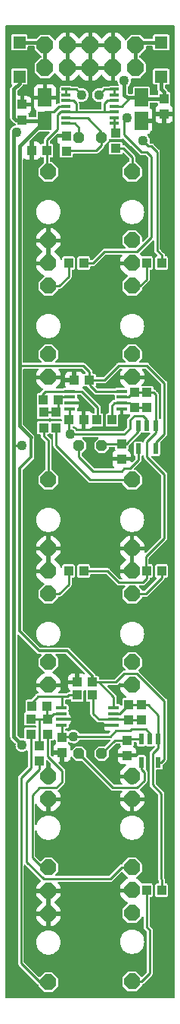
<source format=gbr>
%TF.GenerationSoftware,KiCad,Pcbnew,(6.0.11-0)*%
%TF.CreationDate,2023-05-02T23:36:09+02:00*%
%TF.ProjectId,links,6c696e6b-732e-46b6-9963-61645f706362,rev?*%
%TF.SameCoordinates,Original*%
%TF.FileFunction,Copper,L1,Top*%
%TF.FilePolarity,Positive*%
%FSLAX46Y46*%
G04 Gerber Fmt 4.6, Leading zero omitted, Abs format (unit mm)*
G04 Created by KiCad (PCBNEW (6.0.11-0)) date 2023-05-02 23:36:09*
%MOMM*%
%LPD*%
G01*
G04 APERTURE LIST*
G04 Aperture macros list*
%AMOutline5P*
0 Free polygon, 5 corners , with rotation*
0 The origin of the aperture is its center*
0 number of corners: always 5*
0 $1 to $10 corner X, Y*
0 $11 Rotation angle, in degrees counterclockwise*
0 create outline with 5 corners*
4,1,5,$1,$2,$3,$4,$5,$6,$7,$8,$9,$10,$1,$2,$11*%
%AMOutline6P*
0 Free polygon, 6 corners , with rotation*
0 The origin of the aperture is its center*
0 number of corners: always 6*
0 $1 to $12 corner X, Y*
0 $13 Rotation angle, in degrees counterclockwise*
0 create outline with 6 corners*
4,1,6,$1,$2,$3,$4,$5,$6,$7,$8,$9,$10,$11,$12,$1,$2,$13*%
%AMOutline7P*
0 Free polygon, 7 corners , with rotation*
0 The origin of the aperture is its center*
0 number of corners: always 7*
0 $1 to $14 corner X, Y*
0 $15 Rotation angle, in degrees counterclockwise*
0 create outline with 7 corners*
4,1,7,$1,$2,$3,$4,$5,$6,$7,$8,$9,$10,$11,$12,$13,$14,$1,$2,$15*%
%AMOutline8P*
0 Free polygon, 8 corners , with rotation*
0 The origin of the aperture is its center*
0 number of corners: always 8*
0 $1 to $16 corner X, Y*
0 $17 Rotation angle, in degrees counterclockwise*
0 create outline with 8 corners*
4,1,8,$1,$2,$3,$4,$5,$6,$7,$8,$9,$10,$11,$12,$13,$14,$15,$16,$1,$2,$17*%
G04 Aperture macros list end*
%TA.AperFunction,ComponentPad*%
%ADD10Outline8P,-0.939800X0.389278X-0.389278X0.939800X0.389278X0.939800X0.939800X0.389278X0.939800X-0.389278X0.389278X-0.939800X-0.389278X-0.939800X-0.939800X-0.389278X-0.000000*%
%TD*%
%TA.AperFunction,SMDPad,CuDef*%
%ADD11R,1.000000X1.100000*%
%TD*%
%TA.AperFunction,SMDPad,CuDef*%
%ADD12R,1.500000X2.000000*%
%TD*%
%TA.AperFunction,SMDPad,CuDef*%
%ADD13R,1.400000X1.400000*%
%TD*%
%TA.AperFunction,ComponentPad*%
%ADD14Outline8P,-0.609600X0.252505X-0.252505X0.609600X0.252505X0.609600X0.609600X0.252505X0.609600X-0.252505X0.252505X-0.609600X-0.252505X-0.609600X-0.609600X-0.252505X180.000000*%
%TD*%
%TA.AperFunction,SMDPad,CuDef*%
%ADD15R,0.990600X0.304800*%
%TD*%
%TA.AperFunction,SMDPad,CuDef*%
%ADD16R,1.100000X1.000000*%
%TD*%
%TA.AperFunction,SMDPad,CuDef*%
%ADD17R,1.200000X0.350000*%
%TD*%
%TA.AperFunction,SMDPad,CuDef*%
%ADD18R,0.600000X1.200000*%
%TD*%
%TA.AperFunction,ComponentPad*%
%ADD19Outline8P,-0.889000X0.368236X-0.368236X0.889000X0.368236X0.889000X0.889000X0.368236X0.889000X-0.368236X0.368236X-0.889000X-0.368236X-0.889000X-0.889000X-0.368236X0.000000*%
%TD*%
%TA.AperFunction,ComponentPad*%
%ADD20Outline8P,-0.889000X0.368236X-0.368236X0.889000X0.368236X0.889000X0.889000X0.368236X0.889000X-0.368236X0.368236X-0.889000X-0.368236X-0.889000X-0.889000X-0.368236X180.000000*%
%TD*%
%TA.AperFunction,ViaPad*%
%ADD21C,1.108000*%
%TD*%
%TA.AperFunction,Conductor*%
%ADD22C,0.254000*%
%TD*%
%TA.AperFunction,Conductor*%
%ADD23C,0.406400*%
%TD*%
%TA.AperFunction,Conductor*%
%ADD24C,0.304800*%
%TD*%
%TA.AperFunction,Conductor*%
%ADD25C,0.381000*%
%TD*%
%TA.AperFunction,Conductor*%
%ADD26C,0.355600*%
%TD*%
%TA.AperFunction,Conductor*%
%ADD27C,0.330200*%
%TD*%
G04 APERTURE END LIST*
D10*
%TO.P,JP1,10*%
%TO.N,N$20*%
X153591100Y-55552950D03*
%TO.P,JP1,9*%
X153591100Y-53012950D03*
%TO.P,JP1,8*%
%TO.N,GND*%
X151051100Y-55552950D03*
%TO.P,JP1,7*%
X151051100Y-53012950D03*
%TO.P,JP1,6*%
X148511100Y-55552950D03*
%TO.P,JP1,5*%
X148511100Y-53012950D03*
%TO.P,JP1,4*%
X145971100Y-55552950D03*
%TO.P,JP1,3*%
X145971100Y-53012950D03*
%TO.P,JP1,2*%
%TO.N,N$6*%
X143431100Y-55552950D03*
%TO.P,JP1,1*%
X143431100Y-53012950D03*
%TD*%
D11*
%TO.P,R5,2*%
%TO.N,N$11*%
X154804900Y-77301750D03*
%TO.P,R5,1*%
%TO.N,N$3*%
X156504900Y-77301750D03*
%TD*%
D12*
%TO.P,C1,+*%
%TO.N,VCC*%
X143431100Y-61456750D03*
%TO.P,C1,-*%
%TO.N,GND*%
X143431100Y-58856750D03*
%TD*%
%TO.P,C2,+*%
%TO.N,GND*%
X154226100Y-61456750D03*
%TO.P,C2,-*%
%TO.N,VEE*%
X154226100Y-58856750D03*
%TD*%
D11*
%TO.P,C4,2*%
%TO.N,VEE*%
X156766100Y-58989250D03*
%TO.P,C4,1*%
%TO.N,GND*%
X156766100Y-60689250D03*
%TD*%
%TO.P,C3,2*%
%TO.N,GND*%
X140891100Y-59624250D03*
%TO.P,C3,1*%
%TO.N,VCC*%
X140891100Y-61324250D03*
%TD*%
D13*
%TO.P,D2,A*%
%TO.N,VEE*%
X156448600Y-56500450D03*
%TO.P,D2,C*%
%TO.N,N$20*%
X156448600Y-52700450D03*
%TD*%
%TO.P,D1,A*%
%TO.N,N$6*%
X140573600Y-52700450D03*
%TO.P,D1,C*%
%TO.N,VCC*%
X140573600Y-56500450D03*
%TD*%
D14*
%TO.P,LED1,K*%
%TO.N,N$8*%
X147241100Y-63331750D03*
%TO.P,LED1,A*%
%TO.N,N$21*%
X149781100Y-63331750D03*
%TD*%
%TO.P,LED2,K*%
%TO.N,N$14*%
X147241100Y-97621750D03*
%TO.P,LED2,A*%
%TO.N,N$29*%
X149781100Y-97621750D03*
%TD*%
D15*
%TO.P,IC1,8*%
%TO.N,N$4*%
X151228900Y-61744250D03*
%TO.P,IC1,9*%
X151228900Y-61109250D03*
%TO.P,IC1,10*%
%TO.N,N$7*%
X151228900Y-60474250D03*
%TO.P,IC1,11*%
%TO.N,VEE*%
X151228900Y-59839250D03*
%TO.P,IC1,12*%
%TO.N,N$7*%
X151228900Y-59204250D03*
%TO.P,IC1,13*%
%TO.N,N$5*%
X151228900Y-58569250D03*
%TO.P,IC1,14*%
X151228900Y-57934250D03*
%TO.P,IC1,7*%
%TO.N,N$8*%
X145793300Y-61744250D03*
%TO.P,IC1,6*%
%TO.N,N$21*%
X145793300Y-61109250D03*
%TO.P,IC1,5*%
%TO.N,N$7*%
X145793300Y-60474250D03*
%TO.P,IC1,4*%
%TO.N,VCC*%
X145793300Y-59839250D03*
%TO.P,IC1,3*%
%TO.N,N$7*%
X145793300Y-59204250D03*
%TO.P,IC1,2*%
%TO.N,N$3*%
X145793300Y-58569250D03*
%TO.P,IC1,1*%
X145793300Y-57934250D03*
%TD*%
D16*
%TO.P,R2,2*%
%TO.N,N$12*%
X151368600Y-64499250D03*
%TO.P,R2,1*%
%TO.N,N$4*%
X151368600Y-62799250D03*
%TD*%
D11*
%TO.P,R4,2*%
%TO.N,N$13*%
X146073600Y-77301750D03*
%TO.P,R4,1*%
%TO.N,N$5*%
X147773600Y-77301750D03*
%TD*%
D16*
%TO.P,R3,2*%
%TO.N,GND*%
X145812400Y-63116750D03*
%TO.P,R3,1*%
%TO.N,N$21*%
X145812400Y-64816750D03*
%TD*%
D11*
%TO.P,R1,2*%
%TO.N,N$7*%
X143646100Y-64760550D03*
%TO.P,R1,1*%
%TO.N,GND*%
X141946100Y-64760550D03*
%TD*%
D17*
%TO.P,IC2,8*%
%TO.N,VCC*%
X152071100Y-91566750D03*
%TO.P,IC2,7*%
%TO.N,N$26*%
X152071100Y-92216750D03*
%TO.P,IC2,6*%
%TO.N,N$32*%
X152071100Y-92866750D03*
%TO.P,IC2,5*%
%TO.N,GND*%
X152071100Y-93516750D03*
%TO.P,IC2,4*%
%TO.N,VEE*%
X146221100Y-93516750D03*
%TO.P,IC2,3*%
%TO.N,GND*%
X146221100Y-92866750D03*
%TO.P,IC2,2*%
%TO.N,N$31*%
X146221100Y-92216750D03*
%TO.P,IC2,1*%
%TO.N,N$1*%
X146221100Y-91566750D03*
%TD*%
D16*
%TO.P,R9,2*%
%TO.N,N$31*%
X144701100Y-93914250D03*
%TO.P,R9,1*%
%TO.N,N$10*%
X144701100Y-95614250D03*
%TD*%
%TO.P,R8,2*%
%TO.N,N$31*%
X143272400Y-93914250D03*
%TO.P,R8,1*%
%TO.N,N$15*%
X143272400Y-95614250D03*
%TD*%
%TO.P,R7,2*%
%TO.N,N$26*%
X154861100Y-91691750D03*
%TO.P,R7,1*%
%TO.N,N$32*%
X154861100Y-93391750D03*
%TD*%
D11*
%TO.P,R12,2*%
%TO.N,N$16*%
X146073600Y-111591750D03*
%TO.P,R12,1*%
%TO.N,N$26*%
X147773600Y-111591750D03*
%TD*%
D16*
%TO.P,R11,2*%
%TO.N,GND*%
X152003600Y-99106650D03*
%TO.P,R11,1*%
%TO.N,N$29*%
X152003600Y-97406650D03*
%TD*%
D11*
%TO.P,R13,2*%
%TO.N,N$17*%
X156504800Y-111591750D03*
%TO.P,R13,1*%
%TO.N,N$26*%
X154804800Y-111591750D03*
%TD*%
D17*
%TO.P,IC4,8*%
%TO.N,VCC*%
X151118600Y-126809250D03*
%TO.P,IC4,7*%
%TO.N,N$18*%
X151118600Y-127459250D03*
%TO.P,IC4,6*%
%TO.N,N$27*%
X151118600Y-128109250D03*
%TO.P,IC4,5*%
%TO.N,GND*%
X151118600Y-128759250D03*
%TO.P,IC4,4*%
%TO.N,VEE*%
X145268600Y-128759250D03*
%TO.P,IC4,3*%
%TO.N,GND*%
X145268600Y-128109250D03*
%TO.P,IC4,2*%
%TO.N,N$24*%
X145268600Y-127459250D03*
%TO.P,IC4,1*%
%TO.N,N$25*%
X145268600Y-126809250D03*
%TD*%
D16*
%TO.P,C5,2*%
%TO.N,GND*%
X146708600Y-90319250D03*
%TO.P,C5,1*%
%TO.N,VCC*%
X148408600Y-90319250D03*
%TD*%
%TO.P,C7,2*%
%TO.N,VEE*%
X146073600Y-94764250D03*
%TO.P,C7,1*%
%TO.N,GND*%
X147773600Y-94764250D03*
%TD*%
D11*
%TO.P,C6,2*%
%TO.N,N$26*%
X153432400Y-91691750D03*
%TO.P,C6,1*%
%TO.N,N$32*%
X153432400Y-93391750D03*
%TD*%
%TO.P,R6,2*%
%TO.N,N$1*%
X143216100Y-92541750D03*
%TO.P,R6,1*%
%TO.N,N$31*%
X144916100Y-92541750D03*
%TD*%
%TO.P,R10,2*%
%TO.N,N$32*%
X150948600Y-94764250D03*
%TO.P,R10,1*%
%TO.N,N$1*%
X149248600Y-94764250D03*
%TD*%
D14*
%TO.P,LED3,K*%
%TO.N,N$30*%
X147241100Y-131911750D03*
%TO.P,LED3,A*%
%TO.N,N$19*%
X149781100Y-131911750D03*
%TD*%
D16*
%TO.P,R17,2*%
%TO.N,N$24*%
X141843600Y-128045450D03*
%TO.P,R17,1*%
%TO.N,N$2*%
X141843600Y-129745450D03*
%TD*%
%TO.P,R20,2*%
%TO.N,N$24*%
X142796100Y-131061750D03*
%TO.P,R20,1*%
%TO.N,N$9*%
X142796100Y-132761750D03*
%TD*%
%TO.P,R16,2*%
%TO.N,N$18*%
X154226100Y-126457950D03*
%TO.P,R16,1*%
%TO.N,N$27*%
X154226100Y-128157950D03*
%TD*%
%TO.P,R18,2*%
%TO.N,N$24*%
X143748500Y-128045450D03*
%TO.P,R18,1*%
%TO.N,N$22*%
X143748500Y-129745450D03*
%TD*%
%TO.P,R19,2*%
%TO.N,GND*%
X152638600Y-132126750D03*
%TO.P,R19,1*%
%TO.N,N$19*%
X152638600Y-130426750D03*
%TD*%
D11*
%TO.P,R21,2*%
%TO.N,N$23*%
X154804900Y-147151750D03*
%TO.P,R21,1*%
%TO.N,N$18*%
X156504900Y-147151750D03*
%TD*%
%TO.P,C9,2*%
%TO.N,N$18*%
X152797400Y-126457950D03*
%TO.P,C9,1*%
%TO.N,N$27*%
X152797400Y-128157950D03*
%TD*%
%TO.P,R15,2*%
%TO.N,N$25*%
X141946100Y-126673050D03*
%TO.P,R15,1*%
%TO.N,N$24*%
X143646100Y-126673050D03*
%TD*%
%TO.P,R14,2*%
%TO.N,N$27*%
X148726100Y-125402950D03*
%TO.P,R14,1*%
%TO.N,N$25*%
X147026100Y-125402950D03*
%TD*%
D18*
%TO.P,IC3,3*%
%TO.N,N$29*%
X153911100Y-95363150D03*
%TO.P,IC3,2*%
%TO.N,VEE*%
X154861100Y-95363150D03*
%TO.P,IC3,1*%
%TO.N,N$26*%
X155811100Y-95363150D03*
%TO.P,IC3,4*%
%TO.N,N$14*%
X153911100Y-97975150D03*
%TO.P,IC3,5*%
%TO.N,VCC*%
X155811100Y-97975150D03*
%TD*%
%TO.P,IC5,3*%
%TO.N,N$19*%
X154228600Y-130288250D03*
%TO.P,IC5,2*%
%TO.N,VEE*%
X155178600Y-130288250D03*
%TO.P,IC5,1*%
%TO.N,N$18*%
X156128600Y-130288250D03*
%TO.P,IC5,4*%
%TO.N,N$30*%
X154228600Y-132900250D03*
%TO.P,IC5,5*%
%TO.N,VCC*%
X156128600Y-132900250D03*
%TD*%
D16*
%TO.P,C8,2*%
%TO.N,GND*%
X147026100Y-123974250D03*
%TO.P,C8,1*%
%TO.N,VCC*%
X148726100Y-123974250D03*
%TD*%
D11*
%TO.P,C10,2*%
%TO.N,VEE*%
X145336100Y-130109250D03*
%TO.P,C10,1*%
%TO.N,GND*%
X145336100Y-131809250D03*
%TD*%
D19*
%TO.P,J1,P1*%
%TO.N,GND*%
X143828000Y-77301750D03*
%TO.P,J1,P3*%
%TO.N,N$7*%
X143828000Y-67141750D03*
%TO.P,J1,P2*%
%TO.N,GND*%
X143828000Y-74761750D03*
%TD*%
%TO.P,J4,P1*%
%TO.N,GND*%
X153194300Y-90001750D03*
%TO.P,J4,P3*%
%TO.N,N$11*%
X153194300Y-79841750D03*
%TO.P,J4,P2*%
%TO.N,N/C*%
X153194300Y-87461750D03*
%TD*%
%TO.P,J2,P1*%
%TO.N,GND*%
X153194300Y-77301750D03*
%TO.P,J2,P3*%
%TO.N,N$12*%
X153194300Y-67141750D03*
%TO.P,J2,P2*%
%TO.N,N/C*%
X153194300Y-74761750D03*
%TD*%
%TO.P,J3,P1*%
%TO.N,GND*%
X143828000Y-90001750D03*
%TO.P,J3,P3*%
%TO.N,N$13*%
X143828000Y-79841750D03*
%TO.P,J3,P2*%
%TO.N,N/C*%
X143828000Y-87461750D03*
%TD*%
%TO.P,J8,P1*%
%TO.N,GND*%
X153194200Y-124291750D03*
%TO.P,J8,P3*%
%TO.N,N$17*%
X153194200Y-114131750D03*
%TO.P,J8,P2*%
%TO.N,N/C*%
X153194200Y-121751750D03*
%TD*%
%TO.P,J7,P1*%
%TO.N,GND*%
X143828000Y-124291750D03*
%TO.P,J7,P3*%
%TO.N,N$16*%
X143828000Y-114131750D03*
%TO.P,J7,P2*%
%TO.N,N/C*%
X143828000Y-121751750D03*
%TD*%
%TO.P,J5,P1*%
%TO.N,GND*%
X143827900Y-111591750D03*
%TO.P,J5,P3*%
%TO.N,N$15*%
X143827900Y-101431750D03*
%TO.P,J5,P2*%
%TO.N,GND*%
X143827900Y-109051750D03*
%TD*%
%TO.P,J6,P1*%
%TO.N,GND*%
X153194100Y-111591750D03*
%TO.P,J6,P3*%
%TO.N,N$10*%
X153194100Y-101431750D03*
%TO.P,J6,P2*%
%TO.N,GND*%
X153194100Y-109051750D03*
%TD*%
D20*
%TO.P,J12,P1*%
%TO.N,GND*%
X153194300Y-147151750D03*
%TO.P,J12,P3*%
%TO.N,N$23*%
X153194300Y-157311750D03*
%TO.P,J12,P2*%
%TO.N,N/C*%
X153194300Y-149691750D03*
%TD*%
%TO.P,J9,P1*%
%TO.N,GND*%
X143827900Y-134451750D03*
%TO.P,J9,P3*%
%TO.N,N$22*%
X143827900Y-144611750D03*
%TO.P,J9,P2*%
%TO.N,GND*%
X143827900Y-136991750D03*
%TD*%
%TO.P,J10,P1*%
%TO.N,GND*%
X153194300Y-134451750D03*
%TO.P,J10,P3*%
%TO.N,N$9*%
X153194300Y-144611750D03*
%TO.P,J10,P2*%
%TO.N,GND*%
X153194300Y-136991750D03*
%TD*%
%TO.P,J11,P1*%
%TO.N,GND*%
X143828000Y-147231150D03*
%TO.P,J11,P3*%
%TO.N,N$2*%
X143828000Y-157391150D03*
%TO.P,J11,P2*%
%TO.N,GND*%
X143828000Y-149771150D03*
%TD*%
D21*
%TO.N,N$5*%
X149463600Y-58569250D03*
X152638600Y-61109250D03*
%TO.N,N$3*%
X147558600Y-58569250D03*
X154384800Y-63649250D03*
%TO.N,VEE*%
X140256100Y-62696750D03*
X152321100Y-56981750D03*
X140891100Y-97621750D03*
X146606100Y-130006750D03*
X140891100Y-130959250D03*
X146288600Y-96351750D03*
%TO.N,GND*%
X156925000Y-110004250D03*
X156925000Y-113337950D03*
X156924900Y-75396750D03*
X156925000Y-78730550D03*
X155654900Y-63014250D03*
X141684900Y-58251750D03*
X156131100Y-157311750D03*
X140891100Y-157311750D03*
X149622400Y-99209250D03*
X141684900Y-66506750D03*
X148511100Y-120481750D03*
X148511100Y-130959250D03*
X146288600Y-134134250D03*
X147876100Y-127149250D03*
X146764900Y-87144250D03*
X147717400Y-93176750D03*
%TD*%
D22*
%TO.N,N$21*%
X149781100Y-64125450D02*
X149781100Y-63331750D01*
X149146100Y-64760450D02*
X149781100Y-64125450D01*
X145868700Y-64760450D02*
X149146100Y-64760450D01*
X145812400Y-64816750D02*
X145868700Y-64760450D01*
X148193600Y-61109250D02*
X145793300Y-61109250D01*
X149781100Y-62696750D02*
X148193600Y-61109250D01*
X149781100Y-63331750D02*
X149781100Y-62696750D01*
%TO.N,N$19*%
X152777100Y-130288250D02*
X154228600Y-130288250D01*
X152638600Y-130426750D02*
X152777100Y-130288250D01*
X154228600Y-130288250D02*
X154049600Y-130109250D01*
X151266100Y-130426750D02*
X152638600Y-130426750D01*
X149781100Y-131911750D02*
X151266100Y-130426750D01*
%TO.N,N$18*%
X156504900Y-147151750D02*
X156504900Y-145938050D01*
X156504900Y-145938050D02*
X156448600Y-145881750D01*
X156448600Y-145881750D02*
X156448600Y-136356750D01*
X156128600Y-130288250D02*
X156128600Y-127622950D01*
X156128600Y-127622950D02*
X154963600Y-126457950D01*
X151796100Y-127459250D02*
X151118600Y-127459250D01*
X152797400Y-126457950D02*
X151796100Y-127459250D01*
X156128600Y-131279250D02*
X156128600Y-130288250D01*
X155496100Y-131911750D02*
X156128600Y-131279250D01*
X155496100Y-135404250D02*
X155496100Y-131911750D01*
X156448600Y-136356750D02*
X155496100Y-135404250D01*
X154226100Y-126457950D02*
X152797400Y-126457950D01*
X154963600Y-126457950D02*
X154226100Y-126457950D01*
%TO.N,N$30*%
X154228600Y-133660450D02*
X154228600Y-132900250D01*
X154543600Y-133975550D02*
X154228600Y-133660450D01*
X154543600Y-134927950D02*
X154543600Y-133975550D01*
X153749900Y-135721750D02*
X154543600Y-134927950D01*
X151051100Y-135721750D02*
X153749900Y-135721750D01*
X147241100Y-131911750D02*
X151051100Y-135721750D01*
X154228600Y-132900250D02*
X154192600Y-132864250D01*
%TO.N,N$26*%
X156766100Y-107940450D02*
X156766100Y-100796750D01*
X156766100Y-100796750D02*
X154861100Y-98891750D01*
X154861100Y-98891750D02*
X154861100Y-97145450D01*
X154861100Y-97145450D02*
X155813600Y-96192950D01*
X155813600Y-96192950D02*
X155813600Y-95432850D01*
X155813600Y-95432850D02*
X155847200Y-95399250D01*
X155811100Y-95363150D02*
X155811100Y-91904250D01*
X155811100Y-91904250D02*
X155598600Y-91691750D01*
X154702300Y-110004250D02*
X156766100Y-107940450D01*
X154702300Y-111489250D02*
X154702300Y-110004250D01*
X154804800Y-111591750D02*
X154702300Y-111489250D01*
X154804800Y-112441750D02*
X154804800Y-111591750D01*
X154384900Y-112861750D02*
X154804800Y-112441750D01*
X151686100Y-112861750D02*
X154384900Y-112861750D01*
X150416100Y-111591750D02*
X151686100Y-112861750D01*
X147773600Y-111591750D02*
X150416100Y-111591750D01*
X155847200Y-95399250D02*
X155811100Y-95363150D01*
X155598600Y-91691750D02*
X154861100Y-91691750D01*
X154861100Y-91691750D02*
X153432400Y-91691750D01*
X153432400Y-91691750D02*
X153329900Y-91691750D01*
X153329900Y-91691750D02*
X152797400Y-92224250D01*
X152797400Y-92224250D02*
X152797400Y-92216750D01*
X152797400Y-92216750D02*
X152071100Y-92216750D01*
%TO.N,N$14*%
X153911100Y-99206750D02*
X153911100Y-97975150D01*
X152956100Y-100161750D02*
X153911100Y-99206750D01*
X152321100Y-100161750D02*
X152956100Y-100161750D01*
X152003600Y-100479250D02*
X152321100Y-100161750D01*
X148828600Y-100479250D02*
X152003600Y-100479250D01*
X148828600Y-100479250D02*
X147241100Y-98891750D01*
X147241100Y-98891750D02*
X147241100Y-97621750D01*
%TO.N,N$29*%
X149996200Y-97406650D02*
X152003600Y-97406650D01*
X149781100Y-97621750D02*
X149996200Y-97406650D01*
X152003600Y-97406650D02*
X152536200Y-97406650D01*
X152536200Y-97406650D02*
X153911100Y-96031750D01*
X153911100Y-96031750D02*
X153911100Y-95363150D01*
%TO.N,N$22*%
X143748500Y-132229150D02*
X143748500Y-129745450D01*
X145336100Y-133816750D02*
X143748500Y-132229150D01*
X145336100Y-135086750D02*
X145336100Y-133816750D01*
X144701100Y-135721750D02*
X145336100Y-135086750D01*
X142796100Y-135721750D02*
X144701100Y-135721750D01*
X142002400Y-136515450D02*
X142796100Y-135721750D01*
X142002400Y-143500550D02*
X142002400Y-136515450D01*
X143113600Y-144611750D02*
X142002400Y-143500550D01*
X143827900Y-144611750D02*
X143113600Y-144611750D01*
%TO.N,N$27*%
X151118600Y-128109250D02*
X152748700Y-128109250D01*
X152748700Y-128109250D02*
X152797400Y-128157950D01*
X152797400Y-128157950D02*
X154226100Y-128157950D01*
X149471100Y-128109250D02*
X151118600Y-128109250D01*
X148828600Y-127466750D02*
X149471100Y-128109250D01*
X148828600Y-127466750D02*
X148828600Y-125505450D01*
X148828600Y-125505450D02*
X148726100Y-125402950D01*
%TO.N,N$25*%
X145336100Y-125561750D02*
X145336100Y-126741750D01*
X145336100Y-126741750D02*
X145268600Y-126809250D01*
X146129900Y-125402950D02*
X147026100Y-125402950D01*
X145971100Y-125561750D02*
X146129900Y-125402950D01*
X145336100Y-125561750D02*
X145971100Y-125561750D01*
X142637400Y-125561750D02*
X145336100Y-125561750D01*
X142002400Y-126196750D02*
X142637400Y-125561750D01*
X142002400Y-126616750D02*
X142002400Y-126196750D01*
X141946100Y-126673050D02*
X142002400Y-126616750D01*
%TO.N,N$24*%
X143748500Y-128045450D02*
X143804900Y-128045450D01*
X143804900Y-128045450D02*
X144383600Y-127466750D01*
X144383600Y-127466750D02*
X145261100Y-127466750D01*
X145261100Y-127466750D02*
X145268600Y-127459250D01*
X143646100Y-127943050D02*
X143646100Y-126673050D01*
X143748500Y-128045450D02*
X143646100Y-127943050D01*
X142796000Y-128045450D02*
X143748500Y-128045450D01*
X142796000Y-128045450D02*
X141843600Y-128045450D01*
X142796100Y-128045550D02*
X142796000Y-128045450D01*
X143748500Y-128045450D02*
X144017200Y-127776750D01*
X142796100Y-131061750D02*
X142796100Y-128045550D01*
%TO.N,N$23*%
X154804900Y-151223050D02*
X154804900Y-147151750D01*
X155178600Y-151596750D02*
X154804900Y-151223050D01*
X155178600Y-156359250D02*
X155178600Y-151596750D01*
X154226100Y-157311750D02*
X155178600Y-156359250D01*
X153194300Y-157311750D02*
X154226100Y-157311750D01*
%TO.N,N$9*%
X152003600Y-144611750D02*
X153194300Y-144611750D01*
X150733600Y-145881750D02*
X152003600Y-144611750D01*
X143272300Y-145881750D02*
X150733600Y-145881750D01*
X143272300Y-145881750D02*
X141367400Y-143976750D01*
X141367400Y-143976750D02*
X141367400Y-135086750D01*
X141367400Y-135086750D02*
X142796100Y-133658050D01*
X142796100Y-133658050D02*
X142796100Y-132761750D01*
%TO.N,N$2*%
X140732400Y-134610450D02*
X141843600Y-133499250D01*
X140732400Y-155248050D02*
X140732400Y-134610450D01*
X142875500Y-157391150D02*
X140732400Y-155248050D01*
X143828000Y-157391150D02*
X142875500Y-157391150D01*
X141843600Y-133499250D02*
X141843600Y-129745450D01*
%TO.N,N$32*%
X151202400Y-92866750D02*
X152071100Y-92866750D01*
X150892400Y-93176750D02*
X151202400Y-92866750D01*
X150892400Y-94708050D02*
X150892400Y-93176750D01*
X150948600Y-94764250D02*
X150892400Y-94708050D01*
X152071100Y-92866750D02*
X152907400Y-92866750D01*
X152907400Y-92866750D02*
X153432400Y-93391750D01*
X153432400Y-93391750D02*
X154861100Y-93391750D01*
%TO.N,N$1*%
X143453600Y-91566750D02*
X146221100Y-91566750D01*
X143113600Y-91906750D02*
X143453600Y-91566750D01*
X143113600Y-92009250D02*
X143113600Y-91906750D01*
X143431100Y-92326750D02*
X143113600Y-92009250D01*
X143216100Y-92541750D02*
X143431100Y-92326750D01*
X146923600Y-91566750D02*
X147536200Y-91566750D01*
X146221100Y-91566750D02*
X146923600Y-91566750D01*
X147536200Y-91566750D02*
X149304900Y-93335450D01*
X149304900Y-93335450D02*
X149304900Y-94707950D01*
X149304900Y-94707950D02*
X149248600Y-94764250D01*
%TO.N,N$31*%
X145241100Y-92216750D02*
X146221100Y-92216750D01*
X144916100Y-92541750D02*
X145241100Y-92216750D01*
X144916100Y-92541750D02*
X144923600Y-92534250D01*
X144916100Y-93699250D02*
X144916100Y-92541750D01*
X144701100Y-93914250D02*
X144916100Y-93699250D01*
X143272400Y-93914250D02*
X144701100Y-93914250D01*
%TO.N,N$17*%
X156504800Y-112329250D02*
X156504800Y-111591750D01*
X154702300Y-114131750D02*
X156504800Y-112329250D01*
X153194200Y-114131750D02*
X154702300Y-114131750D01*
%TO.N,N$16*%
X146073600Y-113076750D02*
X146073600Y-111591750D01*
X145018600Y-114131750D02*
X146073600Y-113076750D01*
X143828000Y-114131750D02*
X145018600Y-114131750D01*
%TO.N,N$15*%
X143827900Y-101431750D02*
X143827900Y-97066050D01*
X143827900Y-97066050D02*
X143272400Y-96510550D01*
X143272400Y-96510550D02*
X143272400Y-95614250D01*
%TO.N,N$10*%
X144701100Y-97621750D02*
X144701100Y-95614250D01*
X148511100Y-101431750D02*
X144701100Y-97621750D01*
X148511100Y-101431750D02*
X153194100Y-101431750D01*
%TO.N,N$13*%
X146073600Y-78786750D02*
X146073600Y-77301750D01*
X145018600Y-79841750D02*
X146073600Y-78786750D01*
X143828000Y-79841750D02*
X145018600Y-79841750D01*
%TO.N,N$12*%
X153194300Y-67141750D02*
X153194300Y-65474950D01*
X153194300Y-65474950D02*
X152218600Y-64499250D01*
X152218600Y-64499250D02*
X151368600Y-64499250D01*
%TO.N,N$11*%
X154804900Y-79104250D02*
X154804900Y-77301750D01*
X154067400Y-79841750D02*
X154804900Y-79104250D01*
X153194300Y-79841750D02*
X154067400Y-79841750D01*
%TO.N,N$8*%
X145793300Y-61744250D02*
X146764900Y-61744250D01*
X146764900Y-61744250D02*
X147241100Y-62220450D01*
X147241100Y-62220450D02*
X147241100Y-63331750D01*
%TO.N,N$7*%
X143646100Y-66959950D02*
X143646100Y-64760550D01*
X143828000Y-67141750D02*
X143646100Y-66959950D01*
X143646100Y-64760550D02*
X143646100Y-63593050D01*
X143646100Y-63593050D02*
X144859900Y-62379250D01*
X144859900Y-62379250D02*
X144859900Y-60791750D01*
X145177400Y-60474250D02*
X145793300Y-60474250D01*
X144859900Y-60791750D02*
X145177400Y-60474250D01*
X150098600Y-60474250D02*
X150098600Y-59521750D01*
X150098600Y-59521750D02*
X150416100Y-59204250D01*
X150416100Y-59204250D02*
X151228900Y-59204250D01*
X146923600Y-60474250D02*
X146923600Y-59521750D01*
X146923600Y-59521750D02*
X146606100Y-59204250D01*
X146606100Y-59204250D02*
X145793300Y-59204250D01*
X150098600Y-60474250D02*
X151228900Y-60474250D01*
X146923600Y-60474250D02*
X150098600Y-60474250D01*
X145793300Y-60474250D02*
X146923600Y-60474250D01*
%TO.N,N$5*%
X154861100Y-64919250D02*
X154226200Y-64919250D01*
X155337400Y-65395550D02*
X154861100Y-64919250D01*
X155337400Y-74444250D02*
X155337400Y-65395550D01*
X153749800Y-76031750D02*
X155337400Y-74444250D01*
X150098600Y-76031750D02*
X153749800Y-76031750D01*
X148828600Y-77301750D02*
X150098600Y-76031750D01*
X147773600Y-77301750D02*
X148828600Y-77301750D01*
X152321100Y-61426750D02*
X152638600Y-61109250D01*
X152321100Y-63014250D02*
X152321100Y-61426750D01*
X154226200Y-64919250D02*
X152321100Y-63014250D01*
X150098600Y-57934250D02*
X151228900Y-57934250D01*
X149463600Y-58569250D02*
X150098600Y-57934250D01*
X151228900Y-57934250D02*
X151228900Y-58569250D01*
%TO.N,N$4*%
X151228900Y-62659550D02*
X151228900Y-61744250D01*
X151368600Y-62799250D02*
X151228900Y-62659550D01*
X151228900Y-61744250D02*
X151228900Y-61109250D01*
%TO.N,N$3*%
X156504900Y-77301750D02*
X156504900Y-76405550D01*
X156504900Y-76405550D02*
X155972400Y-75872950D01*
X155972400Y-75872950D02*
X155972400Y-64919250D01*
X155972400Y-64919250D02*
X155337300Y-64284250D01*
X146923600Y-57934250D02*
X145793300Y-57934250D01*
X147558600Y-58569250D02*
X146923600Y-57934250D01*
X155019900Y-64284250D02*
X154384800Y-63649250D01*
X155337300Y-64284250D02*
X155019900Y-64284250D01*
X145793300Y-57934250D02*
X145793300Y-58569250D01*
D23*
%TO.N,N$20*%
X153903600Y-52700450D02*
X156448600Y-52700450D01*
X153591100Y-53012950D02*
X153903600Y-52700450D01*
X153591100Y-55552950D02*
X153591100Y-53012950D01*
%TO.N,N$6*%
X140573600Y-52700450D02*
X143118600Y-52700450D01*
X143118600Y-52700450D02*
X143431100Y-53012950D01*
X143431100Y-53012950D02*
X143431100Y-55552950D01*
D22*
%TO.N,VCC*%
X143431100Y-61456750D02*
X143431100Y-60474250D01*
D23*
X143401100Y-61456750D02*
X143431100Y-61456750D01*
X140573600Y-64284250D02*
X143401100Y-61456750D01*
X143431100Y-61456750D02*
X141023600Y-61456750D01*
X141023600Y-61456750D02*
X140891100Y-61324250D01*
D22*
X145018600Y-59839250D02*
X145793300Y-59839250D01*
X144383600Y-60474250D02*
X145018600Y-59839250D01*
X143431100Y-60474250D02*
X144383600Y-60474250D01*
D23*
X140891100Y-61324250D02*
X140153600Y-61324250D01*
X140153600Y-61324250D02*
X139938600Y-61109250D01*
X139938600Y-61109250D02*
X139938600Y-57934250D01*
X139938600Y-57934250D02*
X140573600Y-57299250D01*
X140573600Y-57299250D02*
X140573600Y-56500450D01*
D22*
X148408600Y-89422950D02*
X148408600Y-90319250D01*
X147717400Y-88731750D02*
X148408600Y-89422950D01*
X156412600Y-132900250D02*
X156128600Y-132900250D01*
X156766100Y-132546750D02*
X156412600Y-132900250D01*
X156766100Y-126037950D02*
X156766100Y-132546750D01*
X148408600Y-90319250D02*
X150098600Y-90319250D01*
X150098600Y-90319250D02*
X151686100Y-88731750D01*
X151686100Y-88731750D02*
X154861100Y-88731750D01*
X154861100Y-88731750D02*
X156766100Y-90636750D01*
X156766100Y-90636750D02*
X156766100Y-96351750D01*
X156766100Y-96351750D02*
X155813600Y-97304250D01*
X155813600Y-97304250D02*
X155813600Y-97972650D01*
X155813600Y-97972650D02*
X155811100Y-97975150D01*
X155811100Y-97975150D02*
X155813600Y-97977650D01*
D24*
X148726100Y-123974250D02*
X148726100Y-123236750D01*
X148726100Y-123236750D02*
X145971100Y-120481750D01*
X145971100Y-120481750D02*
X142796100Y-120481750D01*
X142796100Y-120481750D02*
X140573600Y-118259250D01*
X140573600Y-118259250D02*
X140573600Y-100161750D01*
D22*
X149463600Y-123974250D02*
X151368600Y-123974250D01*
X151368600Y-123974250D02*
X152321100Y-123021750D01*
X152321100Y-123021750D02*
X153749900Y-123021750D01*
X153749900Y-123021750D02*
X156766100Y-126037950D01*
X148726100Y-123974250D02*
X149463600Y-123974250D01*
X149463600Y-123974250D02*
X151118600Y-125629250D01*
X148511100Y-90421750D02*
X148511100Y-90954250D01*
X148408600Y-90319250D02*
X148511100Y-90421750D01*
X140573600Y-88731750D02*
X147717400Y-88731750D01*
X151118600Y-125629250D02*
X151118600Y-126809250D01*
X148726100Y-123974250D02*
X148613600Y-123974250D01*
X148511100Y-90954250D02*
X149146100Y-91589250D01*
X149146100Y-91589250D02*
X152048600Y-91589250D01*
X152048600Y-91589250D02*
X152071100Y-91566750D01*
D23*
X140573600Y-88731750D02*
X140573600Y-64284250D01*
X140573600Y-95399250D02*
X140573600Y-88731750D01*
D25*
X141843600Y-96669250D02*
X140573600Y-95399250D01*
D26*
X141843600Y-98891750D02*
X141843600Y-96669250D01*
D27*
X140573600Y-100161750D02*
X141843600Y-98891750D01*
D23*
%TO.N,VEE*%
X139938600Y-63014250D02*
X140256100Y-62696750D01*
X156448600Y-57934250D02*
X156448600Y-56500450D01*
X156766100Y-58251750D02*
X156448600Y-57934250D01*
X156766100Y-58989250D02*
X156766100Y-58251750D01*
X154358600Y-58989250D02*
X156766100Y-58989250D01*
X154226100Y-58856750D02*
X154358600Y-58989250D01*
D22*
X154226100Y-58856750D02*
X152986100Y-58856750D01*
X152986100Y-58856750D02*
X152003600Y-59839250D01*
X152003600Y-59839250D02*
X151228900Y-59839250D01*
D23*
X152608600Y-58856750D02*
X154226100Y-58856750D01*
X152321100Y-58569250D02*
X152608600Y-58856750D01*
X152321100Y-56981750D02*
X152321100Y-58569250D01*
D22*
X146221100Y-94616750D02*
X146221100Y-93516750D01*
D23*
X156448600Y-56500450D02*
X155967300Y-56981750D01*
D22*
X153114900Y-129212950D02*
X154702300Y-129212950D01*
X154702300Y-129212950D02*
X155178600Y-129689250D01*
X152956100Y-129371750D02*
X153114900Y-129212950D01*
X151368600Y-129371750D02*
X152956100Y-129371750D01*
X155178600Y-129689250D02*
X155178600Y-130288250D01*
X150733600Y-130006750D02*
X151368600Y-129371750D01*
X139938600Y-97621750D02*
X140891100Y-97621750D01*
X145438600Y-130006750D02*
X150733600Y-130006750D01*
X145336100Y-130109250D02*
X145438600Y-130006750D01*
X146606100Y-130006750D02*
X145233600Y-130006750D01*
D23*
X140891100Y-130959250D02*
X139938600Y-130006750D01*
X139938600Y-97621750D02*
X139938600Y-63014250D01*
X139938600Y-130006750D02*
X139938600Y-97621750D01*
D22*
X145233600Y-130006750D02*
X145336100Y-130109250D01*
X145336100Y-130109250D02*
X145336100Y-128826750D01*
X145336100Y-128826750D02*
X145268600Y-128759250D01*
X146288600Y-96351750D02*
X152321100Y-96351750D01*
X152321100Y-96351750D02*
X152956100Y-95716750D01*
X152956100Y-95716750D02*
X152956100Y-94764250D01*
X152956100Y-94764250D02*
X153432300Y-94288050D01*
X153432300Y-94288050D02*
X154384900Y-94288050D01*
X154384900Y-94288050D02*
X154861100Y-94764250D01*
X154861100Y-94764250D02*
X154861100Y-95363150D01*
X146073600Y-96136750D02*
X146073600Y-94764250D01*
X146288600Y-96351750D02*
X146073600Y-96136750D01*
X146073600Y-94764250D02*
X145756100Y-95081750D01*
X146073600Y-94764250D02*
X146221100Y-94616750D01*
%TD*%
%TA.AperFunction,Conductor*%
%TO.N,GND*%
G36*
X157949131Y-50835163D02*
G01*
X157985676Y-50885463D01*
X157990600Y-50916550D01*
X157990600Y-159090650D01*
X157971387Y-159149781D01*
X157921087Y-159186326D01*
X157890000Y-159191250D01*
X139112200Y-159191250D01*
X139053069Y-159172037D01*
X139016524Y-159121737D01*
X139011600Y-159090650D01*
X139011600Y-62686104D01*
X139493680Y-62686104D01*
X139510268Y-62855281D01*
X139512045Y-62860622D01*
X139528038Y-62908700D01*
X139531417Y-62949804D01*
X139531700Y-62949804D01*
X139531700Y-130071196D01*
X139539273Y-130094502D01*
X139542957Y-130109848D01*
X139546791Y-130134056D01*
X139550384Y-130141107D01*
X139550384Y-130141108D01*
X139557916Y-130155890D01*
X139563955Y-130170468D01*
X139571530Y-130193782D01*
X139576186Y-130200190D01*
X139585935Y-130213608D01*
X139594181Y-130227063D01*
X139605308Y-130248901D01*
X140113609Y-130757202D01*
X140141835Y-130812600D01*
X140142281Y-130840945D01*
X140140120Y-130858050D01*
X140131231Y-130928414D01*
X140128680Y-130948604D01*
X140145268Y-131117781D01*
X140198925Y-131279080D01*
X140201840Y-131283893D01*
X140282981Y-131417872D01*
X140286984Y-131424482D01*
X140290886Y-131428522D01*
X140290887Y-131428524D01*
X140401163Y-131542719D01*
X140401167Y-131542722D01*
X140405068Y-131546762D01*
X140409771Y-131549840D01*
X140409774Y-131549842D01*
X140486827Y-131600263D01*
X140547309Y-131639841D01*
X140552582Y-131641802D01*
X140552584Y-131641803D01*
X140613853Y-131664589D01*
X140706636Y-131699095D01*
X140712214Y-131699839D01*
X140712217Y-131699840D01*
X140869554Y-131720833D01*
X140869556Y-131720833D01*
X140875132Y-131721577D01*
X140959776Y-131713874D01*
X141038819Y-131706680D01*
X141038820Y-131706680D01*
X141044421Y-131706170D01*
X141206090Y-131653641D01*
X141218207Y-131646418D01*
X141347274Y-131569478D01*
X141347276Y-131569477D01*
X141352103Y-131566599D01*
X141352981Y-131565763D01*
X141410195Y-131545840D01*
X141469715Y-131563812D01*
X141507305Y-131613336D01*
X141512900Y-131646418D01*
X141512900Y-133320600D01*
X141493687Y-133379731D01*
X141483435Y-133391735D01*
X140511881Y-134363289D01*
X140505411Y-134369218D01*
X140475161Y-134394601D01*
X140470760Y-134402224D01*
X140470759Y-134402225D01*
X140455419Y-134428793D01*
X140450705Y-134436192D01*
X140433109Y-134461323D01*
X140428060Y-134468534D01*
X140425783Y-134477032D01*
X140423276Y-134482407D01*
X140421247Y-134487981D01*
X140416849Y-134495599D01*
X140415322Y-134504261D01*
X140415321Y-134504263D01*
X140409991Y-134534492D01*
X140408091Y-134543058D01*
X140397876Y-134581183D01*
X140398643Y-134589951D01*
X140401317Y-134620515D01*
X140401700Y-134629283D01*
X140401700Y-155229217D01*
X140401317Y-155237985D01*
X140397876Y-155277317D01*
X140400154Y-155285819D01*
X140408091Y-155315442D01*
X140409991Y-155324008D01*
X140416849Y-155362901D01*
X140421247Y-155370519D01*
X140423276Y-155376093D01*
X140425783Y-155381468D01*
X140428060Y-155389966D01*
X140433109Y-155397176D01*
X140433109Y-155397177D01*
X140450705Y-155422308D01*
X140455419Y-155429707D01*
X140470759Y-155456275D01*
X140475161Y-155463899D01*
X140481903Y-155469556D01*
X140505411Y-155489282D01*
X140511881Y-155495211D01*
X142628339Y-157611669D01*
X142634268Y-157618139D01*
X142659651Y-157648389D01*
X142667274Y-157652790D01*
X142667275Y-157652791D01*
X142685000Y-157663025D01*
X142726603Y-157709230D01*
X142735300Y-157750147D01*
X142735300Y-157779542D01*
X142747257Y-157839201D01*
X142780710Y-157889172D01*
X143329980Y-158438440D01*
X143380619Y-158472170D01*
X143422733Y-158480509D01*
X143434779Y-158482894D01*
X143434781Y-158482894D01*
X143439608Y-158483850D01*
X144216392Y-158483850D01*
X144276051Y-158471893D01*
X144326022Y-158438440D01*
X144875290Y-157889170D01*
X144891682Y-157864561D01*
X144903537Y-157846763D01*
X144903537Y-157846762D01*
X144909020Y-157838531D01*
X144920700Y-157779542D01*
X144920700Y-157002758D01*
X144908743Y-156943099D01*
X144875290Y-156893128D01*
X144326020Y-156343860D01*
X144275381Y-156310130D01*
X144233267Y-156301791D01*
X144221221Y-156299406D01*
X144221219Y-156299406D01*
X144216392Y-156298450D01*
X143439608Y-156298450D01*
X143379949Y-156310407D01*
X143329978Y-156343860D01*
X143208403Y-156465436D01*
X142884070Y-156789770D01*
X142828673Y-156817996D01*
X142767264Y-156808270D01*
X142741800Y-156789770D01*
X141092565Y-155140535D01*
X141064339Y-155085137D01*
X141063100Y-155069400D01*
X141063100Y-152946150D01*
X142472341Y-152946150D01*
X142492937Y-153181558D01*
X142494075Y-153185803D01*
X142494075Y-153185806D01*
X142533890Y-153334399D01*
X142554097Y-153409813D01*
X142653965Y-153623979D01*
X142656480Y-153627571D01*
X142656483Y-153627576D01*
X142786986Y-153813954D01*
X142789505Y-153817551D01*
X142956599Y-153984645D01*
X142960193Y-153987162D01*
X142960196Y-153987164D01*
X143146574Y-154117667D01*
X143146579Y-154117670D01*
X143150171Y-154120185D01*
X143364337Y-154220053D01*
X143368584Y-154221191D01*
X143588344Y-154280075D01*
X143588347Y-154280075D01*
X143592592Y-154281213D01*
X143688343Y-154289590D01*
X143766848Y-154296459D01*
X143766854Y-154296459D01*
X143769034Y-154296650D01*
X143886966Y-154296650D01*
X143889146Y-154296459D01*
X143889152Y-154296459D01*
X143967657Y-154289590D01*
X144063408Y-154281213D01*
X144067653Y-154280075D01*
X144067656Y-154280075D01*
X144287416Y-154221191D01*
X144291663Y-154220053D01*
X144505829Y-154120185D01*
X144509421Y-154117670D01*
X144509426Y-154117667D01*
X144695804Y-153987164D01*
X144695807Y-153987162D01*
X144699401Y-153984645D01*
X144866495Y-153817551D01*
X145002035Y-153623980D01*
X145101903Y-153409813D01*
X145163063Y-153181558D01*
X145183659Y-152946150D01*
X145176712Y-152866750D01*
X151838641Y-152866750D01*
X151859237Y-153102158D01*
X151920397Y-153330413D01*
X152020265Y-153544579D01*
X152022780Y-153548171D01*
X152022783Y-153548176D01*
X152153286Y-153734554D01*
X152155805Y-153738151D01*
X152322899Y-153905245D01*
X152326493Y-153907762D01*
X152326496Y-153907764D01*
X152512874Y-154038267D01*
X152512879Y-154038270D01*
X152516471Y-154040785D01*
X152730637Y-154140653D01*
X152734884Y-154141791D01*
X152954644Y-154200675D01*
X152954647Y-154200675D01*
X152958892Y-154201813D01*
X153054643Y-154210190D01*
X153133148Y-154217059D01*
X153133154Y-154217059D01*
X153135334Y-154217250D01*
X153253266Y-154217250D01*
X153255446Y-154217059D01*
X153255452Y-154217059D01*
X153333957Y-154210190D01*
X153429708Y-154201813D01*
X153433953Y-154200675D01*
X153433956Y-154200675D01*
X153653716Y-154141791D01*
X153657963Y-154140653D01*
X153872129Y-154040785D01*
X153875721Y-154038270D01*
X153875726Y-154038267D01*
X154062104Y-153907764D01*
X154062107Y-153907762D01*
X154065701Y-153905245D01*
X154232795Y-153738151D01*
X154368335Y-153544580D01*
X154468203Y-153330413D01*
X154529363Y-153102158D01*
X154549959Y-152866750D01*
X154529363Y-152631342D01*
X154488412Y-152478507D01*
X154469341Y-152407334D01*
X154469340Y-152407332D01*
X154468203Y-152403087D01*
X154368335Y-152188921D01*
X154365820Y-152185329D01*
X154365817Y-152185324D01*
X154235314Y-151998946D01*
X154235312Y-151998943D01*
X154232795Y-151995349D01*
X154065701Y-151828255D01*
X154062107Y-151825738D01*
X154062104Y-151825736D01*
X153875726Y-151695233D01*
X153875721Y-151695230D01*
X153872129Y-151692715D01*
X153657963Y-151592847D01*
X153596025Y-151576251D01*
X153433956Y-151532825D01*
X153433953Y-151532825D01*
X153429708Y-151531687D01*
X153333957Y-151523310D01*
X153255452Y-151516441D01*
X153255446Y-151516441D01*
X153253266Y-151516250D01*
X153135334Y-151516250D01*
X153133154Y-151516441D01*
X153133148Y-151516441D01*
X153054643Y-151523310D01*
X152958892Y-151531687D01*
X152954647Y-151532825D01*
X152954644Y-151532825D01*
X152792575Y-151576251D01*
X152730637Y-151592847D01*
X152516471Y-151692715D01*
X152512879Y-151695230D01*
X152512874Y-151695233D01*
X152326496Y-151825736D01*
X152326493Y-151825738D01*
X152322899Y-151828255D01*
X152155805Y-151995349D01*
X152020265Y-152188920D01*
X151920397Y-152403087D01*
X151859237Y-152631342D01*
X151838641Y-152866750D01*
X145176712Y-152866750D01*
X145163063Y-152710742D01*
X145101903Y-152482487D01*
X145002035Y-152268321D01*
X144999520Y-152264729D01*
X144999517Y-152264724D01*
X144869014Y-152078346D01*
X144869012Y-152078343D01*
X144866495Y-152074749D01*
X144699401Y-151907655D01*
X144695807Y-151905138D01*
X144695804Y-151905136D01*
X144509426Y-151774633D01*
X144509421Y-151774630D01*
X144505829Y-151772115D01*
X144291663Y-151672247D01*
X144080188Y-151615583D01*
X144067656Y-151612225D01*
X144067653Y-151612225D01*
X144063408Y-151611087D01*
X143967657Y-151602710D01*
X143889152Y-151595841D01*
X143889146Y-151595841D01*
X143886966Y-151595650D01*
X143769034Y-151595650D01*
X143766854Y-151595841D01*
X143766848Y-151595841D01*
X143688343Y-151602710D01*
X143592592Y-151611087D01*
X143588347Y-151612225D01*
X143588344Y-151612225D01*
X143575812Y-151615583D01*
X143364337Y-151672247D01*
X143150171Y-151772115D01*
X143146579Y-151774630D01*
X143146574Y-151774633D01*
X142960196Y-151905136D01*
X142960193Y-151905138D01*
X142956599Y-151907655D01*
X142789505Y-152074749D01*
X142653965Y-152268320D01*
X142554097Y-152482487D01*
X142492937Y-152710742D01*
X142472341Y-152946150D01*
X141063100Y-152946150D01*
X141063100Y-150178596D01*
X142482599Y-150178596D01*
X142482977Y-150184738D01*
X142490320Y-150244275D01*
X142493771Y-150257345D01*
X142541173Y-150371503D01*
X142547984Y-150383160D01*
X142584499Y-150429812D01*
X142588525Y-150434359D01*
X143164763Y-151010596D01*
X143169379Y-151014677D01*
X143216668Y-151051583D01*
X143228349Y-151058384D01*
X143342591Y-151105588D01*
X143355648Y-151109013D01*
X143414450Y-151116181D01*
X143420524Y-151116550D01*
X143583867Y-151116550D01*
X143596757Y-151112362D01*
X143599800Y-151108173D01*
X143599800Y-151100618D01*
X144056200Y-151100618D01*
X144060388Y-151113508D01*
X144064577Y-151116551D01*
X144235446Y-151116551D01*
X144241588Y-151116173D01*
X144301125Y-151108830D01*
X144314195Y-151105379D01*
X144428353Y-151057977D01*
X144440010Y-151051166D01*
X144486662Y-151014651D01*
X144491209Y-151010625D01*
X145067446Y-150434387D01*
X145071527Y-150429771D01*
X145108433Y-150382482D01*
X145115234Y-150370801D01*
X145162438Y-150256559D01*
X145165863Y-150243502D01*
X145173031Y-150184700D01*
X145173400Y-150178626D01*
X145173400Y-150015283D01*
X145169212Y-150002393D01*
X145165023Y-149999350D01*
X144072133Y-149999350D01*
X144059243Y-150003538D01*
X144056200Y-150007727D01*
X144056200Y-151100618D01*
X143599800Y-151100618D01*
X143599800Y-150015283D01*
X143595612Y-150002393D01*
X143591423Y-149999350D01*
X142498532Y-149999350D01*
X142485642Y-150003538D01*
X142482599Y-150007727D01*
X142482599Y-150178596D01*
X141063100Y-150178596D01*
X141063100Y-147638596D01*
X142482599Y-147638596D01*
X142482977Y-147644738D01*
X142490320Y-147704275D01*
X142493771Y-147717345D01*
X142541173Y-147831503D01*
X142547984Y-147843160D01*
X142584499Y-147889812D01*
X142588525Y-147894359D01*
X143124181Y-148430015D01*
X143152407Y-148485413D01*
X143142681Y-148546821D01*
X143124181Y-148572285D01*
X142588554Y-149107913D01*
X142584473Y-149112529D01*
X142547567Y-149159818D01*
X142540766Y-149171499D01*
X142493562Y-149285741D01*
X142490137Y-149298798D01*
X142482969Y-149357600D01*
X142482600Y-149363674D01*
X142482600Y-149527017D01*
X142486788Y-149539907D01*
X142490977Y-149542950D01*
X143583867Y-149542950D01*
X143596757Y-149538762D01*
X143599800Y-149534573D01*
X143599800Y-149527017D01*
X144056200Y-149527017D01*
X144060388Y-149539907D01*
X144064577Y-149542950D01*
X145157468Y-149542950D01*
X145170358Y-149538762D01*
X145173401Y-149534573D01*
X145173401Y-149363704D01*
X145173023Y-149357562D01*
X145165680Y-149298025D01*
X145162229Y-149284955D01*
X145114827Y-149170797D01*
X145108016Y-149159140D01*
X145071501Y-149112488D01*
X145067475Y-149107941D01*
X144531819Y-148572285D01*
X144503593Y-148516887D01*
X144513319Y-148455479D01*
X144531819Y-148430015D01*
X145067446Y-147894387D01*
X145071527Y-147889771D01*
X145108433Y-147842482D01*
X145115234Y-147830801D01*
X145162438Y-147716559D01*
X145165863Y-147703502D01*
X145173031Y-147644700D01*
X145173400Y-147638626D01*
X145173400Y-147475283D01*
X145169212Y-147462393D01*
X145165023Y-147459350D01*
X144072133Y-147459350D01*
X144059243Y-147463538D01*
X144056200Y-147467727D01*
X144056200Y-149527017D01*
X143599800Y-149527017D01*
X143599800Y-147475283D01*
X143595612Y-147462393D01*
X143591423Y-147459350D01*
X142498532Y-147459350D01*
X142485642Y-147463538D01*
X142482599Y-147467727D01*
X142482599Y-147638596D01*
X141063100Y-147638596D01*
X141063100Y-144383006D01*
X141082313Y-144323875D01*
X141132613Y-144287330D01*
X141194787Y-144287330D01*
X141234837Y-144311873D01*
X142968537Y-146045664D01*
X142996762Y-146101062D01*
X142987034Y-146162471D01*
X142968535Y-146187932D01*
X142588554Y-146567913D01*
X142584473Y-146572529D01*
X142547567Y-146619818D01*
X142540766Y-146631499D01*
X142493562Y-146745741D01*
X142490137Y-146758798D01*
X142482969Y-146817600D01*
X142482600Y-146823674D01*
X142482600Y-146987017D01*
X142486788Y-146999907D01*
X142490977Y-147002950D01*
X145157468Y-147002950D01*
X145170358Y-146998762D01*
X145173401Y-146994573D01*
X145173401Y-146823704D01*
X145173023Y-146817562D01*
X145165680Y-146758025D01*
X145162229Y-146744955D01*
X145114827Y-146630797D01*
X145108016Y-146619140D01*
X145071501Y-146572488D01*
X145067475Y-146567941D01*
X144883718Y-146384185D01*
X144855492Y-146328788D01*
X144865218Y-146267379D01*
X144909181Y-146223415D01*
X144954853Y-146212450D01*
X150714767Y-146212450D01*
X150723535Y-146212833D01*
X150754099Y-146215507D01*
X150762867Y-146216274D01*
X150771369Y-146213996D01*
X150800992Y-146206059D01*
X150809558Y-146204159D01*
X150839787Y-146198829D01*
X150839789Y-146198828D01*
X150848451Y-146197301D01*
X150856069Y-146192903D01*
X150861643Y-146190874D01*
X150867018Y-146188367D01*
X150875516Y-146186090D01*
X150882727Y-146181041D01*
X150907858Y-146163445D01*
X150915257Y-146158731D01*
X150941825Y-146143391D01*
X150941826Y-146143390D01*
X150949449Y-146138989D01*
X150974832Y-146108739D01*
X150980761Y-146102269D01*
X151990735Y-145092295D01*
X152046133Y-145064069D01*
X152107541Y-145073795D01*
X152140120Y-145102726D01*
X152141149Y-145101881D01*
X152144275Y-145105687D01*
X152147010Y-145109772D01*
X152696280Y-145659040D01*
X152699515Y-145661194D01*
X152732886Y-145713242D01*
X152729271Y-145775311D01*
X152689863Y-145823401D01*
X152674143Y-145831622D01*
X152593947Y-145864922D01*
X152582290Y-145871734D01*
X152535638Y-145908249D01*
X152531091Y-145912275D01*
X151954854Y-146488513D01*
X151950773Y-146493129D01*
X151913867Y-146540418D01*
X151907066Y-146552099D01*
X151859862Y-146666341D01*
X151856437Y-146679398D01*
X151849269Y-146738200D01*
X151848900Y-146744274D01*
X151848900Y-146907617D01*
X151853088Y-146920507D01*
X151857277Y-146923550D01*
X153321900Y-146923550D01*
X153381031Y-146942763D01*
X153417576Y-146993063D01*
X153422500Y-147024150D01*
X153422500Y-147279350D01*
X153403287Y-147338481D01*
X153352987Y-147375026D01*
X153321900Y-147379950D01*
X151864832Y-147379950D01*
X151851942Y-147384138D01*
X151848899Y-147388327D01*
X151848899Y-147559196D01*
X151849277Y-147565338D01*
X151856620Y-147624875D01*
X151860071Y-147637945D01*
X151907473Y-147752103D01*
X151914284Y-147763760D01*
X151950799Y-147810412D01*
X151954825Y-147814959D01*
X152531063Y-148391196D01*
X152535679Y-148395277D01*
X152582968Y-148432183D01*
X152594649Y-148438985D01*
X152674001Y-148471772D01*
X152721314Y-148512110D01*
X152735881Y-148572554D01*
X152712138Y-148630016D01*
X152699891Y-148642042D01*
X152696278Y-148644460D01*
X152147010Y-149193730D01*
X152144250Y-149197874D01*
X152119202Y-149235479D01*
X152113280Y-149244369D01*
X152101600Y-149303358D01*
X152101600Y-150080142D01*
X152113557Y-150139801D01*
X152147010Y-150189772D01*
X152696280Y-150739040D01*
X152746919Y-150772770D01*
X152789033Y-150781109D01*
X152801079Y-150783494D01*
X152801081Y-150783494D01*
X152805908Y-150784450D01*
X153582692Y-150784450D01*
X153642351Y-150772493D01*
X153692322Y-150739040D01*
X154241590Y-150189770D01*
X154261653Y-150159650D01*
X154269836Y-150147365D01*
X154269837Y-150147363D01*
X154275320Y-150139131D01*
X154277241Y-150129427D01*
X154280613Y-150121260D01*
X154320937Y-150073936D01*
X154381376Y-150059351D01*
X154438845Y-150083077D01*
X154471393Y-150136052D01*
X154474200Y-150159650D01*
X154474200Y-151204217D01*
X154473817Y-151212985D01*
X154470376Y-151252317D01*
X154472654Y-151260819D01*
X154480591Y-151290442D01*
X154482491Y-151299008D01*
X154489349Y-151337901D01*
X154493747Y-151345519D01*
X154495776Y-151351093D01*
X154498283Y-151356468D01*
X154500560Y-151364966D01*
X154505609Y-151372176D01*
X154505609Y-151372177D01*
X154523205Y-151397308D01*
X154527919Y-151404707D01*
X154538184Y-151422485D01*
X154547661Y-151438899D01*
X154577910Y-151464281D01*
X154584380Y-151470210D01*
X154818435Y-151704266D01*
X154846661Y-151759664D01*
X154847900Y-151775401D01*
X154847900Y-156180600D01*
X154828687Y-156239731D01*
X154818435Y-156251735D01*
X154320151Y-156750019D01*
X154264753Y-156778245D01*
X154203345Y-156768519D01*
X154177881Y-156750019D01*
X153695841Y-156267981D01*
X153692320Y-156264460D01*
X153641681Y-156230730D01*
X153598954Y-156222270D01*
X153587521Y-156220006D01*
X153587519Y-156220006D01*
X153582692Y-156219050D01*
X152805908Y-156219050D01*
X152746249Y-156231007D01*
X152696278Y-156264460D01*
X152147010Y-156813730D01*
X152113280Y-156864369D01*
X152101600Y-156923358D01*
X152101600Y-157700142D01*
X152113557Y-157759801D01*
X152147010Y-157809772D01*
X152696280Y-158359040D01*
X152746919Y-158392770D01*
X152789033Y-158401109D01*
X152801079Y-158403494D01*
X152801081Y-158403494D01*
X152805908Y-158404450D01*
X153582692Y-158404450D01*
X153642351Y-158392493D01*
X153692322Y-158359040D01*
X154241590Y-157809770D01*
X154258508Y-157784371D01*
X154269837Y-157767363D01*
X154269837Y-157767362D01*
X154275320Y-157759131D01*
X154287000Y-157700142D01*
X154288541Y-157700447D01*
X154310791Y-157649532D01*
X154341696Y-157628531D01*
X154340978Y-157627286D01*
X154342304Y-157626521D01*
X154348324Y-157624027D01*
X154351608Y-157621796D01*
X154354146Y-157620872D01*
X154359516Y-157618368D01*
X154368016Y-157616090D01*
X154375227Y-157611041D01*
X154400358Y-157593445D01*
X154407757Y-157588731D01*
X154434325Y-157573391D01*
X154434326Y-157573390D01*
X154441949Y-157568989D01*
X154467332Y-157538739D01*
X154473261Y-157532269D01*
X155399119Y-156606411D01*
X155405589Y-156600482D01*
X155429097Y-156580756D01*
X155435839Y-156575099D01*
X155440238Y-156567479D01*
X155440241Y-156567476D01*
X155455579Y-156540909D01*
X155460290Y-156533514D01*
X155482940Y-156501167D01*
X155485217Y-156492669D01*
X155487724Y-156487293D01*
X155489752Y-156481720D01*
X155494151Y-156474101D01*
X155501008Y-156435212D01*
X155502907Y-156426646D01*
X155510846Y-156397014D01*
X155513123Y-156388517D01*
X155509683Y-156349195D01*
X155509300Y-156340429D01*
X155509300Y-151615583D01*
X155509683Y-151606815D01*
X155512357Y-151576251D01*
X155513124Y-151567483D01*
X155502909Y-151529358D01*
X155501009Y-151520792D01*
X155495679Y-151490563D01*
X155495678Y-151490561D01*
X155494151Y-151481899D01*
X155489753Y-151474281D01*
X155487724Y-151468707D01*
X155485217Y-151463331D01*
X155482940Y-151454834D01*
X155460289Y-151422485D01*
X155455574Y-151415083D01*
X155440239Y-151388522D01*
X155435839Y-151380901D01*
X155429100Y-151375246D01*
X155429099Y-151375245D01*
X155405595Y-151355523D01*
X155399125Y-151349594D01*
X155165065Y-151115535D01*
X155136839Y-151060138D01*
X155135600Y-151044400D01*
X155135600Y-148006050D01*
X155154813Y-147946919D01*
X155205113Y-147910374D01*
X155236200Y-147905450D01*
X155324964Y-147905450D01*
X155384380Y-147893631D01*
X155451760Y-147848610D01*
X155496781Y-147781230D01*
X155508600Y-147721814D01*
X155508600Y-146581686D01*
X155496781Y-146522270D01*
X155451760Y-146454890D01*
X155384380Y-146409869D01*
X155324964Y-146398050D01*
X154384954Y-146398050D01*
X154325823Y-146378837D01*
X154313819Y-146368585D01*
X153857537Y-145912304D01*
X153852921Y-145908223D01*
X153805632Y-145871317D01*
X153793951Y-145864515D01*
X153714599Y-145831728D01*
X153667286Y-145791390D01*
X153652719Y-145730946D01*
X153676462Y-145673484D01*
X153688709Y-145661458D01*
X153692322Y-145659040D01*
X153829777Y-145521585D01*
X154238069Y-145113291D01*
X154241590Y-145109770D01*
X154257982Y-145085161D01*
X154269837Y-145067363D01*
X154269837Y-145067362D01*
X154275320Y-145059131D01*
X154287000Y-145000142D01*
X154287000Y-144223358D01*
X154275043Y-144163699D01*
X154241590Y-144113728D01*
X153692320Y-143564460D01*
X153641681Y-143530730D01*
X153599567Y-143522391D01*
X153587521Y-143520006D01*
X153587519Y-143520006D01*
X153582692Y-143519050D01*
X152805908Y-143519050D01*
X152746249Y-143531007D01*
X152696278Y-143564460D01*
X152147010Y-144113730D01*
X152144250Y-144117874D01*
X152119202Y-144155479D01*
X152113280Y-144164369D01*
X152111359Y-144174072D01*
X152106480Y-144198711D01*
X152076147Y-144252984D01*
X152019707Y-144279062D01*
X151999033Y-144279387D01*
X151974333Y-144277226D01*
X151965831Y-144279504D01*
X151936208Y-144287441D01*
X151927642Y-144289341D01*
X151897413Y-144294671D01*
X151897411Y-144294672D01*
X151888749Y-144296199D01*
X151881131Y-144300597D01*
X151875557Y-144302626D01*
X151870182Y-144305133D01*
X151861684Y-144307410D01*
X151854474Y-144312459D01*
X151854473Y-144312459D01*
X151829342Y-144330055D01*
X151821943Y-144334769D01*
X151795375Y-144350109D01*
X151787751Y-144354511D01*
X151782094Y-144361253D01*
X151762368Y-144384761D01*
X151756439Y-144391231D01*
X150626085Y-145521585D01*
X150570687Y-145549811D01*
X150554950Y-145551050D01*
X144676781Y-145551050D01*
X144617650Y-145531837D01*
X144581105Y-145481537D01*
X144581105Y-145419363D01*
X144605646Y-145379315D01*
X144871669Y-145113291D01*
X144875190Y-145109770D01*
X144891582Y-145085161D01*
X144903437Y-145067363D01*
X144903437Y-145067362D01*
X144908920Y-145059131D01*
X144920600Y-145000142D01*
X144920600Y-144223358D01*
X144908643Y-144163699D01*
X144875190Y-144113728D01*
X144325920Y-143564460D01*
X144275281Y-143530730D01*
X144233167Y-143522391D01*
X144221121Y-143520006D01*
X144221119Y-143520006D01*
X144216292Y-143519050D01*
X143439508Y-143519050D01*
X143379849Y-143531007D01*
X143329878Y-143564460D01*
X143054566Y-143839774D01*
X143003070Y-143891270D01*
X142947673Y-143919496D01*
X142886264Y-143909770D01*
X142860800Y-143891270D01*
X142362565Y-143393035D01*
X142334339Y-143337637D01*
X142333100Y-143321900D01*
X142333100Y-140570145D01*
X142352313Y-140511014D01*
X142402613Y-140474469D01*
X142464787Y-140474469D01*
X142515087Y-140511014D01*
X142530872Y-140544108D01*
X142553997Y-140630413D01*
X142653865Y-140844579D01*
X142656380Y-140848171D01*
X142656383Y-140848176D01*
X142656384Y-140848177D01*
X142789405Y-141038151D01*
X142956499Y-141205245D01*
X142960093Y-141207762D01*
X142960096Y-141207764D01*
X143146474Y-141338267D01*
X143146479Y-141338270D01*
X143150071Y-141340785D01*
X143364237Y-141440653D01*
X143368484Y-141441791D01*
X143588244Y-141500675D01*
X143588247Y-141500675D01*
X143592492Y-141501813D01*
X143688243Y-141510190D01*
X143766748Y-141517059D01*
X143766754Y-141517059D01*
X143768934Y-141517250D01*
X143886866Y-141517250D01*
X143889046Y-141517059D01*
X143889052Y-141517059D01*
X143967557Y-141510190D01*
X144063308Y-141501813D01*
X144067553Y-141500675D01*
X144067556Y-141500675D01*
X144287316Y-141441791D01*
X144291563Y-141440653D01*
X144505729Y-141340785D01*
X144509321Y-141338270D01*
X144509326Y-141338267D01*
X144695704Y-141207764D01*
X144695707Y-141207762D01*
X144699301Y-141205245D01*
X144866395Y-141038151D01*
X145001935Y-140844580D01*
X145101803Y-140630413D01*
X145162963Y-140402158D01*
X145183559Y-140166750D01*
X151838641Y-140166750D01*
X151859237Y-140402158D01*
X151860375Y-140406403D01*
X151860375Y-140406406D01*
X151897272Y-140544108D01*
X151920397Y-140630413D01*
X152020265Y-140844579D01*
X152022780Y-140848171D01*
X152022783Y-140848176D01*
X152022784Y-140848177D01*
X152155805Y-141038151D01*
X152322899Y-141205245D01*
X152326493Y-141207762D01*
X152326496Y-141207764D01*
X152512874Y-141338267D01*
X152512879Y-141338270D01*
X152516471Y-141340785D01*
X152730637Y-141440653D01*
X152734884Y-141441791D01*
X152954644Y-141500675D01*
X152954647Y-141500675D01*
X152958892Y-141501813D01*
X153054643Y-141510190D01*
X153133148Y-141517059D01*
X153133154Y-141517059D01*
X153135334Y-141517250D01*
X153253266Y-141517250D01*
X153255446Y-141517059D01*
X153255452Y-141517059D01*
X153333957Y-141510190D01*
X153429708Y-141501813D01*
X153433953Y-141500675D01*
X153433956Y-141500675D01*
X153653716Y-141441791D01*
X153657963Y-141440653D01*
X153872129Y-141340785D01*
X153875721Y-141338270D01*
X153875726Y-141338267D01*
X154062104Y-141207764D01*
X154062107Y-141207762D01*
X154065701Y-141205245D01*
X154232795Y-141038151D01*
X154368335Y-140844580D01*
X154468203Y-140630413D01*
X154529363Y-140402158D01*
X154549959Y-140166750D01*
X154529363Y-139931342D01*
X154468203Y-139703087D01*
X154368335Y-139488921D01*
X154365820Y-139485329D01*
X154365817Y-139485324D01*
X154235314Y-139298946D01*
X154235312Y-139298943D01*
X154232795Y-139295349D01*
X154065701Y-139128255D01*
X154062107Y-139125738D01*
X154062104Y-139125736D01*
X153875726Y-138995233D01*
X153875721Y-138995230D01*
X153872129Y-138992715D01*
X153657963Y-138892847D01*
X153653716Y-138891709D01*
X153433956Y-138832825D01*
X153433953Y-138832825D01*
X153429708Y-138831687D01*
X153333957Y-138823310D01*
X153255452Y-138816441D01*
X153255446Y-138816441D01*
X153253266Y-138816250D01*
X153135334Y-138816250D01*
X153133154Y-138816441D01*
X153133148Y-138816441D01*
X153054643Y-138823310D01*
X152958892Y-138831687D01*
X152954647Y-138832825D01*
X152954644Y-138832825D01*
X152734884Y-138891709D01*
X152730637Y-138892847D01*
X152516471Y-138992715D01*
X152512879Y-138995230D01*
X152512874Y-138995233D01*
X152326496Y-139125736D01*
X152326493Y-139125738D01*
X152322899Y-139128255D01*
X152155805Y-139295349D01*
X152020265Y-139488920D01*
X151920397Y-139703087D01*
X151859237Y-139931342D01*
X151838641Y-140166750D01*
X145183559Y-140166750D01*
X145162963Y-139931342D01*
X145101803Y-139703087D01*
X145001935Y-139488921D01*
X144999420Y-139485329D01*
X144999417Y-139485324D01*
X144868914Y-139298946D01*
X144868912Y-139298943D01*
X144866395Y-139295349D01*
X144699301Y-139128255D01*
X144695707Y-139125738D01*
X144695704Y-139125736D01*
X144509326Y-138995233D01*
X144509321Y-138995230D01*
X144505729Y-138992715D01*
X144291563Y-138892847D01*
X144287316Y-138891709D01*
X144067556Y-138832825D01*
X144067553Y-138832825D01*
X144063308Y-138831687D01*
X143967557Y-138823310D01*
X143889052Y-138816441D01*
X143889046Y-138816441D01*
X143886866Y-138816250D01*
X143768934Y-138816250D01*
X143766754Y-138816441D01*
X143766748Y-138816441D01*
X143688243Y-138823310D01*
X143592492Y-138831687D01*
X143588247Y-138832825D01*
X143588244Y-138832825D01*
X143368484Y-138891709D01*
X143364237Y-138892847D01*
X143150071Y-138992715D01*
X143146479Y-138995230D01*
X143146474Y-138995233D01*
X142960096Y-139125736D01*
X142960093Y-139125738D01*
X142956499Y-139128255D01*
X142789405Y-139295349D01*
X142653865Y-139488920D01*
X142553997Y-139703087D01*
X142530872Y-139789392D01*
X142497010Y-139841536D01*
X142438965Y-139863817D01*
X142378910Y-139847725D01*
X142339782Y-139799407D01*
X142333100Y-139763355D01*
X142333100Y-137595850D01*
X142352313Y-137536719D01*
X142402613Y-137500174D01*
X142464787Y-137500174D01*
X142515087Y-137536719D01*
X142526609Y-137557271D01*
X142541072Y-137592103D01*
X142547884Y-137603760D01*
X142584399Y-137650412D01*
X142588425Y-137654959D01*
X143164663Y-138231196D01*
X143169279Y-138235277D01*
X143216568Y-138272183D01*
X143228249Y-138278984D01*
X143342491Y-138326188D01*
X143355548Y-138329613D01*
X143414350Y-138336781D01*
X143420424Y-138337150D01*
X143583767Y-138337150D01*
X143596657Y-138332962D01*
X143599700Y-138328773D01*
X143599700Y-138321218D01*
X144056100Y-138321218D01*
X144060288Y-138334108D01*
X144064477Y-138337151D01*
X144235346Y-138337151D01*
X144241488Y-138336773D01*
X144301025Y-138329430D01*
X144314095Y-138325979D01*
X144428253Y-138278577D01*
X144439910Y-138271766D01*
X144486562Y-138235251D01*
X144491109Y-138231225D01*
X145067346Y-137654987D01*
X145071427Y-137650371D01*
X145108333Y-137603082D01*
X145115134Y-137591401D01*
X145162338Y-137477159D01*
X145165763Y-137464102D01*
X145172931Y-137405300D01*
X145173300Y-137399226D01*
X145173300Y-137399196D01*
X151848899Y-137399196D01*
X151849277Y-137405338D01*
X151856620Y-137464875D01*
X151860071Y-137477945D01*
X151907473Y-137592103D01*
X151914284Y-137603760D01*
X151950799Y-137650412D01*
X151954825Y-137654959D01*
X152531063Y-138231196D01*
X152535679Y-138235277D01*
X152582968Y-138272183D01*
X152594649Y-138278984D01*
X152708891Y-138326188D01*
X152721948Y-138329613D01*
X152780750Y-138336781D01*
X152786824Y-138337150D01*
X152950167Y-138337150D01*
X152963057Y-138332962D01*
X152966100Y-138328773D01*
X152966100Y-138321218D01*
X153422500Y-138321218D01*
X153426688Y-138334108D01*
X153430877Y-138337151D01*
X153601746Y-138337151D01*
X153607888Y-138336773D01*
X153667425Y-138329430D01*
X153680495Y-138325979D01*
X153794653Y-138278577D01*
X153806310Y-138271766D01*
X153852962Y-138235251D01*
X153857509Y-138231225D01*
X154433746Y-137654987D01*
X154437827Y-137650371D01*
X154474733Y-137603082D01*
X154481534Y-137591401D01*
X154528738Y-137477159D01*
X154532163Y-137464102D01*
X154539331Y-137405300D01*
X154539700Y-137399226D01*
X154539700Y-137235883D01*
X154535512Y-137222993D01*
X154531323Y-137219950D01*
X153438433Y-137219950D01*
X153425543Y-137224138D01*
X153422500Y-137228327D01*
X153422500Y-138321218D01*
X152966100Y-138321218D01*
X152966100Y-137235883D01*
X152961912Y-137222993D01*
X152957723Y-137219950D01*
X151864832Y-137219950D01*
X151851942Y-137224138D01*
X151848899Y-137228327D01*
X151848899Y-137399196D01*
X145173300Y-137399196D01*
X145173300Y-137235883D01*
X145169112Y-137222993D01*
X145164923Y-137219950D01*
X144072033Y-137219950D01*
X144059143Y-137224138D01*
X144056100Y-137228327D01*
X144056100Y-138321218D01*
X143599700Y-138321218D01*
X143599700Y-136153050D01*
X143618913Y-136093919D01*
X143669213Y-136057374D01*
X143700300Y-136052450D01*
X143955500Y-136052450D01*
X144014631Y-136071663D01*
X144051176Y-136121963D01*
X144056100Y-136153050D01*
X144056100Y-136747617D01*
X144060288Y-136760507D01*
X144064477Y-136763550D01*
X145157368Y-136763550D01*
X145170258Y-136759362D01*
X145173301Y-136755173D01*
X145173301Y-136584304D01*
X145172923Y-136578162D01*
X145165580Y-136518625D01*
X145162129Y-136505555D01*
X145114727Y-136391397D01*
X145107916Y-136379740D01*
X145071401Y-136333088D01*
X145067375Y-136328541D01*
X144883413Y-136144579D01*
X144855187Y-136089181D01*
X144864913Y-136027773D01*
X144904250Y-135986321D01*
X144916949Y-135978989D01*
X144942332Y-135948739D01*
X144948261Y-135942269D01*
X145556625Y-135333906D01*
X145563095Y-135327977D01*
X145586599Y-135308255D01*
X145586600Y-135308254D01*
X145593339Y-135302599D01*
X145613074Y-135268417D01*
X145617789Y-135261015D01*
X145635393Y-135235874D01*
X145635393Y-135235873D01*
X145640440Y-135228666D01*
X145642717Y-135220169D01*
X145645224Y-135214793D01*
X145647253Y-135209219D01*
X145651651Y-135201601D01*
X145658509Y-135162708D01*
X145660409Y-135154142D01*
X145668346Y-135124519D01*
X145670624Y-135116017D01*
X145669416Y-135102203D01*
X145667183Y-135076685D01*
X145666800Y-135067917D01*
X145666800Y-133835571D01*
X145667183Y-133826803D01*
X145669856Y-133796247D01*
X145670623Y-133787483D01*
X145660407Y-133749353D01*
X145658508Y-133740787D01*
X145653179Y-133710564D01*
X145653179Y-133710563D01*
X145651651Y-133701899D01*
X145647252Y-133694280D01*
X145645224Y-133688707D01*
X145642717Y-133683331D01*
X145640440Y-133674833D01*
X145617790Y-133642486D01*
X145613079Y-133635091D01*
X145597741Y-133608524D01*
X145597738Y-133608521D01*
X145593339Y-133600901D01*
X145563089Y-133575518D01*
X145556619Y-133569589D01*
X144974415Y-132987385D01*
X144946189Y-132931987D01*
X144955915Y-132870579D01*
X144999879Y-132826615D01*
X145045550Y-132815650D01*
X145091967Y-132815650D01*
X145104857Y-132811462D01*
X145107900Y-132807273D01*
X145107900Y-132053383D01*
X145103712Y-132040493D01*
X145099523Y-132037450D01*
X144395634Y-132037450D01*
X144382744Y-132041638D01*
X144379701Y-132045827D01*
X144379701Y-132149801D01*
X144360488Y-132208932D01*
X144310188Y-132245477D01*
X144248014Y-132245477D01*
X144207966Y-132220936D01*
X144108665Y-132121635D01*
X144080439Y-132066237D01*
X144079200Y-132050500D01*
X144079200Y-130549750D01*
X144098413Y-130490619D01*
X144148713Y-130454074D01*
X144179800Y-130449150D01*
X144318564Y-130449150D01*
X144377980Y-130437331D01*
X144445360Y-130392310D01*
X144450865Y-130384071D01*
X144457871Y-130377065D01*
X144459774Y-130378968D01*
X144496976Y-130349638D01*
X144559102Y-130347194D01*
X144610800Y-130381733D01*
X144632400Y-130444018D01*
X144632400Y-130679314D01*
X144644219Y-130738730D01*
X144646111Y-130741562D01*
X144650669Y-130799452D01*
X144618184Y-130852465D01*
X144612616Y-130856891D01*
X144515779Y-130928414D01*
X144505264Y-130938929D01*
X144432662Y-131037226D01*
X144425702Y-131050372D01*
X144384751Y-131166979D01*
X144382143Y-131178864D01*
X144379923Y-131202350D01*
X144379700Y-131207091D01*
X144379700Y-131565117D01*
X144383888Y-131578007D01*
X144388077Y-131581050D01*
X145463700Y-131581050D01*
X145522831Y-131600263D01*
X145559376Y-131650563D01*
X145564300Y-131681650D01*
X145564300Y-132799716D01*
X145568488Y-132812606D01*
X145572677Y-132815649D01*
X145888276Y-132815649D01*
X145892984Y-132815427D01*
X145916480Y-132813207D01*
X145928375Y-132810597D01*
X146044978Y-132769648D01*
X146058124Y-132762688D01*
X146156421Y-132690086D01*
X146166936Y-132679571D01*
X146239538Y-132581274D01*
X146246498Y-132568128D01*
X146287449Y-132451521D01*
X146290057Y-132439636D01*
X146292277Y-132416150D01*
X146292500Y-132411409D01*
X146292500Y-132354250D01*
X146311713Y-132295119D01*
X146362013Y-132258574D01*
X146424187Y-132258574D01*
X146470713Y-132290311D01*
X146473210Y-132294041D01*
X146858811Y-132679640D01*
X146909450Y-132713370D01*
X146948015Y-132721006D01*
X146963610Y-132724094D01*
X146963612Y-132724094D01*
X146968439Y-132725050D01*
X147513761Y-132725050D01*
X147521718Y-132723455D01*
X147523158Y-132723623D01*
X147523595Y-132723580D01*
X147523604Y-132723676D01*
X147583471Y-132730670D01*
X147612626Y-132750957D01*
X150803944Y-135942275D01*
X150809873Y-135948745D01*
X150829594Y-135972247D01*
X150835251Y-135978989D01*
X150842872Y-135983389D01*
X150869433Y-135998724D01*
X150876835Y-136003439D01*
X150909184Y-136026090D01*
X150917681Y-136028367D01*
X150923057Y-136030874D01*
X150928631Y-136032903D01*
X150936249Y-136037301D01*
X150944911Y-136038828D01*
X150944913Y-136038829D01*
X150975142Y-136044159D01*
X150983708Y-136046059D01*
X151013331Y-136053996D01*
X151021833Y-136056274D01*
X151030601Y-136055507D01*
X151061165Y-136052833D01*
X151069933Y-136052450D01*
X151988047Y-136052450D01*
X152047178Y-136071663D01*
X152083723Y-136121963D01*
X152083723Y-136184137D01*
X152059182Y-136224185D01*
X151954854Y-136328513D01*
X151950773Y-136333129D01*
X151913867Y-136380418D01*
X151907066Y-136392099D01*
X151859862Y-136506341D01*
X151856437Y-136519398D01*
X151849269Y-136578200D01*
X151848900Y-136584274D01*
X151848900Y-136747617D01*
X151853088Y-136760507D01*
X151857277Y-136763550D01*
X152950167Y-136763550D01*
X152963057Y-136759362D01*
X152966100Y-136755173D01*
X152966100Y-136153050D01*
X152985313Y-136093919D01*
X153035613Y-136057374D01*
X153066700Y-136052450D01*
X153321900Y-136052450D01*
X153381031Y-136071663D01*
X153417576Y-136121963D01*
X153422500Y-136153050D01*
X153422500Y-136747617D01*
X153426688Y-136760507D01*
X153430877Y-136763550D01*
X154523768Y-136763550D01*
X154536658Y-136759362D01*
X154539701Y-136755173D01*
X154539701Y-136584304D01*
X154539323Y-136578162D01*
X154531980Y-136518625D01*
X154528529Y-136505555D01*
X154481127Y-136391397D01*
X154474316Y-136379740D01*
X154437801Y-136333088D01*
X154433775Y-136328541D01*
X154093411Y-135988177D01*
X154065185Y-135932779D01*
X154074911Y-135871371D01*
X154093406Y-135845912D01*
X154713638Y-135225600D01*
X154764131Y-135175101D01*
X154770603Y-135169170D01*
X154794094Y-135149460D01*
X154794098Y-135149455D01*
X154800839Y-135143799D01*
X154820584Y-135109600D01*
X154825296Y-135102203D01*
X154842901Y-135077057D01*
X154847949Y-135069847D01*
X154850226Y-135061346D01*
X154852725Y-135055987D01*
X154854749Y-135050425D01*
X154859151Y-135042801D01*
X154866008Y-135003908D01*
X154867906Y-134995346D01*
X154875849Y-134965697D01*
X154875849Y-134965695D01*
X154878126Y-134957196D01*
X154874683Y-134917871D01*
X154874300Y-134909097D01*
X154874300Y-133994416D01*
X154874684Y-133985633D01*
X154877360Y-133955104D01*
X154877360Y-133955101D01*
X154878128Y-133946336D01*
X154867909Y-133908171D01*
X154866014Y-133899620D01*
X154861902Y-133876299D01*
X154859151Y-133860699D01*
X154854750Y-133853076D01*
X154852729Y-133847523D01*
X154850239Y-133842182D01*
X154847963Y-133833682D01*
X154825295Y-133801298D01*
X154820596Y-133793921D01*
X154805239Y-133767322D01*
X154800839Y-133759701D01*
X154770619Y-133734343D01*
X154764138Y-133728403D01*
X154735766Y-133700022D01*
X154707548Y-133644620D01*
X154713969Y-133590401D01*
X154714977Y-133587968D01*
X154720481Y-133579730D01*
X154732300Y-133520314D01*
X154732300Y-132280186D01*
X154720481Y-132220770D01*
X154675460Y-132153390D01*
X154608080Y-132108369D01*
X154548664Y-132096550D01*
X153908536Y-132096550D01*
X153849120Y-132108369D01*
X153781740Y-132153390D01*
X153736719Y-132220770D01*
X153734786Y-132230488D01*
X153726135Y-132273977D01*
X153695755Y-132328223D01*
X153639291Y-132354253D01*
X153627468Y-132354950D01*
X151648134Y-132354950D01*
X151635244Y-132359138D01*
X151632201Y-132363327D01*
X151632201Y-132678926D01*
X151632423Y-132683634D01*
X151634643Y-132707130D01*
X151637253Y-132719025D01*
X151678202Y-132835628D01*
X151685162Y-132848774D01*
X151757764Y-132947071D01*
X151768279Y-132957586D01*
X151866576Y-133030188D01*
X151879722Y-133037148D01*
X151996329Y-133078099D01*
X152008214Y-133080707D01*
X152031700Y-133082927D01*
X152036441Y-133083150D01*
X152417346Y-133083150D01*
X152476477Y-133102363D01*
X152513022Y-133152663D01*
X152513022Y-133214837D01*
X152488481Y-133254885D01*
X151954854Y-133788513D01*
X151950773Y-133793129D01*
X151913867Y-133840418D01*
X151907066Y-133852099D01*
X151859862Y-133966341D01*
X151856437Y-133979398D01*
X151849269Y-134038200D01*
X151848900Y-134044274D01*
X151848900Y-134207617D01*
X151853088Y-134220507D01*
X151857277Y-134223550D01*
X153321900Y-134223550D01*
X153381031Y-134242763D01*
X153417576Y-134293063D01*
X153422500Y-134324150D01*
X153422500Y-135290450D01*
X153403287Y-135349581D01*
X153352987Y-135386126D01*
X153321900Y-135391050D01*
X153066700Y-135391050D01*
X153007569Y-135371837D01*
X152971024Y-135321537D01*
X152966100Y-135290450D01*
X152966100Y-134695883D01*
X152961912Y-134682993D01*
X152957723Y-134679950D01*
X151864832Y-134679950D01*
X151851942Y-134684138D01*
X151848899Y-134688327D01*
X151848899Y-134859196D01*
X151849277Y-134865338D01*
X151856620Y-134924875D01*
X151860071Y-134937945D01*
X151907473Y-135052103D01*
X151914284Y-135063760D01*
X151950799Y-135110412D01*
X151954825Y-135114959D01*
X152059181Y-135219315D01*
X152087407Y-135274713D01*
X152077681Y-135336121D01*
X152033717Y-135380085D01*
X151988046Y-135391050D01*
X151229751Y-135391050D01*
X151170620Y-135371837D01*
X151158616Y-135361585D01*
X148080324Y-132283293D01*
X148052098Y-132227895D01*
X148052775Y-132192618D01*
X148053444Y-132189240D01*
X148053444Y-132189238D01*
X148054400Y-132184411D01*
X148054400Y-131639089D01*
X148042443Y-131579430D01*
X148008990Y-131529459D01*
X147623389Y-131143860D01*
X147585513Y-131118631D01*
X147580982Y-131115613D01*
X147580981Y-131115613D01*
X147572750Y-131110130D01*
X147525387Y-131100752D01*
X147518590Y-131099406D01*
X147518588Y-131099406D01*
X147513761Y-131098450D01*
X146968439Y-131098450D01*
X146908780Y-131110407D01*
X146858809Y-131143860D01*
X146473210Y-131529461D01*
X146470760Y-131533140D01*
X146418568Y-131566602D01*
X146356499Y-131562985D01*
X146308410Y-131523576D01*
X146292499Y-131469279D01*
X146292499Y-131207074D01*
X146292277Y-131202366D01*
X146290057Y-131178870D01*
X146287447Y-131166975D01*
X146246498Y-131050372D01*
X146239538Y-131037226D01*
X146166936Y-130938929D01*
X146156421Y-130928414D01*
X146059584Y-130856891D01*
X146023435Y-130806306D01*
X146023917Y-130744813D01*
X146027981Y-130738730D01*
X146031797Y-130719550D01*
X146034945Y-130703722D01*
X146065326Y-130649475D01*
X146121789Y-130623446D01*
X146182768Y-130635577D01*
X146188694Y-130639169D01*
X146262309Y-130687341D01*
X146267582Y-130689302D01*
X146267584Y-130689303D01*
X146348915Y-130719550D01*
X146421636Y-130746595D01*
X146427214Y-130747339D01*
X146427217Y-130747340D01*
X146584554Y-130768333D01*
X146584556Y-130768333D01*
X146590132Y-130769077D01*
X146674777Y-130761373D01*
X146753819Y-130754180D01*
X146753820Y-130754180D01*
X146759421Y-130753670D01*
X146899528Y-130708147D01*
X146915738Y-130702880D01*
X146921090Y-130701141D01*
X146940948Y-130689303D01*
X147062274Y-130616978D01*
X147062276Y-130616977D01*
X147067103Y-130614099D01*
X147190204Y-130496872D01*
X147266273Y-130382379D01*
X147314999Y-130343759D01*
X147350065Y-130337450D01*
X150644850Y-130337450D01*
X150703981Y-130356663D01*
X150740526Y-130406963D01*
X150740526Y-130469137D01*
X150715985Y-130509185D01*
X150152644Y-131072526D01*
X150097246Y-131100752D01*
X150061973Y-131100076D01*
X150053761Y-131098450D01*
X149508439Y-131098450D01*
X149448780Y-131110407D01*
X149398809Y-131143860D01*
X149013210Y-131529461D01*
X148996818Y-131554070D01*
X148985402Y-131571210D01*
X148979480Y-131580100D01*
X148967800Y-131639089D01*
X148967800Y-132184411D01*
X148979757Y-132244070D01*
X149013210Y-132294041D01*
X149398811Y-132679640D01*
X149449450Y-132713370D01*
X149488015Y-132721006D01*
X149503610Y-132724094D01*
X149503612Y-132724094D01*
X149508439Y-132725050D01*
X150053761Y-132725050D01*
X150113420Y-132713093D01*
X150163391Y-132679640D01*
X150548990Y-132294039D01*
X150572613Y-132258574D01*
X150577237Y-132251632D01*
X150577237Y-132251631D01*
X150582720Y-132243400D01*
X150594400Y-132184411D01*
X150594400Y-131639089D01*
X150592804Y-131631127D01*
X150592973Y-131629686D01*
X150592930Y-131629255D01*
X150593024Y-131629246D01*
X150600021Y-131569376D01*
X150620307Y-131540223D01*
X151373615Y-130786915D01*
X151429013Y-130758689D01*
X151444750Y-130757450D01*
X151784300Y-130757450D01*
X151843431Y-130776663D01*
X151879976Y-130826963D01*
X151884900Y-130858050D01*
X151884900Y-130946814D01*
X151896719Y-131006230D01*
X151930273Y-131056447D01*
X151935151Y-131063748D01*
X151952027Y-131123588D01*
X151930508Y-131181919D01*
X151884838Y-131214555D01*
X151879722Y-131216352D01*
X151866576Y-131223312D01*
X151768279Y-131295914D01*
X151757764Y-131306429D01*
X151685162Y-131404726D01*
X151678202Y-131417872D01*
X151637251Y-131534479D01*
X151634643Y-131546364D01*
X151632423Y-131569850D01*
X151632200Y-131574591D01*
X151632200Y-131882617D01*
X151636388Y-131895507D01*
X151640577Y-131898550D01*
X153629066Y-131898550D01*
X153641956Y-131894362D01*
X153644999Y-131890173D01*
X153644999Y-131574574D01*
X153644777Y-131569866D01*
X153642557Y-131546370D01*
X153639947Y-131534475D01*
X153598998Y-131417872D01*
X153592038Y-131404726D01*
X153519436Y-131306429D01*
X153508921Y-131295914D01*
X153410624Y-131223312D01*
X153397478Y-131216352D01*
X153392362Y-131214555D01*
X153342937Y-131176835D01*
X153325123Y-131117267D01*
X153342049Y-131063748D01*
X153346928Y-131056447D01*
X153380481Y-131006230D01*
X153392300Y-130946814D01*
X153392300Y-130719550D01*
X153411513Y-130660419D01*
X153461813Y-130623874D01*
X153492900Y-130618950D01*
X153624300Y-130618950D01*
X153683431Y-130638163D01*
X153719976Y-130688463D01*
X153724900Y-130719550D01*
X153724900Y-130908314D01*
X153736719Y-130967730D01*
X153781740Y-131035110D01*
X153849120Y-131080131D01*
X153908536Y-131091950D01*
X154548664Y-131091950D01*
X154608080Y-131080131D01*
X154647711Y-131053651D01*
X154707551Y-131036776D01*
X154759489Y-131053651D01*
X154799120Y-131080131D01*
X154858536Y-131091950D01*
X155498664Y-131091950D01*
X155558080Y-131080131D01*
X155597711Y-131053651D01*
X155657551Y-131036776D01*
X155709476Y-131053643D01*
X155713674Y-131056447D01*
X155752174Y-131105267D01*
X155754626Y-131167393D01*
X155728933Y-131211237D01*
X155275581Y-131664589D01*
X155269111Y-131670518D01*
X155238861Y-131695901D01*
X155234460Y-131703524D01*
X155234459Y-131703525D01*
X155219119Y-131730093D01*
X155214405Y-131737492D01*
X155196809Y-131762623D01*
X155191760Y-131769834D01*
X155189483Y-131778332D01*
X155186976Y-131783707D01*
X155184947Y-131789281D01*
X155180549Y-131796899D01*
X155179022Y-131805561D01*
X155179021Y-131805563D01*
X155173691Y-131835792D01*
X155171791Y-131844358D01*
X155161576Y-131882483D01*
X155162343Y-131891251D01*
X155165017Y-131921815D01*
X155165400Y-131930583D01*
X155165400Y-135385417D01*
X155165017Y-135394185D01*
X155161576Y-135433517D01*
X155163854Y-135442019D01*
X155171791Y-135471642D01*
X155173691Y-135480208D01*
X155180549Y-135519101D01*
X155184947Y-135526719D01*
X155186976Y-135532293D01*
X155189483Y-135537668D01*
X155191760Y-135546166D01*
X155196809Y-135553376D01*
X155196809Y-135553377D01*
X155214405Y-135578508D01*
X155219119Y-135585907D01*
X155234459Y-135612475D01*
X155238861Y-135620099D01*
X155245603Y-135625756D01*
X155269111Y-135645482D01*
X155275581Y-135651411D01*
X156088435Y-136464265D01*
X156116661Y-136519663D01*
X156117900Y-136535400D01*
X156117900Y-145862917D01*
X156117517Y-145871685D01*
X156114076Y-145911017D01*
X156116354Y-145919519D01*
X156124291Y-145949142D01*
X156126191Y-145957708D01*
X156133049Y-145996601D01*
X156137447Y-146004219D01*
X156139476Y-146009793D01*
X156141983Y-146015169D01*
X156144260Y-146023666D01*
X156149305Y-146030872D01*
X156149307Y-146030875D01*
X156156006Y-146040441D01*
X156174200Y-146098144D01*
X156174200Y-146297450D01*
X156154987Y-146356581D01*
X156104687Y-146393126D01*
X156073600Y-146398050D01*
X155984836Y-146398050D01*
X155925420Y-146409869D01*
X155858040Y-146454890D01*
X155813019Y-146522270D01*
X155801200Y-146581686D01*
X155801200Y-147721814D01*
X155813019Y-147781230D01*
X155858040Y-147848610D01*
X155925420Y-147893631D01*
X155984836Y-147905450D01*
X157024964Y-147905450D01*
X157084380Y-147893631D01*
X157151760Y-147848610D01*
X157196781Y-147781230D01*
X157208600Y-147721814D01*
X157208600Y-146581686D01*
X157196781Y-146522270D01*
X157151760Y-146454890D01*
X157084380Y-146409869D01*
X157024964Y-146398050D01*
X156936200Y-146398050D01*
X156877069Y-146378837D01*
X156840524Y-146328537D01*
X156835600Y-146297450D01*
X156835600Y-145956883D01*
X156835983Y-145948115D01*
X156838657Y-145917551D01*
X156839424Y-145908783D01*
X156829484Y-145871685D01*
X156829209Y-145870658D01*
X156827309Y-145862092D01*
X156821979Y-145831863D01*
X156821978Y-145831861D01*
X156820451Y-145823199D01*
X156816053Y-145815581D01*
X156814024Y-145810007D01*
X156811517Y-145804631D01*
X156809240Y-145796134D01*
X156804195Y-145788928D01*
X156804193Y-145788925D01*
X156797494Y-145779359D01*
X156779300Y-145721656D01*
X156779300Y-136375571D01*
X156779683Y-136366803D01*
X156782356Y-136336247D01*
X156783123Y-136327483D01*
X156772907Y-136289353D01*
X156771008Y-136280787D01*
X156765679Y-136250564D01*
X156765679Y-136250563D01*
X156764151Y-136241899D01*
X156759752Y-136234280D01*
X156757724Y-136228707D01*
X156755217Y-136223331D01*
X156752940Y-136214833D01*
X156730290Y-136182486D01*
X156725579Y-136175091D01*
X156710241Y-136148524D01*
X156710238Y-136148521D01*
X156705839Y-136140901D01*
X156675589Y-136115518D01*
X156669119Y-136109589D01*
X155856265Y-135296735D01*
X155828039Y-135241337D01*
X155826800Y-135225600D01*
X155826800Y-133804550D01*
X155846013Y-133745419D01*
X155896313Y-133708874D01*
X155927400Y-133703950D01*
X156448664Y-133703950D01*
X156508080Y-133692131D01*
X156575460Y-133647110D01*
X156620481Y-133579730D01*
X156632300Y-133520314D01*
X156632300Y-133189900D01*
X156651513Y-133130769D01*
X156661765Y-133118765D01*
X156986619Y-132793911D01*
X156993089Y-132787982D01*
X157016597Y-132768256D01*
X157023339Y-132762599D01*
X157027738Y-132754979D01*
X157027741Y-132754976D01*
X157043079Y-132728409D01*
X157047790Y-132721014D01*
X157070440Y-132688667D01*
X157072717Y-132680169D01*
X157075224Y-132674793D01*
X157077252Y-132669220D01*
X157081651Y-132661601D01*
X157088508Y-132622712D01*
X157090407Y-132614146D01*
X157098346Y-132584514D01*
X157100623Y-132576017D01*
X157097183Y-132536695D01*
X157096800Y-132527929D01*
X157096800Y-126056783D01*
X157097183Y-126048015D01*
X157099857Y-126017451D01*
X157100624Y-126008683D01*
X157096435Y-125993050D01*
X157090409Y-125970558D01*
X157088509Y-125961992D01*
X157083179Y-125931763D01*
X157083178Y-125931761D01*
X157081651Y-125923099D01*
X157077253Y-125915481D01*
X157075224Y-125909907D01*
X157072717Y-125904532D01*
X157070440Y-125896034D01*
X157064735Y-125887886D01*
X157047795Y-125863692D01*
X157043081Y-125856293D01*
X157027741Y-125829725D01*
X157027740Y-125829724D01*
X157023339Y-125822101D01*
X156993089Y-125796718D01*
X156986619Y-125790789D01*
X153997061Y-122801231D01*
X153991132Y-122794761D01*
X153971406Y-122771253D01*
X153965749Y-122764511D01*
X153958125Y-122760109D01*
X153931557Y-122744769D01*
X153924161Y-122740057D01*
X153920646Y-122737596D01*
X153883226Y-122687943D01*
X153882138Y-122625779D01*
X153907209Y-122584052D01*
X154237969Y-122253291D01*
X154241490Y-122249770D01*
X154257882Y-122225161D01*
X154269737Y-122207363D01*
X154269737Y-122207362D01*
X154275220Y-122199131D01*
X154286900Y-122140142D01*
X154286900Y-121363358D01*
X154274943Y-121303699D01*
X154241490Y-121253728D01*
X153692220Y-120704460D01*
X153641581Y-120670730D01*
X153599467Y-120662391D01*
X153587421Y-120660006D01*
X153587419Y-120660006D01*
X153582592Y-120659050D01*
X152805808Y-120659050D01*
X152746149Y-120671007D01*
X152696178Y-120704460D01*
X152146910Y-121253730D01*
X152144150Y-121257874D01*
X152119102Y-121295479D01*
X152113180Y-121304369D01*
X152101500Y-121363358D01*
X152101500Y-122140142D01*
X152113457Y-122199801D01*
X152146910Y-122249772D01*
X152150387Y-122253249D01*
X152416454Y-122519315D01*
X152444680Y-122574713D01*
X152434954Y-122636121D01*
X152390991Y-122680085D01*
X152345319Y-122691050D01*
X152339921Y-122691050D01*
X152331155Y-122690667D01*
X152291833Y-122687227D01*
X152272224Y-122692481D01*
X152253704Y-122697443D01*
X152245137Y-122699342D01*
X152214914Y-122704671D01*
X152214913Y-122704671D01*
X152206249Y-122706199D01*
X152198630Y-122710598D01*
X152193057Y-122712626D01*
X152187681Y-122715133D01*
X152179183Y-122717410D01*
X152146836Y-122740060D01*
X152139441Y-122744771D01*
X152112874Y-122760109D01*
X152112871Y-122760112D01*
X152105251Y-122764511D01*
X152099594Y-122771253D01*
X152079868Y-122794761D01*
X152073939Y-122801231D01*
X151261085Y-123614085D01*
X151205687Y-123642311D01*
X151189950Y-123643550D01*
X149580400Y-123643550D01*
X149521269Y-123624337D01*
X149484724Y-123574037D01*
X149479800Y-123542950D01*
X149479800Y-123454186D01*
X149467981Y-123394770D01*
X149459435Y-123381979D01*
X149428465Y-123335629D01*
X149422960Y-123327390D01*
X149355580Y-123282369D01*
X149296164Y-123270550D01*
X149178106Y-123270550D01*
X149118975Y-123251337D01*
X149082430Y-123201037D01*
X149078203Y-123181773D01*
X149073766Y-123144283D01*
X149072789Y-123136027D01*
X149069384Y-123128935D01*
X149068952Y-123127571D01*
X149067660Y-123119808D01*
X149044612Y-123077094D01*
X149042473Y-123072895D01*
X149024212Y-123034864D01*
X149024210Y-123034861D01*
X149021472Y-123029159D01*
X149018101Y-123025149D01*
X149016549Y-123023597D01*
X149015375Y-123022317D01*
X149014491Y-123021269D01*
X149011365Y-123015476D01*
X148973975Y-122980913D01*
X148971127Y-122978175D01*
X146257353Y-120264401D01*
X146243973Y-120247833D01*
X146242635Y-120245761D01*
X146238125Y-120238776D01*
X146212562Y-120218623D01*
X146208087Y-120214647D01*
X146208085Y-120214649D01*
X146204916Y-120211964D01*
X146201982Y-120209030D01*
X146186878Y-120198236D01*
X146183157Y-120195443D01*
X146145025Y-120165382D01*
X146137593Y-120162772D01*
X146136340Y-120162121D01*
X146129929Y-120157540D01*
X146083406Y-120143627D01*
X146078962Y-120142182D01*
X146033171Y-120126102D01*
X146027952Y-120125650D01*
X146025785Y-120125650D01*
X146024025Y-120125574D01*
X146022650Y-120125458D01*
X146016348Y-120123573D01*
X145966964Y-120125513D01*
X145965466Y-120125572D01*
X145961517Y-120125650D01*
X143923360Y-120125650D01*
X143864229Y-120106437D01*
X143827684Y-120056137D01*
X143827684Y-120036458D01*
X143825243Y-120064358D01*
X143784453Y-120111281D01*
X143732640Y-120125650D01*
X142985271Y-120125650D01*
X142926140Y-120106437D01*
X142914136Y-120096185D01*
X141394702Y-118576750D01*
X142472341Y-118576750D01*
X142492937Y-118812158D01*
X142554097Y-119040413D01*
X142653965Y-119254579D01*
X142656480Y-119258171D01*
X142656483Y-119258176D01*
X142656484Y-119258177D01*
X142789505Y-119448151D01*
X142956599Y-119615245D01*
X142960193Y-119617762D01*
X142960196Y-119617764D01*
X143146574Y-119748267D01*
X143146579Y-119748270D01*
X143150171Y-119750785D01*
X143364337Y-119850653D01*
X143368584Y-119851791D01*
X143588344Y-119910675D01*
X143588347Y-119910675D01*
X143592592Y-119911813D01*
X143735446Y-119924311D01*
X143741408Y-119924833D01*
X143798640Y-119949126D01*
X143827684Y-119997464D01*
X143827684Y-119993963D01*
X143864229Y-119943663D01*
X143914592Y-119924833D01*
X143920554Y-119924311D01*
X144063408Y-119911813D01*
X144067653Y-119910675D01*
X144067656Y-119910675D01*
X144287416Y-119851791D01*
X144291663Y-119850653D01*
X144505829Y-119750785D01*
X144509421Y-119748270D01*
X144509426Y-119748267D01*
X144695804Y-119617764D01*
X144695807Y-119617762D01*
X144699401Y-119615245D01*
X144866495Y-119448151D01*
X145002035Y-119254580D01*
X145101903Y-119040413D01*
X145163063Y-118812158D01*
X145183659Y-118576750D01*
X151838541Y-118576750D01*
X151859137Y-118812158D01*
X151920297Y-119040413D01*
X152020165Y-119254579D01*
X152022680Y-119258171D01*
X152022683Y-119258176D01*
X152022684Y-119258177D01*
X152155705Y-119448151D01*
X152322799Y-119615245D01*
X152326393Y-119617762D01*
X152326396Y-119617764D01*
X152512774Y-119748267D01*
X152512779Y-119748270D01*
X152516371Y-119750785D01*
X152730537Y-119850653D01*
X152734784Y-119851791D01*
X152954544Y-119910675D01*
X152954547Y-119910675D01*
X152958792Y-119911813D01*
X153054543Y-119920190D01*
X153133048Y-119927059D01*
X153133054Y-119927059D01*
X153135234Y-119927250D01*
X153253166Y-119927250D01*
X153255346Y-119927059D01*
X153255352Y-119927059D01*
X153333857Y-119920190D01*
X153429608Y-119911813D01*
X153433853Y-119910675D01*
X153433856Y-119910675D01*
X153653616Y-119851791D01*
X153657863Y-119850653D01*
X153872029Y-119750785D01*
X153875621Y-119748270D01*
X153875626Y-119748267D01*
X154062004Y-119617764D01*
X154062007Y-119617762D01*
X154065601Y-119615245D01*
X154232695Y-119448151D01*
X154368235Y-119254580D01*
X154468103Y-119040413D01*
X154529263Y-118812158D01*
X154549859Y-118576750D01*
X154529263Y-118341342D01*
X154468103Y-118113087D01*
X154368235Y-117898921D01*
X154365720Y-117895329D01*
X154365717Y-117895324D01*
X154235214Y-117708946D01*
X154235212Y-117708943D01*
X154232695Y-117705349D01*
X154065601Y-117538255D01*
X154062007Y-117535738D01*
X154062004Y-117535736D01*
X153875626Y-117405233D01*
X153875621Y-117405230D01*
X153872029Y-117402715D01*
X153657863Y-117302847D01*
X153653616Y-117301709D01*
X153433856Y-117242825D01*
X153433853Y-117242825D01*
X153429608Y-117241687D01*
X153333857Y-117233310D01*
X153255352Y-117226441D01*
X153255346Y-117226441D01*
X153253166Y-117226250D01*
X153135234Y-117226250D01*
X153133054Y-117226441D01*
X153133048Y-117226441D01*
X153054543Y-117233310D01*
X152958792Y-117241687D01*
X152954547Y-117242825D01*
X152954544Y-117242825D01*
X152734784Y-117301709D01*
X152730537Y-117302847D01*
X152516371Y-117402715D01*
X152512779Y-117405230D01*
X152512774Y-117405233D01*
X152326396Y-117535736D01*
X152326393Y-117535738D01*
X152322799Y-117538255D01*
X152155705Y-117705349D01*
X152020165Y-117898920D01*
X151920297Y-118113087D01*
X151859137Y-118341342D01*
X151838541Y-118576750D01*
X145183659Y-118576750D01*
X145163063Y-118341342D01*
X145101903Y-118113087D01*
X145002035Y-117898921D01*
X144999520Y-117895329D01*
X144999517Y-117895324D01*
X144869014Y-117708946D01*
X144869012Y-117708943D01*
X144866495Y-117705349D01*
X144699401Y-117538255D01*
X144695807Y-117535738D01*
X144695804Y-117535736D01*
X144509426Y-117405233D01*
X144509421Y-117405230D01*
X144505829Y-117402715D01*
X144291663Y-117302847D01*
X144287416Y-117301709D01*
X144067656Y-117242825D01*
X144067653Y-117242825D01*
X144063408Y-117241687D01*
X143967657Y-117233310D01*
X143889152Y-117226441D01*
X143889146Y-117226441D01*
X143886966Y-117226250D01*
X143769034Y-117226250D01*
X143766854Y-117226441D01*
X143766848Y-117226441D01*
X143688343Y-117233310D01*
X143592592Y-117241687D01*
X143588347Y-117242825D01*
X143588344Y-117242825D01*
X143368584Y-117301709D01*
X143364337Y-117302847D01*
X143150171Y-117402715D01*
X143146579Y-117405230D01*
X143146574Y-117405233D01*
X142960196Y-117535736D01*
X142960193Y-117535738D01*
X142956599Y-117538255D01*
X142789505Y-117705349D01*
X142653965Y-117898920D01*
X142554097Y-118113087D01*
X142492937Y-118341342D01*
X142472341Y-118576750D01*
X141394702Y-118576750D01*
X140959165Y-118141213D01*
X140930939Y-118085815D01*
X140929700Y-118070078D01*
X140929700Y-111999196D01*
X142482499Y-111999196D01*
X142482877Y-112005338D01*
X142490220Y-112064875D01*
X142493671Y-112077945D01*
X142541073Y-112192103D01*
X142547884Y-112203760D01*
X142584399Y-112250412D01*
X142588425Y-112254959D01*
X143164663Y-112831196D01*
X143169279Y-112835277D01*
X143216568Y-112872183D01*
X143228252Y-112878986D01*
X143307667Y-112911799D01*
X143354980Y-112952136D01*
X143369548Y-113012580D01*
X143345805Y-113070042D01*
X143333570Y-113082055D01*
X143329978Y-113084460D01*
X142780710Y-113633730D01*
X142775455Y-113641619D01*
X142752902Y-113675479D01*
X142746980Y-113684369D01*
X142735300Y-113743358D01*
X142735300Y-114520142D01*
X142747257Y-114579801D01*
X142780710Y-114629772D01*
X143329980Y-115179040D01*
X143380619Y-115212770D01*
X143422733Y-115221109D01*
X143434779Y-115223494D01*
X143434781Y-115223494D01*
X143439608Y-115224450D01*
X144216392Y-115224450D01*
X144276051Y-115212493D01*
X144326022Y-115179040D01*
X144875290Y-114629770D01*
X144891682Y-114605161D01*
X144903537Y-114587363D01*
X144903537Y-114587362D01*
X144909020Y-114579131D01*
X144915818Y-114544799D01*
X144946150Y-114490526D01*
X145002591Y-114464447D01*
X145023269Y-114464122D01*
X145026984Y-114464447D01*
X145039099Y-114465507D01*
X145047867Y-114466274D01*
X145056369Y-114463996D01*
X145085992Y-114456059D01*
X145094558Y-114454159D01*
X145124787Y-114448829D01*
X145124789Y-114448828D01*
X145133451Y-114447301D01*
X145141069Y-114442903D01*
X145146643Y-114440874D01*
X145152018Y-114438367D01*
X145160516Y-114436090D01*
X145167727Y-114431041D01*
X145192858Y-114413445D01*
X145200257Y-114408731D01*
X145226825Y-114393391D01*
X145226826Y-114393390D01*
X145234449Y-114388989D01*
X145259832Y-114358739D01*
X145265761Y-114352269D01*
X146294119Y-113323911D01*
X146300589Y-113317982D01*
X146324097Y-113298256D01*
X146330839Y-113292599D01*
X146335238Y-113284979D01*
X146335241Y-113284976D01*
X146350579Y-113258409D01*
X146355290Y-113251014D01*
X146377940Y-113218667D01*
X146380218Y-113210167D01*
X146382722Y-113204796D01*
X146384750Y-113199223D01*
X146389151Y-113191601D01*
X146396010Y-113152705D01*
X146397909Y-113144141D01*
X146398096Y-113143445D01*
X146408124Y-113106017D01*
X146404683Y-113066685D01*
X146404300Y-113057917D01*
X146404300Y-112446050D01*
X146423513Y-112386919D01*
X146473813Y-112350374D01*
X146504900Y-112345450D01*
X146593664Y-112345450D01*
X146653080Y-112333631D01*
X146720460Y-112288610D01*
X146765481Y-112221230D01*
X146777300Y-112161814D01*
X146777300Y-111021686D01*
X146765481Y-110962270D01*
X146720460Y-110894890D01*
X146653080Y-110849869D01*
X146593664Y-110838050D01*
X145553536Y-110838050D01*
X145494120Y-110849869D01*
X145426740Y-110894890D01*
X145381719Y-110962270D01*
X145369900Y-111021686D01*
X145369900Y-111137742D01*
X145350687Y-111196873D01*
X145300387Y-111233418D01*
X145238213Y-111233418D01*
X145187913Y-111196873D01*
X145169457Y-111150057D01*
X145165580Y-111118625D01*
X145162129Y-111105555D01*
X145114727Y-110991397D01*
X145107916Y-110979740D01*
X145071401Y-110933088D01*
X145067375Y-110928541D01*
X144531719Y-110392885D01*
X144503493Y-110337487D01*
X144513219Y-110276079D01*
X144531719Y-110250615D01*
X145067346Y-109714987D01*
X145071427Y-109710371D01*
X145108333Y-109663082D01*
X145115134Y-109651401D01*
X145162338Y-109537159D01*
X145165763Y-109524102D01*
X145172931Y-109465300D01*
X145173300Y-109459226D01*
X145173300Y-109459196D01*
X151848699Y-109459196D01*
X151849077Y-109465338D01*
X151856420Y-109524875D01*
X151859871Y-109537945D01*
X151907273Y-109652103D01*
X151914084Y-109663760D01*
X151950599Y-109710412D01*
X151954625Y-109714959D01*
X152490281Y-110250615D01*
X152518507Y-110306013D01*
X152508781Y-110367421D01*
X152490281Y-110392885D01*
X151954654Y-110928513D01*
X151950573Y-110933129D01*
X151913667Y-110980418D01*
X151906866Y-110992099D01*
X151859662Y-111106341D01*
X151856237Y-111119398D01*
X151849069Y-111178200D01*
X151848700Y-111184274D01*
X151848700Y-111347617D01*
X151852888Y-111360507D01*
X151857077Y-111363550D01*
X152949967Y-111363550D01*
X152962857Y-111359362D01*
X152965900Y-111355173D01*
X152965900Y-109295883D01*
X152961712Y-109282993D01*
X152957523Y-109279950D01*
X151864632Y-109279950D01*
X151851742Y-109284138D01*
X151848699Y-109288327D01*
X151848699Y-109459196D01*
X145173300Y-109459196D01*
X145173300Y-109295883D01*
X145169112Y-109282993D01*
X145164923Y-109279950D01*
X144072033Y-109279950D01*
X144059143Y-109284138D01*
X144056100Y-109288327D01*
X144056100Y-111719350D01*
X144036887Y-111778481D01*
X143986587Y-111815026D01*
X143955500Y-111819950D01*
X142498432Y-111819950D01*
X142485542Y-111824138D01*
X142482499Y-111828327D01*
X142482499Y-111999196D01*
X140929700Y-111999196D01*
X140929700Y-109459196D01*
X142482499Y-109459196D01*
X142482877Y-109465338D01*
X142490220Y-109524875D01*
X142493671Y-109537945D01*
X142541073Y-109652103D01*
X142547884Y-109663760D01*
X142584399Y-109710412D01*
X142588425Y-109714959D01*
X143124081Y-110250615D01*
X143152307Y-110306013D01*
X143142581Y-110367421D01*
X143124081Y-110392885D01*
X142588454Y-110928513D01*
X142584373Y-110933129D01*
X142547467Y-110980418D01*
X142540666Y-110992099D01*
X142493462Y-111106341D01*
X142490037Y-111119398D01*
X142482869Y-111178200D01*
X142482500Y-111184274D01*
X142482500Y-111347617D01*
X142486688Y-111360507D01*
X142490877Y-111363550D01*
X143583767Y-111363550D01*
X143596657Y-111359362D01*
X143599700Y-111355173D01*
X143599700Y-109295883D01*
X143595512Y-109282993D01*
X143591323Y-109279950D01*
X142498432Y-109279950D01*
X142485542Y-109284138D01*
X142482499Y-109288327D01*
X142482499Y-109459196D01*
X140929700Y-109459196D01*
X140929700Y-108807617D01*
X142482500Y-108807617D01*
X142486688Y-108820507D01*
X142490877Y-108823550D01*
X143583767Y-108823550D01*
X143596657Y-108819362D01*
X143599700Y-108815173D01*
X143599700Y-108807617D01*
X144056100Y-108807617D01*
X144060288Y-108820507D01*
X144064477Y-108823550D01*
X145157368Y-108823550D01*
X145170258Y-108819362D01*
X145173301Y-108815173D01*
X145173301Y-108807617D01*
X151848700Y-108807617D01*
X151852888Y-108820507D01*
X151857077Y-108823550D01*
X152949967Y-108823550D01*
X152962857Y-108819362D01*
X152965900Y-108815173D01*
X152965900Y-108807617D01*
X153422300Y-108807617D01*
X153426488Y-108820507D01*
X153430677Y-108823550D01*
X154523568Y-108823550D01*
X154536458Y-108819362D01*
X154539501Y-108815173D01*
X154539501Y-108644304D01*
X154539123Y-108638162D01*
X154531780Y-108578625D01*
X154528329Y-108565555D01*
X154480927Y-108451397D01*
X154474116Y-108439740D01*
X154437601Y-108393088D01*
X154433575Y-108388541D01*
X153857337Y-107812304D01*
X153852721Y-107808223D01*
X153805432Y-107771317D01*
X153793751Y-107764516D01*
X153679509Y-107717312D01*
X153666452Y-107713887D01*
X153607650Y-107706719D01*
X153601576Y-107706350D01*
X153438233Y-107706350D01*
X153425343Y-107710538D01*
X153422300Y-107714727D01*
X153422300Y-108807617D01*
X152965900Y-108807617D01*
X152965900Y-107722282D01*
X152961712Y-107709392D01*
X152957523Y-107706349D01*
X152786654Y-107706349D01*
X152780512Y-107706727D01*
X152720975Y-107714070D01*
X152707905Y-107717521D01*
X152593747Y-107764923D01*
X152582090Y-107771734D01*
X152535438Y-107808249D01*
X152530891Y-107812275D01*
X151954654Y-108388513D01*
X151950573Y-108393129D01*
X151913667Y-108440418D01*
X151906866Y-108452099D01*
X151859662Y-108566341D01*
X151856237Y-108579398D01*
X151849069Y-108638200D01*
X151848700Y-108644274D01*
X151848700Y-108807617D01*
X145173301Y-108807617D01*
X145173301Y-108644304D01*
X145172923Y-108638162D01*
X145165580Y-108578625D01*
X145162129Y-108565555D01*
X145114727Y-108451397D01*
X145107916Y-108439740D01*
X145071401Y-108393088D01*
X145067375Y-108388541D01*
X144491137Y-107812304D01*
X144486521Y-107808223D01*
X144439232Y-107771317D01*
X144427551Y-107764516D01*
X144313309Y-107717312D01*
X144300252Y-107713887D01*
X144241450Y-107706719D01*
X144235376Y-107706350D01*
X144072033Y-107706350D01*
X144059143Y-107710538D01*
X144056100Y-107714727D01*
X144056100Y-108807617D01*
X143599700Y-108807617D01*
X143599700Y-107722282D01*
X143595512Y-107709392D01*
X143591323Y-107706349D01*
X143420454Y-107706349D01*
X143414312Y-107706727D01*
X143354775Y-107714070D01*
X143341705Y-107717521D01*
X143227547Y-107764923D01*
X143215890Y-107771734D01*
X143169238Y-107808249D01*
X143164691Y-107812275D01*
X142588454Y-108388513D01*
X142584373Y-108393129D01*
X142547467Y-108440418D01*
X142540666Y-108452099D01*
X142493462Y-108566341D01*
X142490037Y-108579398D01*
X142482869Y-108638200D01*
X142482500Y-108644274D01*
X142482500Y-108807617D01*
X140929700Y-108807617D01*
X140929700Y-105876750D01*
X142472241Y-105876750D01*
X142492837Y-106112158D01*
X142553997Y-106340413D01*
X142653865Y-106554579D01*
X142656380Y-106558171D01*
X142656383Y-106558176D01*
X142656384Y-106558177D01*
X142789405Y-106748151D01*
X142956499Y-106915245D01*
X142960093Y-106917762D01*
X142960096Y-106917764D01*
X143146474Y-107048267D01*
X143146479Y-107048270D01*
X143150071Y-107050785D01*
X143364237Y-107150653D01*
X143368484Y-107151791D01*
X143588244Y-107210675D01*
X143588247Y-107210675D01*
X143592492Y-107211813D01*
X143688243Y-107220190D01*
X143766748Y-107227059D01*
X143766754Y-107227059D01*
X143768934Y-107227250D01*
X143886866Y-107227250D01*
X143889046Y-107227059D01*
X143889052Y-107227059D01*
X143967557Y-107220190D01*
X144063308Y-107211813D01*
X144067553Y-107210675D01*
X144067556Y-107210675D01*
X144287316Y-107151791D01*
X144291563Y-107150653D01*
X144505729Y-107050785D01*
X144509321Y-107048270D01*
X144509326Y-107048267D01*
X144695704Y-106917764D01*
X144695707Y-106917762D01*
X144699301Y-106915245D01*
X144866395Y-106748151D01*
X145001935Y-106554580D01*
X145101803Y-106340413D01*
X145162963Y-106112158D01*
X145183559Y-105876750D01*
X151838441Y-105876750D01*
X151859037Y-106112158D01*
X151920197Y-106340413D01*
X152020065Y-106554579D01*
X152022580Y-106558171D01*
X152022583Y-106558176D01*
X152022584Y-106558177D01*
X152155605Y-106748151D01*
X152322699Y-106915245D01*
X152326293Y-106917762D01*
X152326296Y-106917764D01*
X152512674Y-107048267D01*
X152512679Y-107048270D01*
X152516271Y-107050785D01*
X152730437Y-107150653D01*
X152734684Y-107151791D01*
X152954444Y-107210675D01*
X152954447Y-107210675D01*
X152958692Y-107211813D01*
X153054443Y-107220190D01*
X153132948Y-107227059D01*
X153132954Y-107227059D01*
X153135134Y-107227250D01*
X153253066Y-107227250D01*
X153255246Y-107227059D01*
X153255252Y-107227059D01*
X153333757Y-107220190D01*
X153429508Y-107211813D01*
X153433753Y-107210675D01*
X153433756Y-107210675D01*
X153653516Y-107151791D01*
X153657763Y-107150653D01*
X153871929Y-107050785D01*
X153875521Y-107048270D01*
X153875526Y-107048267D01*
X154061904Y-106917764D01*
X154061907Y-106917762D01*
X154065501Y-106915245D01*
X154232595Y-106748151D01*
X154368135Y-106554580D01*
X154468003Y-106340413D01*
X154529163Y-106112158D01*
X154549759Y-105876750D01*
X154529163Y-105641342D01*
X154468003Y-105413087D01*
X154368135Y-105198921D01*
X154365620Y-105195329D01*
X154365617Y-105195324D01*
X154235114Y-105008946D01*
X154235112Y-105008943D01*
X154232595Y-105005349D01*
X154065501Y-104838255D01*
X154061907Y-104835738D01*
X154061904Y-104835736D01*
X153875526Y-104705233D01*
X153875521Y-104705230D01*
X153871929Y-104702715D01*
X153657763Y-104602847D01*
X153653516Y-104601709D01*
X153433756Y-104542825D01*
X153433753Y-104542825D01*
X153429508Y-104541687D01*
X153333757Y-104533310D01*
X153255252Y-104526441D01*
X153255246Y-104526441D01*
X153253066Y-104526250D01*
X153135134Y-104526250D01*
X153132954Y-104526441D01*
X153132948Y-104526441D01*
X153054443Y-104533310D01*
X152958692Y-104541687D01*
X152954447Y-104542825D01*
X152954444Y-104542825D01*
X152734684Y-104601709D01*
X152730437Y-104602847D01*
X152516271Y-104702715D01*
X152512679Y-104705230D01*
X152512674Y-104705233D01*
X152326296Y-104835736D01*
X152326293Y-104835738D01*
X152322699Y-104838255D01*
X152155605Y-105005349D01*
X152020065Y-105198920D01*
X151920197Y-105413087D01*
X151859037Y-105641342D01*
X151838441Y-105876750D01*
X145183559Y-105876750D01*
X145162963Y-105641342D01*
X145101803Y-105413087D01*
X145001935Y-105198921D01*
X144999420Y-105195329D01*
X144999417Y-105195324D01*
X144868914Y-105008946D01*
X144868912Y-105008943D01*
X144866395Y-105005349D01*
X144699301Y-104838255D01*
X144695707Y-104835738D01*
X144695704Y-104835736D01*
X144509326Y-104705233D01*
X144509321Y-104705230D01*
X144505729Y-104702715D01*
X144291563Y-104602847D01*
X144287316Y-104601709D01*
X144067556Y-104542825D01*
X144067553Y-104542825D01*
X144063308Y-104541687D01*
X143967557Y-104533310D01*
X143889052Y-104526441D01*
X143889046Y-104526441D01*
X143886866Y-104526250D01*
X143768934Y-104526250D01*
X143766754Y-104526441D01*
X143766748Y-104526441D01*
X143688243Y-104533310D01*
X143592492Y-104541687D01*
X143588247Y-104542825D01*
X143588244Y-104542825D01*
X143368484Y-104601709D01*
X143364237Y-104602847D01*
X143150071Y-104702715D01*
X143146479Y-104705230D01*
X143146474Y-104705233D01*
X142960096Y-104835736D01*
X142960093Y-104835738D01*
X142956499Y-104838255D01*
X142789405Y-105005349D01*
X142653865Y-105198920D01*
X142553997Y-105413087D01*
X142492837Y-105641342D01*
X142472241Y-105876750D01*
X140929700Y-105876750D01*
X140929700Y-100368882D01*
X140948913Y-100309751D01*
X140959165Y-100297747D01*
X142026301Y-99230611D01*
X142042866Y-99217233D01*
X142096918Y-99182332D01*
X142096919Y-99182331D01*
X142103904Y-99177821D01*
X142109052Y-99171291D01*
X142177386Y-99084611D01*
X142177388Y-99084608D01*
X142182534Y-99078080D01*
X142185453Y-99069770D01*
X142203142Y-99019396D01*
X142224616Y-98958248D01*
X142225100Y-98952659D01*
X142225100Y-96786704D01*
X142230024Y-96755617D01*
X142230354Y-96754603D01*
X142237800Y-96731685D01*
X142237800Y-96606814D01*
X142234223Y-96595803D01*
X142201659Y-96495585D01*
X142199213Y-96488056D01*
X142160148Y-96434287D01*
X142146604Y-96415645D01*
X142146600Y-96415641D01*
X142144280Y-96412447D01*
X141009965Y-95278132D01*
X140981739Y-95222734D01*
X140980500Y-95206997D01*
X140980500Y-90075117D01*
X145702200Y-90075117D01*
X145706388Y-90088007D01*
X145710577Y-90091050D01*
X146464467Y-90091050D01*
X146477357Y-90086862D01*
X146480400Y-90082673D01*
X146480400Y-89378784D01*
X146476212Y-89365894D01*
X146472023Y-89362851D01*
X146106424Y-89362851D01*
X146101716Y-89363073D01*
X146078220Y-89365293D01*
X146066325Y-89367903D01*
X145949722Y-89408852D01*
X145936576Y-89415812D01*
X145838279Y-89488414D01*
X145827764Y-89498929D01*
X145755162Y-89597226D01*
X145748202Y-89610372D01*
X145707251Y-89726979D01*
X145704643Y-89738864D01*
X145702423Y-89762350D01*
X145702200Y-89767091D01*
X145702200Y-90075117D01*
X140980500Y-90075117D01*
X140980500Y-89163050D01*
X140999713Y-89103919D01*
X141050013Y-89067374D01*
X141081100Y-89062450D01*
X142621747Y-89062450D01*
X142680878Y-89081663D01*
X142717423Y-89131963D01*
X142717423Y-89194137D01*
X142692882Y-89234185D01*
X142588554Y-89338513D01*
X142584473Y-89343129D01*
X142547567Y-89390418D01*
X142540766Y-89402099D01*
X142493562Y-89516341D01*
X142490137Y-89529398D01*
X142482969Y-89588200D01*
X142482600Y-89594274D01*
X142482600Y-89757617D01*
X142486788Y-89770507D01*
X142490977Y-89773550D01*
X145157468Y-89773550D01*
X145170358Y-89769362D01*
X145173401Y-89765173D01*
X145173401Y-89594304D01*
X145173023Y-89588162D01*
X145165680Y-89528625D01*
X145162229Y-89515555D01*
X145114827Y-89401397D01*
X145108016Y-89389740D01*
X145071501Y-89343088D01*
X145067475Y-89338541D01*
X144963119Y-89234185D01*
X144934893Y-89178787D01*
X144944619Y-89117379D01*
X144988583Y-89073415D01*
X145034254Y-89062450D01*
X147538750Y-89062450D01*
X147597881Y-89081663D01*
X147609885Y-89091915D01*
X147961785Y-89443815D01*
X147990011Y-89499213D01*
X147980285Y-89560621D01*
X147936321Y-89604585D01*
X147890650Y-89615550D01*
X147838536Y-89615550D01*
X147813666Y-89620497D01*
X147788836Y-89625436D01*
X147788835Y-89625437D01*
X147779120Y-89627369D01*
X147776288Y-89629261D01*
X147718398Y-89633819D01*
X147665385Y-89601334D01*
X147660959Y-89595766D01*
X147589436Y-89498929D01*
X147578921Y-89488414D01*
X147480624Y-89415812D01*
X147467478Y-89408852D01*
X147350871Y-89367901D01*
X147338986Y-89365293D01*
X147315500Y-89363073D01*
X147310759Y-89362850D01*
X146952733Y-89362850D01*
X146939843Y-89367038D01*
X146936800Y-89371227D01*
X146936800Y-90446850D01*
X146917587Y-90505981D01*
X146867287Y-90542526D01*
X146836200Y-90547450D01*
X145718134Y-90547450D01*
X145705244Y-90551638D01*
X145702201Y-90555827D01*
X145702201Y-90871426D01*
X145702423Y-90876134D01*
X145704643Y-90899630D01*
X145707253Y-90911525D01*
X145748203Y-91028132D01*
X145754687Y-91040379D01*
X145765375Y-91101628D01*
X145738020Y-91157461D01*
X145683072Y-91186553D01*
X145665779Y-91188050D01*
X145601036Y-91188050D01*
X145541620Y-91199869D01*
X145512841Y-91219098D01*
X145456955Y-91236050D01*
X144739254Y-91236050D01*
X144680123Y-91216837D01*
X144643578Y-91166537D01*
X144643578Y-91104363D01*
X144668119Y-91064315D01*
X145067446Y-90664987D01*
X145071527Y-90660371D01*
X145108433Y-90613082D01*
X145115234Y-90601401D01*
X145162438Y-90487159D01*
X145165863Y-90474102D01*
X145173031Y-90415300D01*
X145173400Y-90409226D01*
X145173400Y-90245883D01*
X145169212Y-90232993D01*
X145165023Y-90229950D01*
X142498532Y-90229950D01*
X142485642Y-90234138D01*
X142482599Y-90238327D01*
X142482599Y-90409196D01*
X142482977Y-90415338D01*
X142490320Y-90474875D01*
X142493771Y-90487945D01*
X142541173Y-90602103D01*
X142547984Y-90613760D01*
X142584499Y-90660412D01*
X142588525Y-90664959D01*
X143166945Y-91243378D01*
X143165858Y-91244465D01*
X143194247Y-91293611D01*
X143187762Y-91355446D01*
X143166985Y-91385684D01*
X142893080Y-91659589D01*
X142886611Y-91665517D01*
X142866082Y-91682744D01*
X142856361Y-91690901D01*
X142851960Y-91698524D01*
X142851959Y-91698525D01*
X142836619Y-91725093D01*
X142831904Y-91732493D01*
X142823040Y-91745152D01*
X142773386Y-91782569D01*
X142740634Y-91788050D01*
X142696036Y-91788050D01*
X142636620Y-91799869D01*
X142569240Y-91844890D01*
X142524219Y-91912270D01*
X142512400Y-91971686D01*
X142512400Y-93111814D01*
X142524219Y-93171230D01*
X142542250Y-93198215D01*
X142544661Y-93201824D01*
X142561537Y-93261664D01*
X142544662Y-93313603D01*
X142530519Y-93334770D01*
X142518700Y-93394186D01*
X142518700Y-94434314D01*
X142530519Y-94493730D01*
X142575540Y-94561110D01*
X142642920Y-94606131D01*
X142702336Y-94617950D01*
X143842464Y-94617950D01*
X143901880Y-94606131D01*
X143930861Y-94586767D01*
X143990701Y-94569892D01*
X144042639Y-94586767D01*
X144071620Y-94606131D01*
X144131036Y-94617950D01*
X145219300Y-94617950D01*
X145278431Y-94637163D01*
X145314976Y-94687463D01*
X145319900Y-94718550D01*
X145319900Y-94809950D01*
X145300687Y-94869081D01*
X145250387Y-94905626D01*
X145219300Y-94910550D01*
X144131036Y-94910550D01*
X144071620Y-94922369D01*
X144045590Y-94939761D01*
X144042639Y-94941733D01*
X143982799Y-94958608D01*
X143930861Y-94941733D01*
X143927910Y-94939761D01*
X143901880Y-94922369D01*
X143842464Y-94910550D01*
X142702336Y-94910550D01*
X142642920Y-94922369D01*
X142575540Y-94967390D01*
X142530519Y-95034770D01*
X142518700Y-95094186D01*
X142518700Y-96134314D01*
X142530519Y-96193730D01*
X142575540Y-96261110D01*
X142642920Y-96306131D01*
X142702336Y-96317950D01*
X142841100Y-96317950D01*
X142900231Y-96337163D01*
X142936776Y-96387463D01*
X142941700Y-96418550D01*
X142941700Y-96491717D01*
X142941317Y-96500485D01*
X142937876Y-96539817D01*
X142940154Y-96548319D01*
X142948091Y-96577942D01*
X142949991Y-96586508D01*
X142953572Y-96606814D01*
X142956849Y-96625401D01*
X142961247Y-96633019D01*
X142963276Y-96638593D01*
X142965783Y-96643968D01*
X142968060Y-96652466D01*
X142973109Y-96659676D01*
X142973109Y-96659677D01*
X142990705Y-96684808D01*
X142995419Y-96692207D01*
X143007507Y-96713142D01*
X143015161Y-96726399D01*
X143030433Y-96739214D01*
X143045411Y-96751782D01*
X143051881Y-96757711D01*
X143467735Y-97173566D01*
X143495961Y-97228964D01*
X143497200Y-97244701D01*
X143497200Y-100245050D01*
X143477987Y-100304181D01*
X143427687Y-100340726D01*
X143416388Y-100343684D01*
X143379849Y-100351007D01*
X143329878Y-100384460D01*
X142780610Y-100933730D01*
X142777850Y-100937874D01*
X142752802Y-100975479D01*
X142746880Y-100984369D01*
X142735200Y-101043358D01*
X142735200Y-101820142D01*
X142747157Y-101879801D01*
X142780610Y-101929772D01*
X143329880Y-102479040D01*
X143380519Y-102512770D01*
X143422633Y-102521109D01*
X143434679Y-102523494D01*
X143434681Y-102523494D01*
X143439508Y-102524450D01*
X144216292Y-102524450D01*
X144275951Y-102512493D01*
X144325922Y-102479040D01*
X144875190Y-101929770D01*
X144891582Y-101905161D01*
X144903437Y-101887363D01*
X144903437Y-101887362D01*
X144908920Y-101879131D01*
X144920600Y-101820142D01*
X144920600Y-101043358D01*
X144908643Y-100983699D01*
X144875190Y-100933728D01*
X144737791Y-100796329D01*
X144329441Y-100387981D01*
X144325920Y-100384460D01*
X144275281Y-100350730D01*
X144239660Y-100343677D01*
X144185387Y-100313345D01*
X144159308Y-100256905D01*
X144158600Y-100244993D01*
X144158600Y-97084883D01*
X144158983Y-97076115D01*
X144161657Y-97045551D01*
X144162424Y-97036783D01*
X144159939Y-97027509D01*
X144152209Y-96998658D01*
X144150309Y-96990092D01*
X144144979Y-96959863D01*
X144144978Y-96959861D01*
X144143451Y-96951199D01*
X144139053Y-96943581D01*
X144137024Y-96938007D01*
X144134517Y-96932631D01*
X144132240Y-96924134D01*
X144109589Y-96891785D01*
X144104874Y-96884383D01*
X144089539Y-96857822D01*
X144085139Y-96850201D01*
X144078400Y-96844546D01*
X144078399Y-96844545D01*
X144054895Y-96824823D01*
X144048425Y-96818894D01*
X143719215Y-96489684D01*
X143690989Y-96434287D01*
X143700715Y-96372879D01*
X143744678Y-96328915D01*
X143790350Y-96317950D01*
X143842464Y-96317950D01*
X143901880Y-96306131D01*
X143930861Y-96286767D01*
X143990701Y-96269892D01*
X144042639Y-96286767D01*
X144071620Y-96306131D01*
X144131036Y-96317950D01*
X144269800Y-96317950D01*
X144328931Y-96337163D01*
X144365476Y-96387463D01*
X144370400Y-96418550D01*
X144370400Y-97602917D01*
X144370017Y-97611685D01*
X144366576Y-97651017D01*
X144368854Y-97659519D01*
X144376791Y-97689142D01*
X144378691Y-97697708D01*
X144385549Y-97736601D01*
X144389947Y-97744219D01*
X144391976Y-97749793D01*
X144394483Y-97755168D01*
X144396760Y-97763666D01*
X144401809Y-97770876D01*
X144401809Y-97770877D01*
X144419405Y-97796008D01*
X144424119Y-97803407D01*
X144439459Y-97829975D01*
X144443861Y-97837599D01*
X144450603Y-97843256D01*
X144474111Y-97862982D01*
X144480581Y-97868911D01*
X148263944Y-101652275D01*
X148269873Y-101658745D01*
X148295251Y-101688989D01*
X148302872Y-101693389D01*
X148329433Y-101708724D01*
X148336835Y-101713439D01*
X148369184Y-101736090D01*
X148377681Y-101738367D01*
X148383057Y-101740874D01*
X148388631Y-101742903D01*
X148396249Y-101747301D01*
X148404911Y-101748828D01*
X148404913Y-101748829D01*
X148435142Y-101754159D01*
X148443708Y-101756059D01*
X148473331Y-101763996D01*
X148481833Y-101766274D01*
X148490601Y-101765507D01*
X148521165Y-101762833D01*
X148529933Y-101762450D01*
X152007400Y-101762450D01*
X152066531Y-101781663D01*
X152103076Y-101831963D01*
X152106034Y-101843262D01*
X152113357Y-101879801D01*
X152146810Y-101929772D01*
X152696080Y-102479040D01*
X152746719Y-102512770D01*
X152788833Y-102521109D01*
X152800879Y-102523494D01*
X152800881Y-102523494D01*
X152805708Y-102524450D01*
X153582492Y-102524450D01*
X153642151Y-102512493D01*
X153692122Y-102479040D01*
X154241390Y-101929770D01*
X154257782Y-101905161D01*
X154269637Y-101887363D01*
X154269637Y-101887362D01*
X154275120Y-101879131D01*
X154286800Y-101820142D01*
X154286800Y-101043358D01*
X154274843Y-100983699D01*
X154241390Y-100933728D01*
X154103991Y-100796329D01*
X153695641Y-100387981D01*
X153692120Y-100384460D01*
X153641481Y-100350730D01*
X153590957Y-100340726D01*
X153587321Y-100340006D01*
X153587319Y-100340006D01*
X153582492Y-100339050D01*
X153489350Y-100339050D01*
X153430219Y-100319837D01*
X153393674Y-100269537D01*
X153393674Y-100207363D01*
X153418215Y-100167315D01*
X154131619Y-99453911D01*
X154138089Y-99447982D01*
X154161597Y-99428256D01*
X154168339Y-99422599D01*
X154182946Y-99397300D01*
X154188081Y-99388407D01*
X154192795Y-99381008D01*
X154210391Y-99355877D01*
X154210391Y-99355876D01*
X154215440Y-99348666D01*
X154217717Y-99340168D01*
X154220224Y-99334793D01*
X154222253Y-99329219D01*
X154226651Y-99321601D01*
X154233509Y-99282708D01*
X154235409Y-99274142D01*
X154243346Y-99244519D01*
X154245624Y-99236017D01*
X154242183Y-99196685D01*
X154241800Y-99187917D01*
X154241800Y-98852363D01*
X154261013Y-98793232D01*
X154291845Y-98768925D01*
X154290580Y-98767031D01*
X154349721Y-98727515D01*
X154357960Y-98722010D01*
X154361080Y-98717341D01*
X154414063Y-98690345D01*
X154475471Y-98700071D01*
X154519435Y-98744035D01*
X154530400Y-98789706D01*
X154530400Y-98872917D01*
X154530017Y-98881685D01*
X154526576Y-98921017D01*
X154528854Y-98929519D01*
X154536791Y-98959142D01*
X154538691Y-98967708D01*
X154545549Y-99006601D01*
X154549947Y-99014219D01*
X154551976Y-99019793D01*
X154554483Y-99025168D01*
X154556760Y-99033666D01*
X154561809Y-99040876D01*
X154561809Y-99040877D01*
X154579405Y-99066008D01*
X154584119Y-99073407D01*
X154592101Y-99087231D01*
X154603861Y-99107599D01*
X154610603Y-99113256D01*
X154634111Y-99132982D01*
X154640581Y-99138911D01*
X156405935Y-100904265D01*
X156434161Y-100959663D01*
X156435400Y-100975400D01*
X156435400Y-107761800D01*
X156416187Y-107820931D01*
X156405935Y-107832935D01*
X154711235Y-109527635D01*
X154655837Y-109555861D01*
X154594429Y-109546135D01*
X154550465Y-109502171D01*
X154539500Y-109456500D01*
X154539500Y-109295883D01*
X154535312Y-109282993D01*
X154531123Y-109279950D01*
X153438233Y-109279950D01*
X153425343Y-109284138D01*
X153422300Y-109288327D01*
X153422300Y-111719350D01*
X153403087Y-111778481D01*
X153352787Y-111815026D01*
X153321700Y-111819950D01*
X151864632Y-111819950D01*
X151851742Y-111824138D01*
X151848699Y-111828327D01*
X151848699Y-111999196D01*
X151849077Y-112005338D01*
X151856420Y-112064875D01*
X151859871Y-112077945D01*
X151907273Y-112192103D01*
X151914084Y-112203760D01*
X151950599Y-112250412D01*
X151954625Y-112254959D01*
X152058981Y-112359315D01*
X152087207Y-112414713D01*
X152077481Y-112476121D01*
X152033517Y-112520085D01*
X151987846Y-112531050D01*
X151864750Y-112531050D01*
X151805619Y-112511837D01*
X151793615Y-112501585D01*
X150663261Y-111371231D01*
X150657332Y-111364761D01*
X150637606Y-111341253D01*
X150631949Y-111334511D01*
X150624325Y-111330109D01*
X150597757Y-111314769D01*
X150590358Y-111310055D01*
X150565227Y-111292459D01*
X150565226Y-111292459D01*
X150558016Y-111287410D01*
X150549518Y-111285133D01*
X150544143Y-111282626D01*
X150538569Y-111280597D01*
X150530951Y-111276199D01*
X150522289Y-111274672D01*
X150522287Y-111274671D01*
X150492058Y-111269341D01*
X150483492Y-111267441D01*
X150453869Y-111259504D01*
X150445367Y-111257226D01*
X150436599Y-111257993D01*
X150406035Y-111260667D01*
X150397267Y-111261050D01*
X148577900Y-111261050D01*
X148518769Y-111241837D01*
X148482224Y-111191537D01*
X148477300Y-111160450D01*
X148477300Y-111021686D01*
X148465481Y-110962270D01*
X148420460Y-110894890D01*
X148353080Y-110849869D01*
X148293664Y-110838050D01*
X147253536Y-110838050D01*
X147194120Y-110849869D01*
X147126740Y-110894890D01*
X147081719Y-110962270D01*
X147069900Y-111021686D01*
X147069900Y-112161814D01*
X147081719Y-112221230D01*
X147126740Y-112288610D01*
X147194120Y-112333631D01*
X147253536Y-112345450D01*
X148293664Y-112345450D01*
X148353080Y-112333631D01*
X148420460Y-112288610D01*
X148465481Y-112221230D01*
X148477300Y-112161814D01*
X148477300Y-112023050D01*
X148496513Y-111963919D01*
X148546813Y-111927374D01*
X148577900Y-111922450D01*
X150237450Y-111922450D01*
X150296581Y-111941663D01*
X150308585Y-111951915D01*
X151438939Y-113082269D01*
X151444868Y-113088739D01*
X151470251Y-113118989D01*
X151477874Y-113123390D01*
X151477875Y-113123391D01*
X151504443Y-113138731D01*
X151511842Y-113143445D01*
X151525072Y-113152708D01*
X151544184Y-113166090D01*
X151552682Y-113168367D01*
X151558057Y-113170874D01*
X151563631Y-113172903D01*
X151571249Y-113177301D01*
X151579911Y-113178828D01*
X151579913Y-113178829D01*
X151610142Y-113184159D01*
X151618708Y-113186059D01*
X151648312Y-113193991D01*
X151656833Y-113196274D01*
X151665601Y-113195507D01*
X151696165Y-113192833D01*
X151704933Y-113192450D01*
X152345319Y-113192450D01*
X152404450Y-113211663D01*
X152440995Y-113261963D01*
X152440995Y-113324137D01*
X152416454Y-113364184D01*
X152146910Y-113633730D01*
X152141655Y-113641619D01*
X152119102Y-113675479D01*
X152113180Y-113684369D01*
X152101500Y-113743358D01*
X152101500Y-114520142D01*
X152113457Y-114579801D01*
X152146910Y-114629772D01*
X152696180Y-115179040D01*
X152746819Y-115212770D01*
X152788933Y-115221109D01*
X152800979Y-115223494D01*
X152800981Y-115223494D01*
X152805808Y-115224450D01*
X153582592Y-115224450D01*
X153642251Y-115212493D01*
X153692222Y-115179040D01*
X154241490Y-114629770D01*
X154257882Y-114605161D01*
X154269737Y-114587363D01*
X154269737Y-114587362D01*
X154275220Y-114579131D01*
X154282273Y-114543510D01*
X154312605Y-114489237D01*
X154369045Y-114463158D01*
X154380957Y-114462450D01*
X154683467Y-114462450D01*
X154692235Y-114462833D01*
X154722799Y-114465507D01*
X154731567Y-114466274D01*
X154740069Y-114463996D01*
X154769692Y-114456059D01*
X154778258Y-114454159D01*
X154808487Y-114448829D01*
X154808489Y-114448828D01*
X154817151Y-114447301D01*
X154824769Y-114442903D01*
X154830343Y-114440874D01*
X154835718Y-114438367D01*
X154844216Y-114436090D01*
X154851427Y-114431041D01*
X154876558Y-114413445D01*
X154883957Y-114408731D01*
X154910525Y-114393391D01*
X154910526Y-114393390D01*
X154918149Y-114388989D01*
X154943532Y-114358739D01*
X154949461Y-114352269D01*
X156725319Y-112576411D01*
X156731789Y-112570482D01*
X156737063Y-112566057D01*
X156762039Y-112545099D01*
X156766441Y-112537475D01*
X156781781Y-112510907D01*
X156786495Y-112503508D01*
X156804091Y-112478377D01*
X156804091Y-112478376D01*
X156809140Y-112471166D01*
X156811417Y-112462668D01*
X156813924Y-112457293D01*
X156815952Y-112451720D01*
X156820351Y-112444101D01*
X156821880Y-112435432D01*
X156823089Y-112428578D01*
X156852279Y-112373683D01*
X156908162Y-112346429D01*
X156922160Y-112345450D01*
X157024864Y-112345450D01*
X157084280Y-112333631D01*
X157151660Y-112288610D01*
X157196681Y-112221230D01*
X157208500Y-112161814D01*
X157208500Y-111021686D01*
X157196681Y-110962270D01*
X157151660Y-110894890D01*
X157084280Y-110849869D01*
X157024864Y-110838050D01*
X155984736Y-110838050D01*
X155925320Y-110849869D01*
X155857940Y-110894890D01*
X155812919Y-110962270D01*
X155801100Y-111021686D01*
X155801100Y-112161814D01*
X155812919Y-112221230D01*
X155857940Y-112288610D01*
X155887789Y-112308554D01*
X155926281Y-112357378D01*
X155928724Y-112419504D01*
X155903035Y-112463335D01*
X154594785Y-113771585D01*
X154539387Y-113799811D01*
X154523650Y-113801050D01*
X154380900Y-113801050D01*
X154321769Y-113781837D01*
X154285224Y-113731537D01*
X154282266Y-113720238D01*
X154274943Y-113683699D01*
X154241490Y-113633728D01*
X153971946Y-113364185D01*
X153943720Y-113308787D01*
X153953446Y-113247379D01*
X153997409Y-113203415D01*
X154043081Y-113192450D01*
X154366099Y-113192450D01*
X154374854Y-113192832D01*
X154388178Y-113193996D01*
X154414207Y-113196270D01*
X154452317Y-113186054D01*
X154460879Y-113184155D01*
X154470103Y-113182529D01*
X154491088Y-113178829D01*
X154491091Y-113178828D01*
X154499751Y-113177301D01*
X154507369Y-113172903D01*
X154512955Y-113170870D01*
X154518353Y-113168352D01*
X154526853Y-113166073D01*
X154559188Y-113143426D01*
X154566564Y-113138726D01*
X154600749Y-113118989D01*
X154606407Y-113112247D01*
X154626152Y-113088715D01*
X154632059Y-113082268D01*
X155025344Y-112688890D01*
X155031805Y-112682968D01*
X155062039Y-112657599D01*
X155081793Y-112623384D01*
X155086502Y-112615993D01*
X155104109Y-112590841D01*
X155109157Y-112583630D01*
X155111434Y-112575129D01*
X155113929Y-112569777D01*
X155115950Y-112564224D01*
X155120351Y-112556601D01*
X155127212Y-112517691D01*
X155129108Y-112509136D01*
X155137051Y-112479475D01*
X155139327Y-112470977D01*
X155137912Y-112454830D01*
X155151890Y-112394249D01*
X155198807Y-112353453D01*
X155238128Y-112345450D01*
X155324864Y-112345450D01*
X155384280Y-112333631D01*
X155451660Y-112288610D01*
X155496681Y-112221230D01*
X155508500Y-112161814D01*
X155508500Y-111021686D01*
X155496681Y-110962270D01*
X155451660Y-110894890D01*
X155384280Y-110849869D01*
X155324864Y-110838050D01*
X155133600Y-110838050D01*
X155074469Y-110818837D01*
X155037924Y-110768537D01*
X155033000Y-110737450D01*
X155033000Y-110182900D01*
X155052213Y-110123769D01*
X155062465Y-110111765D01*
X156986619Y-108187611D01*
X156993089Y-108181682D01*
X157016597Y-108161956D01*
X157023339Y-108156299D01*
X157027741Y-108148675D01*
X157043081Y-108122107D01*
X157047795Y-108114708D01*
X157065391Y-108089577D01*
X157065391Y-108089576D01*
X157070440Y-108082366D01*
X157072717Y-108073868D01*
X157075224Y-108068493D01*
X157077253Y-108062919D01*
X157081651Y-108055301D01*
X157088509Y-108016408D01*
X157090409Y-108007842D01*
X157098346Y-107978219D01*
X157100624Y-107969717D01*
X157097183Y-107930385D01*
X157096800Y-107921617D01*
X157096800Y-100815583D01*
X157097183Y-100806815D01*
X157099857Y-100776251D01*
X157100624Y-100767483D01*
X157093499Y-100740891D01*
X157090409Y-100729358D01*
X157088509Y-100720792D01*
X157083179Y-100690563D01*
X157083178Y-100690561D01*
X157081651Y-100681899D01*
X157077253Y-100674281D01*
X157075224Y-100668707D01*
X157072717Y-100663332D01*
X157070440Y-100654834D01*
X157065391Y-100647623D01*
X157047795Y-100622492D01*
X157043081Y-100615093D01*
X157027741Y-100588525D01*
X157027740Y-100588524D01*
X157023339Y-100580901D01*
X156993089Y-100555518D01*
X156986619Y-100549589D01*
X155382059Y-98945029D01*
X155353833Y-98889631D01*
X155363559Y-98828223D01*
X155407523Y-98784259D01*
X155472819Y-98775227D01*
X155486181Y-98777885D01*
X155486189Y-98777886D01*
X155491036Y-98778850D01*
X156131164Y-98778850D01*
X156190580Y-98767031D01*
X156257960Y-98722010D01*
X156302981Y-98654630D01*
X156314800Y-98595214D01*
X156314800Y-97355086D01*
X156313607Y-97349089D01*
X156311295Y-97337464D01*
X156318603Y-97275721D01*
X156338827Y-97246703D01*
X156986619Y-96598911D01*
X156993089Y-96592982D01*
X157011013Y-96577942D01*
X157023339Y-96567599D01*
X157027738Y-96559979D01*
X157027741Y-96559976D01*
X157043079Y-96533409D01*
X157047790Y-96526014D01*
X157070440Y-96493667D01*
X157072717Y-96485169D01*
X157075224Y-96479793D01*
X157077252Y-96474220D01*
X157081651Y-96466601D01*
X157088508Y-96427712D01*
X157090407Y-96419146D01*
X157092202Y-96412447D01*
X157100623Y-96381017D01*
X157097183Y-96341695D01*
X157096800Y-96332929D01*
X157096800Y-90655583D01*
X157097183Y-90646815D01*
X157099857Y-90616251D01*
X157100624Y-90607483D01*
X157093499Y-90580891D01*
X157090409Y-90569358D01*
X157088509Y-90560792D01*
X157083179Y-90530563D01*
X157083178Y-90530561D01*
X157081651Y-90521899D01*
X157077253Y-90514281D01*
X157075224Y-90508707D01*
X157072717Y-90503332D01*
X157070440Y-90494834D01*
X157056465Y-90474875D01*
X157047795Y-90462492D01*
X157043081Y-90455093D01*
X157027741Y-90428525D01*
X157027740Y-90428524D01*
X157023339Y-90420901D01*
X156993089Y-90395518D01*
X156986619Y-90389589D01*
X155108261Y-88511231D01*
X155102332Y-88504761D01*
X155082606Y-88481253D01*
X155076949Y-88474511D01*
X155069325Y-88470109D01*
X155042757Y-88454769D01*
X155035358Y-88450055D01*
X155010227Y-88432459D01*
X155010226Y-88432459D01*
X155003016Y-88427410D01*
X154994518Y-88425133D01*
X154989143Y-88422626D01*
X154983569Y-88420597D01*
X154975951Y-88416199D01*
X154967289Y-88414672D01*
X154967287Y-88414671D01*
X154937058Y-88409341D01*
X154928492Y-88407441D01*
X154898869Y-88399504D01*
X154890367Y-88397226D01*
X154881599Y-88397993D01*
X154851035Y-88400667D01*
X154842267Y-88401050D01*
X154043181Y-88401050D01*
X153984050Y-88381837D01*
X153947505Y-88331537D01*
X153947505Y-88269363D01*
X153972046Y-88229315D01*
X154238069Y-87963291D01*
X154241590Y-87959770D01*
X154257982Y-87935161D01*
X154269837Y-87917363D01*
X154269837Y-87917362D01*
X154275320Y-87909131D01*
X154287000Y-87850142D01*
X154287000Y-87073358D01*
X154275043Y-87013699D01*
X154241590Y-86963728D01*
X153692320Y-86414460D01*
X153641681Y-86380730D01*
X153599567Y-86372391D01*
X153587521Y-86370006D01*
X153587519Y-86370006D01*
X153582692Y-86369050D01*
X152805908Y-86369050D01*
X152746249Y-86381007D01*
X152696278Y-86414460D01*
X152147010Y-86963730D01*
X152144250Y-86967874D01*
X152119202Y-87005479D01*
X152113280Y-87014369D01*
X152101600Y-87073358D01*
X152101600Y-87850142D01*
X152113557Y-87909801D01*
X152147010Y-87959772D01*
X152150487Y-87963249D01*
X152416554Y-88229315D01*
X152444780Y-88284713D01*
X152435054Y-88346121D01*
X152391091Y-88390085D01*
X152345419Y-88401050D01*
X151704933Y-88401050D01*
X151696165Y-88400667D01*
X151665601Y-88397993D01*
X151656833Y-88397226D01*
X151648331Y-88399504D01*
X151618708Y-88407441D01*
X151610142Y-88409341D01*
X151579913Y-88414671D01*
X151579911Y-88414672D01*
X151571249Y-88416199D01*
X151563631Y-88420597D01*
X151558057Y-88422626D01*
X151552682Y-88425133D01*
X151544184Y-88427410D01*
X151536974Y-88432459D01*
X151536973Y-88432459D01*
X151511842Y-88450055D01*
X151504443Y-88454769D01*
X151477875Y-88470109D01*
X151470251Y-88474511D01*
X151464594Y-88481253D01*
X151444868Y-88504761D01*
X151438939Y-88511231D01*
X149991085Y-89959085D01*
X149935687Y-89987311D01*
X149919950Y-89988550D01*
X149262900Y-89988550D01*
X149203769Y-89969337D01*
X149167224Y-89919037D01*
X149162300Y-89887950D01*
X149162300Y-89799186D01*
X149150481Y-89739770D01*
X149141935Y-89726979D01*
X149110965Y-89680629D01*
X149105460Y-89672390D01*
X149038080Y-89627369D01*
X148978664Y-89615550D01*
X148839900Y-89615550D01*
X148780769Y-89596337D01*
X148744224Y-89546037D01*
X148739300Y-89514950D01*
X148739300Y-89441771D01*
X148739683Y-89433003D01*
X148742356Y-89402447D01*
X148743123Y-89393683D01*
X148732907Y-89355553D01*
X148731008Y-89346987D01*
X148725679Y-89316764D01*
X148725679Y-89316763D01*
X148724151Y-89308099D01*
X148719752Y-89300480D01*
X148717724Y-89294907D01*
X148715217Y-89289531D01*
X148712940Y-89281033D01*
X148690290Y-89248686D01*
X148685579Y-89241291D01*
X148670241Y-89214724D01*
X148670238Y-89214721D01*
X148665839Y-89207101D01*
X148635589Y-89181718D01*
X148629119Y-89175789D01*
X147964561Y-88511231D01*
X147958632Y-88504761D01*
X147938906Y-88481253D01*
X147933249Y-88474511D01*
X147925625Y-88470109D01*
X147899057Y-88454769D01*
X147891658Y-88450055D01*
X147866527Y-88432459D01*
X147866526Y-88432459D01*
X147859316Y-88427410D01*
X147850818Y-88425133D01*
X147845443Y-88422626D01*
X147839869Y-88420597D01*
X147832251Y-88416199D01*
X147823589Y-88414672D01*
X147823587Y-88414671D01*
X147793358Y-88409341D01*
X147784792Y-88407441D01*
X147755169Y-88399504D01*
X147746667Y-88397226D01*
X147737899Y-88397993D01*
X147707335Y-88400667D01*
X147698567Y-88401050D01*
X144676881Y-88401050D01*
X144617750Y-88381837D01*
X144581205Y-88331537D01*
X144581205Y-88269363D01*
X144605746Y-88229315D01*
X144871769Y-87963291D01*
X144875290Y-87959770D01*
X144891682Y-87935161D01*
X144903537Y-87917363D01*
X144903537Y-87917362D01*
X144909020Y-87909131D01*
X144920700Y-87850142D01*
X144920700Y-87073358D01*
X144908743Y-87013699D01*
X144875290Y-86963728D01*
X144326020Y-86414460D01*
X144275381Y-86380730D01*
X144233267Y-86372391D01*
X144221221Y-86370006D01*
X144221219Y-86370006D01*
X144216392Y-86369050D01*
X143439608Y-86369050D01*
X143379949Y-86381007D01*
X143329978Y-86414460D01*
X142780710Y-86963730D01*
X142777950Y-86967874D01*
X142752902Y-87005479D01*
X142746980Y-87014369D01*
X142735300Y-87073358D01*
X142735300Y-87850142D01*
X142747257Y-87909801D01*
X142780710Y-87959772D01*
X142784187Y-87963249D01*
X143050254Y-88229315D01*
X143078480Y-88284713D01*
X143068754Y-88346121D01*
X143024791Y-88390085D01*
X142979119Y-88401050D01*
X141081100Y-88401050D01*
X141021969Y-88381837D01*
X140985424Y-88331537D01*
X140980500Y-88300450D01*
X140980500Y-84286750D01*
X142472341Y-84286750D01*
X142492937Y-84522158D01*
X142554097Y-84750413D01*
X142653965Y-84964579D01*
X142656480Y-84968171D01*
X142656483Y-84968176D01*
X142656484Y-84968177D01*
X142789505Y-85158151D01*
X142956599Y-85325245D01*
X142960193Y-85327762D01*
X142960196Y-85327764D01*
X143146574Y-85458267D01*
X143146579Y-85458270D01*
X143150171Y-85460785D01*
X143364337Y-85560653D01*
X143368584Y-85561791D01*
X143588344Y-85620675D01*
X143588347Y-85620675D01*
X143592592Y-85621813D01*
X143688343Y-85630190D01*
X143766848Y-85637059D01*
X143766854Y-85637059D01*
X143769034Y-85637250D01*
X143886966Y-85637250D01*
X143889146Y-85637059D01*
X143889152Y-85637059D01*
X143967657Y-85630190D01*
X144063408Y-85621813D01*
X144067653Y-85620675D01*
X144067656Y-85620675D01*
X144287416Y-85561791D01*
X144291663Y-85560653D01*
X144505829Y-85460785D01*
X144509421Y-85458270D01*
X144509426Y-85458267D01*
X144695804Y-85327764D01*
X144695807Y-85327762D01*
X144699401Y-85325245D01*
X144866495Y-85158151D01*
X145002035Y-84964580D01*
X145101903Y-84750413D01*
X145163063Y-84522158D01*
X145183659Y-84286750D01*
X151838641Y-84286750D01*
X151859237Y-84522158D01*
X151920397Y-84750413D01*
X152020265Y-84964579D01*
X152022780Y-84968171D01*
X152022783Y-84968176D01*
X152022784Y-84968177D01*
X152155805Y-85158151D01*
X152322899Y-85325245D01*
X152326493Y-85327762D01*
X152326496Y-85327764D01*
X152512874Y-85458267D01*
X152512879Y-85458270D01*
X152516471Y-85460785D01*
X152730637Y-85560653D01*
X152734884Y-85561791D01*
X152954644Y-85620675D01*
X152954647Y-85620675D01*
X152958892Y-85621813D01*
X153054643Y-85630190D01*
X153133148Y-85637059D01*
X153133154Y-85637059D01*
X153135334Y-85637250D01*
X153253266Y-85637250D01*
X153255446Y-85637059D01*
X153255452Y-85637059D01*
X153333957Y-85630190D01*
X153429708Y-85621813D01*
X153433953Y-85620675D01*
X153433956Y-85620675D01*
X153653716Y-85561791D01*
X153657963Y-85560653D01*
X153872129Y-85460785D01*
X153875721Y-85458270D01*
X153875726Y-85458267D01*
X154062104Y-85327764D01*
X154062107Y-85327762D01*
X154065701Y-85325245D01*
X154232795Y-85158151D01*
X154368335Y-84964580D01*
X154468203Y-84750413D01*
X154529363Y-84522158D01*
X154549959Y-84286750D01*
X154529363Y-84051342D01*
X154468203Y-83823087D01*
X154368335Y-83608921D01*
X154365820Y-83605329D01*
X154365817Y-83605324D01*
X154235314Y-83418946D01*
X154235312Y-83418943D01*
X154232795Y-83415349D01*
X154065701Y-83248255D01*
X154062107Y-83245738D01*
X154062104Y-83245736D01*
X153875726Y-83115233D01*
X153875721Y-83115230D01*
X153872129Y-83112715D01*
X153657963Y-83012847D01*
X153653716Y-83011709D01*
X153433956Y-82952825D01*
X153433953Y-82952825D01*
X153429708Y-82951687D01*
X153333957Y-82943310D01*
X153255452Y-82936441D01*
X153255446Y-82936441D01*
X153253266Y-82936250D01*
X153135334Y-82936250D01*
X153133154Y-82936441D01*
X153133148Y-82936441D01*
X153054643Y-82943310D01*
X152958892Y-82951687D01*
X152954647Y-82952825D01*
X152954644Y-82952825D01*
X152734884Y-83011709D01*
X152730637Y-83012847D01*
X152516471Y-83112715D01*
X152512879Y-83115230D01*
X152512874Y-83115233D01*
X152326496Y-83245736D01*
X152326493Y-83245738D01*
X152322899Y-83248255D01*
X152155805Y-83415349D01*
X152020265Y-83608920D01*
X151920397Y-83823087D01*
X151859237Y-84051342D01*
X151838641Y-84286750D01*
X145183659Y-84286750D01*
X145163063Y-84051342D01*
X145101903Y-83823087D01*
X145002035Y-83608921D01*
X144999520Y-83605329D01*
X144999517Y-83605324D01*
X144869014Y-83418946D01*
X144869012Y-83418943D01*
X144866495Y-83415349D01*
X144699401Y-83248255D01*
X144695807Y-83245738D01*
X144695804Y-83245736D01*
X144509426Y-83115233D01*
X144509421Y-83115230D01*
X144505829Y-83112715D01*
X144291663Y-83012847D01*
X144287416Y-83011709D01*
X144067656Y-82952825D01*
X144067653Y-82952825D01*
X144063408Y-82951687D01*
X143967657Y-82943310D01*
X143889152Y-82936441D01*
X143889146Y-82936441D01*
X143886966Y-82936250D01*
X143769034Y-82936250D01*
X143766854Y-82936441D01*
X143766848Y-82936441D01*
X143688343Y-82943310D01*
X143592592Y-82951687D01*
X143588347Y-82952825D01*
X143588344Y-82952825D01*
X143368584Y-83011709D01*
X143364337Y-83012847D01*
X143150171Y-83112715D01*
X143146579Y-83115230D01*
X143146574Y-83115233D01*
X142960196Y-83245736D01*
X142960193Y-83245738D01*
X142956599Y-83248255D01*
X142789505Y-83415349D01*
X142653965Y-83608920D01*
X142554097Y-83823087D01*
X142492937Y-84051342D01*
X142472341Y-84286750D01*
X140980500Y-84286750D01*
X140980500Y-77709196D01*
X142482599Y-77709196D01*
X142482977Y-77715338D01*
X142490320Y-77774875D01*
X142493771Y-77787945D01*
X142541173Y-77902103D01*
X142547984Y-77913760D01*
X142584499Y-77960412D01*
X142588525Y-77964959D01*
X143164763Y-78541196D01*
X143169379Y-78545277D01*
X143216668Y-78582183D01*
X143228349Y-78588985D01*
X143307701Y-78621772D01*
X143355014Y-78662110D01*
X143369581Y-78722554D01*
X143345838Y-78780016D01*
X143333591Y-78792042D01*
X143329978Y-78794460D01*
X142780710Y-79343730D01*
X142746980Y-79394369D01*
X142735300Y-79453358D01*
X142735300Y-80230142D01*
X142747257Y-80289801D01*
X142780710Y-80339772D01*
X143329980Y-80889040D01*
X143380619Y-80922770D01*
X143422733Y-80931109D01*
X143434779Y-80933494D01*
X143434781Y-80933494D01*
X143439608Y-80934450D01*
X144216392Y-80934450D01*
X144276051Y-80922493D01*
X144326022Y-80889040D01*
X144875290Y-80339770D01*
X144891682Y-80315161D01*
X144903537Y-80297363D01*
X144903537Y-80297362D01*
X144909020Y-80289131D01*
X144915818Y-80254799D01*
X144946150Y-80200526D01*
X145002591Y-80174447D01*
X145023269Y-80174122D01*
X145026984Y-80174447D01*
X145039099Y-80175507D01*
X145047867Y-80176274D01*
X145062139Y-80172450D01*
X145085992Y-80166059D01*
X145094558Y-80164159D01*
X145124787Y-80158829D01*
X145124789Y-80158828D01*
X145133451Y-80157301D01*
X145141069Y-80152903D01*
X145146643Y-80150874D01*
X145152018Y-80148367D01*
X145160516Y-80146090D01*
X145167727Y-80141041D01*
X145192858Y-80123445D01*
X145200257Y-80118731D01*
X145226825Y-80103391D01*
X145226826Y-80103390D01*
X145234449Y-80098989D01*
X145259832Y-80068739D01*
X145265761Y-80062269D01*
X146294119Y-79033911D01*
X146300589Y-79027982D01*
X146324097Y-79008256D01*
X146330839Y-79002599D01*
X146335238Y-78994979D01*
X146335241Y-78994976D01*
X146350579Y-78968409D01*
X146355290Y-78961014D01*
X146377940Y-78928667D01*
X146380218Y-78920167D01*
X146382722Y-78914796D01*
X146384750Y-78909223D01*
X146389151Y-78901601D01*
X146396010Y-78862705D01*
X146397909Y-78854141D01*
X146405846Y-78824519D01*
X146408124Y-78816017D01*
X146404683Y-78776685D01*
X146404300Y-78767917D01*
X146404300Y-78156050D01*
X146423513Y-78096919D01*
X146473813Y-78060374D01*
X146504900Y-78055450D01*
X146593664Y-78055450D01*
X146653080Y-78043631D01*
X146720460Y-77998610D01*
X146765481Y-77931230D01*
X146777300Y-77871814D01*
X146777300Y-76731686D01*
X146765481Y-76672270D01*
X146720460Y-76604890D01*
X146653080Y-76559869D01*
X146593664Y-76548050D01*
X145553536Y-76548050D01*
X145494120Y-76559869D01*
X145426740Y-76604890D01*
X145381719Y-76672270D01*
X145369900Y-76731686D01*
X145369900Y-76846931D01*
X145350687Y-76906062D01*
X145300387Y-76942607D01*
X145238213Y-76942607D01*
X145187913Y-76906062D01*
X145169457Y-76859246D01*
X145165680Y-76828625D01*
X145162229Y-76815555D01*
X145114827Y-76701397D01*
X145108016Y-76689740D01*
X145071501Y-76643088D01*
X145067475Y-76638541D01*
X144531819Y-76102885D01*
X144503593Y-76047487D01*
X144513319Y-75986079D01*
X144531819Y-75960615D01*
X145067446Y-75424987D01*
X145071527Y-75420371D01*
X145108433Y-75373082D01*
X145115234Y-75361401D01*
X145162438Y-75247159D01*
X145165863Y-75234102D01*
X145173031Y-75175300D01*
X145173400Y-75169226D01*
X145173400Y-75005883D01*
X145169212Y-74992993D01*
X145165023Y-74989950D01*
X144072133Y-74989950D01*
X144059243Y-74994138D01*
X144056200Y-74998327D01*
X144056200Y-77429350D01*
X144036987Y-77488481D01*
X143986687Y-77525026D01*
X143955600Y-77529950D01*
X142498532Y-77529950D01*
X142485642Y-77534138D01*
X142482599Y-77538327D01*
X142482599Y-77709196D01*
X140980500Y-77709196D01*
X140980500Y-75169196D01*
X142482599Y-75169196D01*
X142482977Y-75175338D01*
X142490320Y-75234875D01*
X142493771Y-75247945D01*
X142541173Y-75362103D01*
X142547984Y-75373760D01*
X142584499Y-75420412D01*
X142588525Y-75424959D01*
X143124181Y-75960615D01*
X143152407Y-76016013D01*
X143142681Y-76077421D01*
X143124181Y-76102885D01*
X142588554Y-76638513D01*
X142584473Y-76643129D01*
X142547567Y-76690418D01*
X142540766Y-76702099D01*
X142493562Y-76816341D01*
X142490137Y-76829398D01*
X142482969Y-76888200D01*
X142482600Y-76894274D01*
X142482600Y-77057617D01*
X142486788Y-77070507D01*
X142490977Y-77073550D01*
X143583867Y-77073550D01*
X143596757Y-77069362D01*
X143599800Y-77065173D01*
X143599800Y-75005883D01*
X143595612Y-74992993D01*
X143591423Y-74989950D01*
X142498532Y-74989950D01*
X142485642Y-74994138D01*
X142482599Y-74998327D01*
X142482599Y-75169196D01*
X140980500Y-75169196D01*
X140980500Y-74517617D01*
X142482600Y-74517617D01*
X142486788Y-74530507D01*
X142490977Y-74533550D01*
X143583867Y-74533550D01*
X143596757Y-74529362D01*
X143599800Y-74525173D01*
X143599800Y-74517617D01*
X144056200Y-74517617D01*
X144060388Y-74530507D01*
X144064577Y-74533550D01*
X145157468Y-74533550D01*
X145170358Y-74529362D01*
X145173401Y-74525173D01*
X145173401Y-74354304D01*
X145173023Y-74348162D01*
X145165680Y-74288625D01*
X145162229Y-74275555D01*
X145114827Y-74161397D01*
X145108016Y-74149740D01*
X145071501Y-74103088D01*
X145067475Y-74098541D01*
X144491237Y-73522304D01*
X144486621Y-73518223D01*
X144439332Y-73481317D01*
X144427651Y-73474516D01*
X144313409Y-73427312D01*
X144300352Y-73423887D01*
X144241550Y-73416719D01*
X144235476Y-73416350D01*
X144072133Y-73416350D01*
X144059243Y-73420538D01*
X144056200Y-73424727D01*
X144056200Y-74517617D01*
X143599800Y-74517617D01*
X143599800Y-73432282D01*
X143595612Y-73419392D01*
X143591423Y-73416349D01*
X143420554Y-73416349D01*
X143414412Y-73416727D01*
X143354875Y-73424070D01*
X143341805Y-73427521D01*
X143227647Y-73474923D01*
X143215990Y-73481734D01*
X143169338Y-73518249D01*
X143164791Y-73522275D01*
X142588554Y-74098513D01*
X142584473Y-74103129D01*
X142547567Y-74150418D01*
X142540766Y-74162099D01*
X142493562Y-74276341D01*
X142490137Y-74289398D01*
X142482969Y-74348200D01*
X142482600Y-74354274D01*
X142482600Y-74517617D01*
X140980500Y-74517617D01*
X140980500Y-71586750D01*
X142472341Y-71586750D01*
X142492937Y-71822158D01*
X142554097Y-72050413D01*
X142653965Y-72264579D01*
X142656480Y-72268171D01*
X142656483Y-72268176D01*
X142656484Y-72268177D01*
X142789505Y-72458151D01*
X142956599Y-72625245D01*
X142960193Y-72627762D01*
X142960196Y-72627764D01*
X143146574Y-72758267D01*
X143146579Y-72758270D01*
X143150171Y-72760785D01*
X143364337Y-72860653D01*
X143368584Y-72861791D01*
X143588344Y-72920675D01*
X143588347Y-72920675D01*
X143592592Y-72921813D01*
X143688343Y-72930190D01*
X143766848Y-72937059D01*
X143766854Y-72937059D01*
X143769034Y-72937250D01*
X143886966Y-72937250D01*
X143889146Y-72937059D01*
X143889152Y-72937059D01*
X143967657Y-72930190D01*
X144063408Y-72921813D01*
X144067653Y-72920675D01*
X144067656Y-72920675D01*
X144287416Y-72861791D01*
X144291663Y-72860653D01*
X144505829Y-72760785D01*
X144509421Y-72758270D01*
X144509426Y-72758267D01*
X144695804Y-72627764D01*
X144695807Y-72627762D01*
X144699401Y-72625245D01*
X144866495Y-72458151D01*
X145002035Y-72264580D01*
X145101903Y-72050413D01*
X145163063Y-71822158D01*
X145183659Y-71586750D01*
X151838641Y-71586750D01*
X151859237Y-71822158D01*
X151920397Y-72050413D01*
X152020265Y-72264579D01*
X152022780Y-72268171D01*
X152022783Y-72268176D01*
X152022784Y-72268177D01*
X152155805Y-72458151D01*
X152322899Y-72625245D01*
X152326493Y-72627762D01*
X152326496Y-72627764D01*
X152512874Y-72758267D01*
X152512879Y-72758270D01*
X152516471Y-72760785D01*
X152730637Y-72860653D01*
X152734884Y-72861791D01*
X152954644Y-72920675D01*
X152954647Y-72920675D01*
X152958892Y-72921813D01*
X153054643Y-72930190D01*
X153133148Y-72937059D01*
X153133154Y-72937059D01*
X153135334Y-72937250D01*
X153253266Y-72937250D01*
X153255446Y-72937059D01*
X153255452Y-72937059D01*
X153333957Y-72930190D01*
X153429708Y-72921813D01*
X153433953Y-72920675D01*
X153433956Y-72920675D01*
X153653716Y-72861791D01*
X153657963Y-72860653D01*
X153872129Y-72760785D01*
X153875721Y-72758270D01*
X153875726Y-72758267D01*
X154062104Y-72627764D01*
X154062107Y-72627762D01*
X154065701Y-72625245D01*
X154232795Y-72458151D01*
X154368335Y-72264580D01*
X154468203Y-72050413D01*
X154529363Y-71822158D01*
X154549959Y-71586750D01*
X154529363Y-71351342D01*
X154468203Y-71123087D01*
X154368335Y-70908921D01*
X154365820Y-70905329D01*
X154365817Y-70905324D01*
X154235314Y-70718946D01*
X154235312Y-70718943D01*
X154232795Y-70715349D01*
X154065701Y-70548255D01*
X154062107Y-70545738D01*
X154062104Y-70545736D01*
X153875726Y-70415233D01*
X153875721Y-70415230D01*
X153872129Y-70412715D01*
X153657963Y-70312847D01*
X153653716Y-70311709D01*
X153433956Y-70252825D01*
X153433953Y-70252825D01*
X153429708Y-70251687D01*
X153333957Y-70243310D01*
X153255452Y-70236441D01*
X153255446Y-70236441D01*
X153253266Y-70236250D01*
X153135334Y-70236250D01*
X153133154Y-70236441D01*
X153133148Y-70236441D01*
X153054643Y-70243310D01*
X152958892Y-70251687D01*
X152954647Y-70252825D01*
X152954644Y-70252825D01*
X152734884Y-70311709D01*
X152730637Y-70312847D01*
X152516471Y-70412715D01*
X152512879Y-70415230D01*
X152512874Y-70415233D01*
X152326496Y-70545736D01*
X152326493Y-70545738D01*
X152322899Y-70548255D01*
X152155805Y-70715349D01*
X152020265Y-70908920D01*
X151920397Y-71123087D01*
X151859237Y-71351342D01*
X151838641Y-71586750D01*
X145183659Y-71586750D01*
X145163063Y-71351342D01*
X145101903Y-71123087D01*
X145002035Y-70908921D01*
X144999520Y-70905329D01*
X144999517Y-70905324D01*
X144869014Y-70718946D01*
X144869012Y-70718943D01*
X144866495Y-70715349D01*
X144699401Y-70548255D01*
X144695807Y-70545738D01*
X144695804Y-70545736D01*
X144509426Y-70415233D01*
X144509421Y-70415230D01*
X144505829Y-70412715D01*
X144291663Y-70312847D01*
X144287416Y-70311709D01*
X144067656Y-70252825D01*
X144067653Y-70252825D01*
X144063408Y-70251687D01*
X143967657Y-70243310D01*
X143889152Y-70236441D01*
X143889146Y-70236441D01*
X143886966Y-70236250D01*
X143769034Y-70236250D01*
X143766854Y-70236441D01*
X143766848Y-70236441D01*
X143688343Y-70243310D01*
X143592592Y-70251687D01*
X143588347Y-70252825D01*
X143588344Y-70252825D01*
X143368584Y-70311709D01*
X143364337Y-70312847D01*
X143150171Y-70412715D01*
X143146579Y-70415230D01*
X143146574Y-70415233D01*
X142960196Y-70545736D01*
X142960193Y-70545738D01*
X142956599Y-70548255D01*
X142789505Y-70715349D01*
X142653965Y-70908920D01*
X142554097Y-71123087D01*
X142492937Y-71351342D01*
X142472341Y-71586750D01*
X140980500Y-71586750D01*
X140980500Y-65733452D01*
X140999713Y-65674321D01*
X141050013Y-65637776D01*
X141112187Y-65637776D01*
X141140868Y-65652531D01*
X141224076Y-65713988D01*
X141237222Y-65720948D01*
X141353829Y-65761899D01*
X141365714Y-65764507D01*
X141389200Y-65766727D01*
X141393941Y-65766950D01*
X141701967Y-65766950D01*
X141714857Y-65762762D01*
X141717900Y-65758573D01*
X141717900Y-63757063D01*
X141737113Y-63697932D01*
X141747365Y-63685928D01*
X142743378Y-62689915D01*
X142798776Y-62661689D01*
X142814513Y-62660450D01*
X143868150Y-62660450D01*
X143927281Y-62679663D01*
X143963826Y-62729963D01*
X143963826Y-62792137D01*
X143939285Y-62832185D01*
X143425581Y-63345889D01*
X143419111Y-63351818D01*
X143388861Y-63377201D01*
X143384460Y-63384824D01*
X143384459Y-63384825D01*
X143369119Y-63411393D01*
X143364405Y-63418792D01*
X143346986Y-63443670D01*
X143341760Y-63451134D01*
X143339483Y-63459632D01*
X143336976Y-63465007D01*
X143334947Y-63470581D01*
X143330549Y-63478199D01*
X143329022Y-63486861D01*
X143329021Y-63486863D01*
X143323691Y-63517092D01*
X143321791Y-63525658D01*
X143313854Y-63555281D01*
X143311576Y-63563783D01*
X143312343Y-63572551D01*
X143315017Y-63603115D01*
X143315400Y-63611883D01*
X143315400Y-63906250D01*
X143296187Y-63965381D01*
X143245887Y-64001926D01*
X143214800Y-64006850D01*
X143126036Y-64006850D01*
X143066620Y-64018669D01*
X143009101Y-64057101D01*
X142949262Y-64073977D01*
X142890931Y-64052458D01*
X142858295Y-64006788D01*
X142856498Y-64001672D01*
X142849538Y-63988526D01*
X142776936Y-63890229D01*
X142766421Y-63879714D01*
X142668124Y-63807112D01*
X142654978Y-63800152D01*
X142538371Y-63759201D01*
X142526486Y-63756593D01*
X142503000Y-63754373D01*
X142498259Y-63754150D01*
X142190233Y-63754150D01*
X142177343Y-63758338D01*
X142174300Y-63762527D01*
X142174300Y-65751016D01*
X142178488Y-65763906D01*
X142182677Y-65766949D01*
X142498276Y-65766949D01*
X142502984Y-65766727D01*
X142526480Y-65764507D01*
X142538375Y-65761897D01*
X142654978Y-65720948D01*
X142668124Y-65713988D01*
X142766421Y-65641386D01*
X142776936Y-65630871D01*
X142849538Y-65532574D01*
X142856498Y-65519428D01*
X142858295Y-65514312D01*
X142896015Y-65464887D01*
X142955583Y-65447073D01*
X143009101Y-65463999D01*
X143066620Y-65502431D01*
X143126036Y-65514250D01*
X143214800Y-65514250D01*
X143273931Y-65533463D01*
X143310476Y-65583763D01*
X143315400Y-65614850D01*
X143315400Y-66067368D01*
X143296187Y-66126499D01*
X143285935Y-66138503D01*
X142780710Y-66643730D01*
X142777950Y-66647874D01*
X142752902Y-66685479D01*
X142746980Y-66694369D01*
X142735300Y-66753358D01*
X142735300Y-67530142D01*
X142747257Y-67589801D01*
X142780710Y-67639772D01*
X143329980Y-68189040D01*
X143380619Y-68222770D01*
X143422733Y-68231109D01*
X143434779Y-68233494D01*
X143434781Y-68233494D01*
X143439608Y-68234450D01*
X144216392Y-68234450D01*
X144276051Y-68222493D01*
X144326022Y-68189040D01*
X144875290Y-67639770D01*
X144891682Y-67615161D01*
X144903537Y-67597363D01*
X144903537Y-67597362D01*
X144909020Y-67589131D01*
X144920700Y-67530142D01*
X144920700Y-66753358D01*
X144908743Y-66693699D01*
X144875290Y-66643728D01*
X144326020Y-66094460D01*
X144275381Y-66060730D01*
X144224857Y-66050726D01*
X144221221Y-66050006D01*
X144221219Y-66050006D01*
X144216392Y-66049050D01*
X144077400Y-66049050D01*
X144018269Y-66029837D01*
X143981724Y-65979537D01*
X143976800Y-65948450D01*
X143976800Y-65614850D01*
X143996013Y-65555719D01*
X144046313Y-65519174D01*
X144077400Y-65514250D01*
X144166164Y-65514250D01*
X144225580Y-65502431D01*
X144292960Y-65457410D01*
X144337981Y-65390030D01*
X144349800Y-65330614D01*
X144349800Y-64190486D01*
X144337981Y-64131070D01*
X144292960Y-64063690D01*
X144225580Y-64018669D01*
X144166164Y-64006850D01*
X144077400Y-64006850D01*
X144018269Y-63987637D01*
X143981724Y-63937337D01*
X143976800Y-63906250D01*
X143976800Y-63771700D01*
X143996013Y-63712569D01*
X144006265Y-63700565D01*
X144788815Y-62918015D01*
X144844213Y-62889789D01*
X144859950Y-62888550D01*
X145940000Y-62888550D01*
X145999131Y-62907763D01*
X146035676Y-62958063D01*
X146040600Y-62989150D01*
X146040600Y-63244350D01*
X146021387Y-63303481D01*
X145971087Y-63340026D01*
X145940000Y-63344950D01*
X144821934Y-63344950D01*
X144809044Y-63349138D01*
X144806001Y-63353327D01*
X144806001Y-63668926D01*
X144806223Y-63673634D01*
X144808443Y-63697130D01*
X144811053Y-63709025D01*
X144852002Y-63825628D01*
X144858962Y-63838774D01*
X144931564Y-63937071D01*
X144942079Y-63947586D01*
X145040376Y-64020188D01*
X145053522Y-64027148D01*
X145058638Y-64028945D01*
X145108063Y-64066665D01*
X145125877Y-64126233D01*
X145108951Y-64179751D01*
X145070519Y-64237270D01*
X145058700Y-64296686D01*
X145058700Y-65336814D01*
X145070519Y-65396230D01*
X145115540Y-65463610D01*
X145182920Y-65508631D01*
X145242336Y-65520450D01*
X146382464Y-65520450D01*
X146441880Y-65508631D01*
X146509260Y-65463610D01*
X146554281Y-65396230D01*
X146566100Y-65336814D01*
X146566100Y-65191750D01*
X146585313Y-65132619D01*
X146635613Y-65096074D01*
X146666700Y-65091150D01*
X149127267Y-65091150D01*
X149136035Y-65091533D01*
X149166599Y-65094207D01*
X149175367Y-65094974D01*
X149183869Y-65092696D01*
X149213492Y-65084759D01*
X149222058Y-65082859D01*
X149252287Y-65077529D01*
X149252289Y-65077528D01*
X149260951Y-65076001D01*
X149268569Y-65071603D01*
X149274143Y-65069574D01*
X149279518Y-65067067D01*
X149288016Y-65064790D01*
X149295227Y-65059741D01*
X149320358Y-65042145D01*
X149327757Y-65037431D01*
X149354325Y-65022091D01*
X149354326Y-65022090D01*
X149359134Y-65019314D01*
X150614900Y-65019314D01*
X150626719Y-65078730D01*
X150671740Y-65146110D01*
X150739120Y-65191131D01*
X150798536Y-65202950D01*
X151938664Y-65202950D01*
X151998080Y-65191131D01*
X152065460Y-65146110D01*
X152110481Y-65078730D01*
X152112413Y-65069017D01*
X152115800Y-65060841D01*
X152156180Y-65013564D01*
X152216636Y-64999051D01*
X152274077Y-65022846D01*
X152279876Y-65028206D01*
X152834135Y-65582465D01*
X152862361Y-65637863D01*
X152863600Y-65653600D01*
X152863600Y-65955050D01*
X152844387Y-66014181D01*
X152794087Y-66050726D01*
X152782788Y-66053684D01*
X152746249Y-66061007D01*
X152696278Y-66094460D01*
X152147010Y-66643730D01*
X152144250Y-66647874D01*
X152119202Y-66685479D01*
X152113280Y-66694369D01*
X152101600Y-66753358D01*
X152101600Y-67530142D01*
X152113557Y-67589801D01*
X152147010Y-67639772D01*
X152696280Y-68189040D01*
X152746919Y-68222770D01*
X152789033Y-68231109D01*
X152801079Y-68233494D01*
X152801081Y-68233494D01*
X152805908Y-68234450D01*
X153582692Y-68234450D01*
X153642351Y-68222493D01*
X153692322Y-68189040D01*
X154241590Y-67639770D01*
X154257982Y-67615161D01*
X154269837Y-67597363D01*
X154269837Y-67597362D01*
X154275320Y-67589131D01*
X154287000Y-67530142D01*
X154287000Y-66753358D01*
X154275043Y-66693699D01*
X154241590Y-66643728D01*
X153692320Y-66094460D01*
X153641681Y-66060730D01*
X153606060Y-66053677D01*
X153551787Y-66023345D01*
X153525708Y-65966905D01*
X153525000Y-65954993D01*
X153525000Y-65493783D01*
X153525383Y-65485015D01*
X153528057Y-65454451D01*
X153528824Y-65445683D01*
X153518609Y-65407558D01*
X153516709Y-65398992D01*
X153511379Y-65368763D01*
X153511378Y-65368761D01*
X153509851Y-65360099D01*
X153505453Y-65352481D01*
X153503424Y-65346907D01*
X153500917Y-65341532D01*
X153498640Y-65333034D01*
X153493482Y-65325668D01*
X153475995Y-65300692D01*
X153471281Y-65293293D01*
X153455941Y-65266725D01*
X153455940Y-65266724D01*
X153451539Y-65259101D01*
X153421289Y-65233718D01*
X153414819Y-65227789D01*
X152465761Y-64278731D01*
X152459832Y-64272261D01*
X152455407Y-64266987D01*
X152434449Y-64242011D01*
X152426238Y-64237270D01*
X152400257Y-64222269D01*
X152392858Y-64217555D01*
X152367727Y-64199959D01*
X152367726Y-64199959D01*
X152360516Y-64194910D01*
X152352018Y-64192633D01*
X152346643Y-64190126D01*
X152341069Y-64188097D01*
X152333451Y-64183699D01*
X152324789Y-64182172D01*
X152324787Y-64182171D01*
X152294558Y-64176841D01*
X152285992Y-64174941D01*
X152256369Y-64167004D01*
X152247867Y-64164726D01*
X152239098Y-64165493D01*
X152239097Y-64165493D01*
X152231666Y-64166143D01*
X152171086Y-64152156D01*
X152130297Y-64105232D01*
X152122300Y-64065926D01*
X152122300Y-63979186D01*
X152110481Y-63919770D01*
X152065460Y-63852390D01*
X151998080Y-63807369D01*
X151938664Y-63795550D01*
X150798536Y-63795550D01*
X150739120Y-63807369D01*
X150711793Y-63825628D01*
X150703410Y-63831229D01*
X150643570Y-63848104D01*
X150641438Y-63847317D01*
X150645764Y-63874634D01*
X150635059Y-63901983D01*
X150636015Y-63902379D01*
X150632224Y-63911531D01*
X150626719Y-63919770D01*
X150614900Y-63979186D01*
X150614900Y-65019314D01*
X149359134Y-65019314D01*
X149361949Y-65017689D01*
X149387332Y-64987439D01*
X149393261Y-64980969D01*
X150001625Y-64372606D01*
X150008095Y-64366677D01*
X150031599Y-64346955D01*
X150031600Y-64346954D01*
X150038339Y-64341299D01*
X150058074Y-64307117D01*
X150062789Y-64299715D01*
X150080393Y-64274574D01*
X150080393Y-64274573D01*
X150085440Y-64267366D01*
X150087717Y-64258869D01*
X150090224Y-64253493D01*
X150092253Y-64247919D01*
X150096651Y-64240301D01*
X150103509Y-64201408D01*
X150105409Y-64192841D01*
X150113380Y-64163093D01*
X150147242Y-64110949D01*
X150154583Y-64105537D01*
X150159297Y-64102381D01*
X150159299Y-64102380D01*
X150163391Y-64099640D01*
X150257963Y-64005068D01*
X150475268Y-63787762D01*
X150530666Y-63759536D01*
X150551173Y-63762784D01*
X150553140Y-63712761D01*
X150563795Y-63691812D01*
X150577236Y-63671633D01*
X150582720Y-63663400D01*
X150594400Y-63604411D01*
X150594400Y-63579652D01*
X150613613Y-63520521D01*
X150663913Y-63483976D01*
X150726087Y-63483976D01*
X150731278Y-63485891D01*
X150739120Y-63491131D01*
X150748835Y-63493063D01*
X150748836Y-63493064D01*
X150773666Y-63498003D01*
X150798536Y-63502950D01*
X151938664Y-63502950D01*
X151998080Y-63491131D01*
X152065460Y-63446110D01*
X152085408Y-63416256D01*
X152134232Y-63377765D01*
X152196358Y-63375322D01*
X152240186Y-63401009D01*
X153086210Y-64246988D01*
X153971888Y-65132619D01*
X153979048Y-65139779D01*
X153984965Y-65146236D01*
X154010351Y-65176489D01*
X154017973Y-65180890D01*
X154017977Y-65180893D01*
X154044549Y-65196235D01*
X154051947Y-65200947D01*
X154084292Y-65223594D01*
X154092795Y-65225872D01*
X154098169Y-65228378D01*
X154103729Y-65230402D01*
X154111349Y-65234801D01*
X154150239Y-65241658D01*
X154158796Y-65243555D01*
X154196942Y-65253775D01*
X154205707Y-65253008D01*
X154236274Y-65250333D01*
X154245044Y-65249950D01*
X154682450Y-65249950D01*
X154741581Y-65269163D01*
X154753585Y-65279415D01*
X154977235Y-65503065D01*
X155005461Y-65558463D01*
X155006700Y-65574200D01*
X155006700Y-74265592D01*
X154987487Y-74324723D01*
X154977233Y-74336729D01*
X154458733Y-74855196D01*
X154403334Y-74883421D01*
X154341926Y-74873693D01*
X154297963Y-74829728D01*
X154287000Y-74784059D01*
X154287000Y-74373358D01*
X154275043Y-74313699D01*
X154241590Y-74263728D01*
X153692320Y-73714460D01*
X153641681Y-73680730D01*
X153599567Y-73672391D01*
X153587521Y-73670006D01*
X153587519Y-73670006D01*
X153582692Y-73669050D01*
X152805908Y-73669050D01*
X152746249Y-73681007D01*
X152696278Y-73714460D01*
X152147010Y-74263730D01*
X152144250Y-74267874D01*
X152119202Y-74305479D01*
X152113280Y-74314369D01*
X152101600Y-74373358D01*
X152101600Y-75150142D01*
X152113557Y-75209801D01*
X152147010Y-75259772D01*
X152150487Y-75263249D01*
X152416554Y-75529315D01*
X152444780Y-75584713D01*
X152435054Y-75646121D01*
X152391091Y-75690085D01*
X152345419Y-75701050D01*
X150117433Y-75701050D01*
X150108665Y-75700667D01*
X150078101Y-75697993D01*
X150069333Y-75697226D01*
X150060831Y-75699504D01*
X150031208Y-75707441D01*
X150022642Y-75709341D01*
X149992413Y-75714671D01*
X149992411Y-75714672D01*
X149983749Y-75716199D01*
X149976131Y-75720597D01*
X149970557Y-75722626D01*
X149965182Y-75725133D01*
X149956684Y-75727410D01*
X149949474Y-75732459D01*
X149949473Y-75732459D01*
X149924342Y-75750055D01*
X149916943Y-75754769D01*
X149890375Y-75770109D01*
X149882751Y-75774511D01*
X149877094Y-75781253D01*
X149857368Y-75804761D01*
X149851439Y-75811231D01*
X148721085Y-76941585D01*
X148665687Y-76969811D01*
X148649950Y-76971050D01*
X148577900Y-76971050D01*
X148518769Y-76951837D01*
X148482224Y-76901537D01*
X148477300Y-76870450D01*
X148477300Y-76731686D01*
X148465481Y-76672270D01*
X148420460Y-76604890D01*
X148353080Y-76559869D01*
X148293664Y-76548050D01*
X147253536Y-76548050D01*
X147194120Y-76559869D01*
X147126740Y-76604890D01*
X147081719Y-76672270D01*
X147069900Y-76731686D01*
X147069900Y-77871814D01*
X147081719Y-77931230D01*
X147126740Y-77998610D01*
X147194120Y-78043631D01*
X147253536Y-78055450D01*
X148293664Y-78055450D01*
X148353080Y-78043631D01*
X148420460Y-77998610D01*
X148465481Y-77931230D01*
X148477300Y-77871814D01*
X148477300Y-77733050D01*
X148496513Y-77673919D01*
X148546813Y-77637374D01*
X148577900Y-77632450D01*
X148809767Y-77632450D01*
X148818535Y-77632833D01*
X148849099Y-77635507D01*
X148857867Y-77636274D01*
X148866369Y-77633996D01*
X148895992Y-77626059D01*
X148904558Y-77624159D01*
X148934787Y-77618829D01*
X148934789Y-77618828D01*
X148943451Y-77617301D01*
X148951069Y-77612903D01*
X148956643Y-77610874D01*
X148962018Y-77608367D01*
X148970516Y-77606090D01*
X148977727Y-77601041D01*
X149002858Y-77583445D01*
X149010257Y-77578731D01*
X149036825Y-77563391D01*
X149036826Y-77563390D01*
X149044449Y-77558989D01*
X149069832Y-77528739D01*
X149075761Y-77522269D01*
X150206115Y-76391915D01*
X150261513Y-76363689D01*
X150277250Y-76362450D01*
X151988047Y-76362450D01*
X152047178Y-76381663D01*
X152083723Y-76431963D01*
X152083723Y-76494137D01*
X152059182Y-76534185D01*
X151954854Y-76638513D01*
X151950773Y-76643129D01*
X151913867Y-76690418D01*
X151907066Y-76702099D01*
X151859862Y-76816341D01*
X151856437Y-76829398D01*
X151849269Y-76888200D01*
X151848900Y-76894274D01*
X151848900Y-77057617D01*
X151853088Y-77070507D01*
X151857277Y-77073550D01*
X153321900Y-77073550D01*
X153381031Y-77092763D01*
X153417576Y-77143063D01*
X153422500Y-77174150D01*
X153422500Y-77429350D01*
X153403287Y-77488481D01*
X153352987Y-77525026D01*
X153321900Y-77529950D01*
X151864832Y-77529950D01*
X151851942Y-77534138D01*
X151848899Y-77538327D01*
X151848899Y-77709196D01*
X151849277Y-77715338D01*
X151856620Y-77774875D01*
X151860071Y-77787945D01*
X151907473Y-77902103D01*
X151914284Y-77913760D01*
X151950799Y-77960412D01*
X151954825Y-77964959D01*
X152531063Y-78541196D01*
X152535679Y-78545277D01*
X152582968Y-78582183D01*
X152594649Y-78588985D01*
X152674001Y-78621772D01*
X152721314Y-78662110D01*
X152735881Y-78722554D01*
X152712138Y-78780016D01*
X152699891Y-78792042D01*
X152696278Y-78794460D01*
X152147010Y-79343730D01*
X152113280Y-79394369D01*
X152101600Y-79453358D01*
X152101600Y-80230142D01*
X152113557Y-80289801D01*
X152147010Y-80339772D01*
X152696280Y-80889040D01*
X152746919Y-80922770D01*
X152789033Y-80931109D01*
X152801079Y-80933494D01*
X152801081Y-80933494D01*
X152805908Y-80934450D01*
X153582692Y-80934450D01*
X153642351Y-80922493D01*
X153692322Y-80889040D01*
X154241590Y-80339770D01*
X154257982Y-80315161D01*
X154269837Y-80297363D01*
X154269837Y-80297362D01*
X154275320Y-80289131D01*
X154287000Y-80230142D01*
X154287000Y-80131500D01*
X154306213Y-80072369D01*
X154316465Y-80060365D01*
X155025425Y-79351406D01*
X155031895Y-79345477D01*
X155055399Y-79325755D01*
X155055400Y-79325754D01*
X155062139Y-79320099D01*
X155066538Y-79312479D01*
X155066541Y-79312476D01*
X155081876Y-79285914D01*
X155086580Y-79278529D01*
X155109241Y-79246166D01*
X155111519Y-79237662D01*
X155114023Y-79232293D01*
X155116051Y-79226722D01*
X155120451Y-79219101D01*
X155127308Y-79180212D01*
X155129208Y-79171645D01*
X155137146Y-79142019D01*
X155139424Y-79133517D01*
X155135983Y-79094185D01*
X155135600Y-79085417D01*
X155135600Y-78156050D01*
X155154813Y-78096919D01*
X155205113Y-78060374D01*
X155236200Y-78055450D01*
X155324964Y-78055450D01*
X155384380Y-78043631D01*
X155451760Y-77998610D01*
X155496781Y-77931230D01*
X155508600Y-77871814D01*
X155508600Y-76731686D01*
X155496781Y-76672270D01*
X155451760Y-76604890D01*
X155384380Y-76559869D01*
X155324964Y-76548050D01*
X154384954Y-76548050D01*
X154325823Y-76528837D01*
X154313819Y-76518585D01*
X154093370Y-76298137D01*
X154065144Y-76242740D01*
X154074870Y-76181331D01*
X154093372Y-76155865D01*
X154129135Y-76120105D01*
X155469968Y-74779357D01*
X155525366Y-74751132D01*
X155586774Y-74760860D01*
X155630737Y-74804825D01*
X155641700Y-74850494D01*
X155641700Y-75854105D01*
X155641316Y-75862881D01*
X155637874Y-75902186D01*
X155640152Y-75910690D01*
X155648090Y-75940326D01*
X155649988Y-75948886D01*
X155656849Y-75987801D01*
X155661252Y-75995427D01*
X155663273Y-76000979D01*
X155665770Y-76006335D01*
X155668047Y-76014838D01*
X155673093Y-76022046D01*
X155673095Y-76022050D01*
X155690704Y-76047203D01*
X155695412Y-76054593D01*
X155715161Y-76088799D01*
X155721901Y-76094455D01*
X155721903Y-76094457D01*
X155745395Y-76114169D01*
X155751866Y-76120099D01*
X155929871Y-76298137D01*
X156014350Y-76382632D01*
X156042571Y-76438032D01*
X156032839Y-76499440D01*
X155988871Y-76543400D01*
X155962834Y-76552427D01*
X155925420Y-76559869D01*
X155858040Y-76604890D01*
X155813019Y-76672270D01*
X155801200Y-76731686D01*
X155801200Y-77871814D01*
X155813019Y-77931230D01*
X155858040Y-77998610D01*
X155925420Y-78043631D01*
X155984836Y-78055450D01*
X157024964Y-78055450D01*
X157084380Y-78043631D01*
X157151760Y-77998610D01*
X157196781Y-77931230D01*
X157208600Y-77871814D01*
X157208600Y-76731686D01*
X157196781Y-76672270D01*
X157151760Y-76604890D01*
X157084380Y-76559869D01*
X157024964Y-76548050D01*
X156936200Y-76548050D01*
X156877069Y-76528837D01*
X156840524Y-76478537D01*
X156835600Y-76447450D01*
X156835600Y-76424392D01*
X156835984Y-76415615D01*
X156838658Y-76385084D01*
X156838658Y-76385083D01*
X156839426Y-76376314D01*
X156829210Y-76338173D01*
X156827312Y-76329613D01*
X156821979Y-76299368D01*
X156820451Y-76290699D01*
X156816048Y-76283073D01*
X156814027Y-76277521D01*
X156811530Y-76272165D01*
X156809253Y-76263662D01*
X156803458Y-76255383D01*
X156786593Y-76231293D01*
X156781885Y-76223901D01*
X156766540Y-76197323D01*
X156766539Y-76197322D01*
X156762139Y-76189701D01*
X156755398Y-76184045D01*
X156755396Y-76184042D01*
X156731911Y-76164336D01*
X156725440Y-76158406D01*
X156460499Y-75893416D01*
X156332558Y-75765451D01*
X156304337Y-75710051D01*
X156303100Y-75694323D01*
X156303100Y-64938061D01*
X156303482Y-64929301D01*
X156306155Y-64898722D01*
X156306155Y-64898721D01*
X156306921Y-64889956D01*
X156296705Y-64851838D01*
X156294806Y-64843277D01*
X156289479Y-64813062D01*
X156289478Y-64813059D01*
X156287951Y-64804399D01*
X156283553Y-64796780D01*
X156281523Y-64791204D01*
X156279009Y-64785813D01*
X156276729Y-64777309D01*
X156254085Y-64744977D01*
X156249364Y-64737567D01*
X156234039Y-64711023D01*
X156229639Y-64703401D01*
X156222897Y-64697744D01*
X156222894Y-64697740D01*
X156199376Y-64678005D01*
X156192913Y-64672084D01*
X155584455Y-64063722D01*
X155578521Y-64057247D01*
X155558806Y-64033752D01*
X155558804Y-64033750D01*
X155553149Y-64027011D01*
X155518938Y-64007259D01*
X155511560Y-64002559D01*
X155479192Y-63979899D01*
X155470692Y-63977622D01*
X155465327Y-63975121D01*
X155459773Y-63973099D01*
X155452151Y-63968699D01*
X155413245Y-63961839D01*
X155404697Y-63959945D01*
X155379394Y-63953167D01*
X155375042Y-63952001D01*
X155375041Y-63952001D01*
X155366541Y-63949724D01*
X155327221Y-63953167D01*
X155318446Y-63953550D01*
X155222941Y-63953550D01*
X155163810Y-63934337D01*
X155127265Y-63884037D01*
X155125857Y-63839229D01*
X155123339Y-63838875D01*
X155140389Y-63717560D01*
X155146997Y-63670540D01*
X155147294Y-63649250D01*
X155128346Y-63480321D01*
X155072442Y-63319787D01*
X155003554Y-63209543D01*
X154985344Y-63180401D01*
X154985343Y-63180400D01*
X154982362Y-63175629D01*
X154970212Y-63163394D01*
X154892002Y-63084635D01*
X154863969Y-63029139D01*
X154873910Y-62967764D01*
X154918027Y-62923955D01*
X154963385Y-62913149D01*
X155028276Y-62913149D01*
X155032984Y-62912927D01*
X155056480Y-62910707D01*
X155068375Y-62908097D01*
X155184978Y-62867148D01*
X155198124Y-62860188D01*
X155296421Y-62787586D01*
X155306936Y-62777071D01*
X155379538Y-62678774D01*
X155386498Y-62665628D01*
X155427449Y-62549021D01*
X155430057Y-62537136D01*
X155432277Y-62513650D01*
X155432500Y-62508909D01*
X155432500Y-61700883D01*
X155428312Y-61687993D01*
X155424123Y-61684950D01*
X154098500Y-61684950D01*
X154039369Y-61665737D01*
X154002824Y-61615437D01*
X153997900Y-61584350D01*
X153997900Y-61329150D01*
X154010157Y-61291426D01*
X155809701Y-61291426D01*
X155809923Y-61296134D01*
X155812143Y-61319630D01*
X155814753Y-61331525D01*
X155855702Y-61448128D01*
X155862662Y-61461274D01*
X155935264Y-61559571D01*
X155945779Y-61570086D01*
X156044076Y-61642688D01*
X156057222Y-61649648D01*
X156173829Y-61690599D01*
X156185714Y-61693207D01*
X156209200Y-61695427D01*
X156213941Y-61695650D01*
X156521967Y-61695650D01*
X156534857Y-61691462D01*
X156537900Y-61687273D01*
X156537900Y-61679716D01*
X156994300Y-61679716D01*
X156998488Y-61692606D01*
X157002677Y-61695649D01*
X157318276Y-61695649D01*
X157322984Y-61695427D01*
X157346480Y-61693207D01*
X157358375Y-61690597D01*
X157474978Y-61649648D01*
X157488124Y-61642688D01*
X157586421Y-61570086D01*
X157596936Y-61559571D01*
X157669538Y-61461274D01*
X157676498Y-61448128D01*
X157717449Y-61331521D01*
X157720057Y-61319636D01*
X157722277Y-61296150D01*
X157722500Y-61291409D01*
X157722500Y-60933383D01*
X157718312Y-60920493D01*
X157714123Y-60917450D01*
X157010233Y-60917450D01*
X156997343Y-60921638D01*
X156994300Y-60925827D01*
X156994300Y-61679716D01*
X156537900Y-61679716D01*
X156537900Y-60933383D01*
X156533712Y-60920493D01*
X156529523Y-60917450D01*
X155825634Y-60917450D01*
X155812744Y-60921638D01*
X155809701Y-60925827D01*
X155809701Y-61291426D01*
X154010157Y-61291426D01*
X154017113Y-61270019D01*
X154067413Y-61233474D01*
X154098500Y-61228550D01*
X155416566Y-61228550D01*
X155429456Y-61224362D01*
X155432499Y-61220173D01*
X155432499Y-60404574D01*
X155432276Y-60399849D01*
X155430057Y-60376370D01*
X155427447Y-60364475D01*
X155386498Y-60247872D01*
X155379538Y-60234726D01*
X155306936Y-60136429D01*
X155296421Y-60125914D01*
X155199584Y-60054391D01*
X155163435Y-60003806D01*
X155163917Y-59942313D01*
X155167981Y-59936230D01*
X155179800Y-59876814D01*
X155179800Y-59496750D01*
X155199013Y-59437619D01*
X155249313Y-59401074D01*
X155280400Y-59396150D01*
X155961800Y-59396150D01*
X156020931Y-59415363D01*
X156057476Y-59465663D01*
X156062400Y-59496750D01*
X156062400Y-59559314D01*
X156063365Y-59564164D01*
X156071943Y-59607286D01*
X156074219Y-59618730D01*
X156076111Y-59621562D01*
X156080669Y-59679452D01*
X156048184Y-59732465D01*
X156042616Y-59736891D01*
X155945779Y-59808414D01*
X155935264Y-59818929D01*
X155862662Y-59917226D01*
X155855702Y-59930372D01*
X155814751Y-60046979D01*
X155812143Y-60058864D01*
X155809923Y-60082350D01*
X155809700Y-60087091D01*
X155809700Y-60445117D01*
X155813888Y-60458007D01*
X155818077Y-60461050D01*
X157706566Y-60461050D01*
X157719456Y-60456862D01*
X157722499Y-60452673D01*
X157722499Y-60087074D01*
X157722277Y-60082366D01*
X157720057Y-60058870D01*
X157717447Y-60046975D01*
X157676498Y-59930372D01*
X157669538Y-59917226D01*
X157596936Y-59818929D01*
X157586421Y-59808414D01*
X157489584Y-59736891D01*
X157453435Y-59686306D01*
X157453917Y-59624813D01*
X157457981Y-59618730D01*
X157460258Y-59607286D01*
X157468835Y-59564164D01*
X157469800Y-59559314D01*
X157469800Y-58419186D01*
X157457981Y-58359770D01*
X157412960Y-58292390D01*
X157345580Y-58247369D01*
X157286164Y-58235550D01*
X157261766Y-58235550D01*
X157202635Y-58216337D01*
X157166096Y-58166056D01*
X157165435Y-58164023D01*
X157161743Y-58148652D01*
X157159147Y-58132261D01*
X157157909Y-58124444D01*
X157146783Y-58102608D01*
X157140744Y-58088029D01*
X157133170Y-58064718D01*
X157118764Y-58044891D01*
X157110519Y-58031437D01*
X157099392Y-58009599D01*
X156884965Y-57795172D01*
X156856739Y-57739774D01*
X156855500Y-57724037D01*
X156855500Y-57504750D01*
X156874713Y-57445619D01*
X156925013Y-57409074D01*
X156956100Y-57404150D01*
X157168664Y-57404150D01*
X157228080Y-57392331D01*
X157295460Y-57347310D01*
X157340481Y-57279930D01*
X157352300Y-57220514D01*
X157352300Y-55780386D01*
X157340481Y-55720970D01*
X157295460Y-55653590D01*
X157228080Y-55608569D01*
X157168664Y-55596750D01*
X155728536Y-55596750D01*
X155669120Y-55608569D01*
X155601740Y-55653590D01*
X155556719Y-55720970D01*
X155544900Y-55780386D01*
X155544900Y-57220514D01*
X155556719Y-57279930D01*
X155601740Y-57347310D01*
X155669120Y-57392331D01*
X155728536Y-57404150D01*
X155941100Y-57404150D01*
X156000231Y-57423363D01*
X156036776Y-57473663D01*
X156041700Y-57504750D01*
X156041700Y-57998696D01*
X156049273Y-58022002D01*
X156052957Y-58037348D01*
X156056791Y-58061556D01*
X156060384Y-58068607D01*
X156060384Y-58068608D01*
X156067916Y-58083390D01*
X156073955Y-58097968D01*
X156081530Y-58121282D01*
X156086186Y-58127690D01*
X156095935Y-58141108D01*
X156104181Y-58154563D01*
X156115308Y-58176401D01*
X156117959Y-58179052D01*
X156136519Y-58236177D01*
X156118429Y-58291848D01*
X156119240Y-58292390D01*
X156117239Y-58295384D01*
X156117237Y-58295387D01*
X156113735Y-58300629D01*
X156074219Y-58359770D01*
X156062400Y-58419186D01*
X156062400Y-58481750D01*
X156043187Y-58540881D01*
X155992887Y-58577426D01*
X155961800Y-58582350D01*
X155280400Y-58582350D01*
X155221269Y-58563137D01*
X155184724Y-58512837D01*
X155179800Y-58481750D01*
X155179800Y-57836686D01*
X155167981Y-57777270D01*
X155159435Y-57764479D01*
X155128465Y-57718129D01*
X155122960Y-57709890D01*
X155055580Y-57664869D01*
X154996164Y-57653050D01*
X153456036Y-57653050D01*
X153396620Y-57664869D01*
X153329240Y-57709890D01*
X153323735Y-57718129D01*
X153292766Y-57764479D01*
X153284219Y-57777270D01*
X153272400Y-57836686D01*
X153272400Y-58349250D01*
X153253187Y-58408381D01*
X153202887Y-58444926D01*
X153171800Y-58449850D01*
X152828600Y-58449850D01*
X152769469Y-58430637D01*
X152732924Y-58380337D01*
X152728000Y-58349250D01*
X152728000Y-57678500D01*
X152747213Y-57619369D01*
X152773077Y-57595750D01*
X152772794Y-57595378D01*
X152776885Y-57592273D01*
X152777083Y-57592092D01*
X152777271Y-57591980D01*
X152777274Y-57591977D01*
X152782103Y-57589099D01*
X152905204Y-57471872D01*
X152999275Y-57330284D01*
X153059639Y-57171375D01*
X153083297Y-57003040D01*
X153083594Y-56981750D01*
X153064646Y-56812821D01*
X153065508Y-56812724D01*
X153070708Y-56755603D01*
X153111663Y-56708824D01*
X153172987Y-56695117D01*
X153176843Y-56695495D01*
X153181666Y-56696450D01*
X154000534Y-56696450D01*
X154060193Y-56684493D01*
X154110164Y-56651040D01*
X154689190Y-56072012D01*
X154705582Y-56047403D01*
X154717437Y-56029605D01*
X154717437Y-56029604D01*
X154722920Y-56021373D01*
X154734600Y-55962384D01*
X154734600Y-55143516D01*
X154722643Y-55083857D01*
X154689190Y-55033886D01*
X154110162Y-54454860D01*
X154059523Y-54421130D01*
X154056797Y-54420590D01*
X154012886Y-54383176D01*
X153998000Y-54330512D01*
X153998000Y-54235386D01*
X154017213Y-54176255D01*
X154056523Y-54145229D01*
X154060193Y-54144493D01*
X154110164Y-54111040D01*
X154689190Y-53532012D01*
X154705582Y-53507403D01*
X154717437Y-53489605D01*
X154717437Y-53489604D01*
X154722920Y-53481373D01*
X154734600Y-53422384D01*
X154734600Y-53207950D01*
X154753813Y-53148819D01*
X154804113Y-53112274D01*
X154835200Y-53107350D01*
X155444300Y-53107350D01*
X155503431Y-53126563D01*
X155539976Y-53176863D01*
X155544900Y-53207950D01*
X155544900Y-53420514D01*
X155556719Y-53479930D01*
X155562224Y-53488169D01*
X155563623Y-53490263D01*
X155601740Y-53547310D01*
X155669120Y-53592331D01*
X155728536Y-53604150D01*
X157168664Y-53604150D01*
X157228080Y-53592331D01*
X157295460Y-53547310D01*
X157333577Y-53490263D01*
X157334976Y-53488169D01*
X157340481Y-53479930D01*
X157352300Y-53420514D01*
X157352300Y-51980386D01*
X157340481Y-51920970D01*
X157295460Y-51853590D01*
X157228080Y-51808569D01*
X157168664Y-51796750D01*
X155728536Y-51796750D01*
X155669120Y-51808569D01*
X155601740Y-51853590D01*
X155556719Y-51920970D01*
X155544900Y-51980386D01*
X155544900Y-52192950D01*
X155525687Y-52252081D01*
X155475387Y-52288626D01*
X155444300Y-52293550D01*
X154530523Y-52293550D01*
X154471392Y-52274337D01*
X154459388Y-52264085D01*
X154113683Y-51918381D01*
X154110162Y-51914860D01*
X154059523Y-51881130D01*
X154017409Y-51872791D01*
X154005363Y-51870406D01*
X154005361Y-51870406D01*
X154000534Y-51869450D01*
X153181666Y-51869450D01*
X153122007Y-51881407D01*
X153072036Y-51914860D01*
X152653611Y-52333287D01*
X152555710Y-52431188D01*
X152500312Y-52459414D01*
X152438904Y-52449688D01*
X152394940Y-52405725D01*
X152391666Y-52398630D01*
X152388730Y-52391559D01*
X152381916Y-52379898D01*
X152345401Y-52333246D01*
X152341375Y-52328699D01*
X151735379Y-51722704D01*
X151730763Y-51718623D01*
X151683474Y-51681717D01*
X151671793Y-51674916D01*
X151557551Y-51627712D01*
X151544494Y-51624287D01*
X151485692Y-51617119D01*
X151479618Y-51616750D01*
X151295233Y-51616750D01*
X151282343Y-51620938D01*
X151279300Y-51625127D01*
X151279300Y-56933218D01*
X151283488Y-56946108D01*
X151287677Y-56949151D01*
X151465309Y-56949151D01*
X151524440Y-56968364D01*
X151560985Y-57018664D01*
X151565429Y-57039933D01*
X151575268Y-57140281D01*
X151628925Y-57301580D01*
X151631840Y-57306393D01*
X151703935Y-57425436D01*
X151718132Y-57485968D01*
X151694039Y-57543284D01*
X151640857Y-57575492D01*
X151617885Y-57578150D01*
X150713536Y-57578150D01*
X150694064Y-57582023D01*
X150663835Y-57588036D01*
X150663833Y-57588037D01*
X150654120Y-57589969D01*
X150645884Y-57595472D01*
X150644870Y-57595892D01*
X150606372Y-57603550D01*
X150117433Y-57603550D01*
X150108665Y-57603167D01*
X150078101Y-57600493D01*
X150069333Y-57599726D01*
X150060831Y-57602004D01*
X150031208Y-57609941D01*
X150022642Y-57611841D01*
X149992413Y-57617171D01*
X149992411Y-57617172D01*
X149983749Y-57618699D01*
X149976131Y-57623097D01*
X149970557Y-57625126D01*
X149965181Y-57627633D01*
X149956684Y-57629910D01*
X149949477Y-57634957D01*
X149949476Y-57634957D01*
X149924335Y-57652561D01*
X149916933Y-57657276D01*
X149890372Y-57672611D01*
X149882751Y-57677011D01*
X149877096Y-57683750D01*
X149877095Y-57683751D01*
X149857373Y-57707255D01*
X149851444Y-57713725D01*
X149756834Y-57808335D01*
X149701436Y-57836561D01*
X149651954Y-57831971D01*
X149643025Y-57828792D01*
X149643021Y-57828791D01*
X149637716Y-57826902D01*
X149632128Y-57826236D01*
X149632125Y-57826235D01*
X149553319Y-57816838D01*
X149468923Y-57806775D01*
X149463328Y-57807363D01*
X149463325Y-57807363D01*
X149305457Y-57823955D01*
X149305454Y-57823956D01*
X149299866Y-57824543D01*
X149294549Y-57826353D01*
X149294545Y-57826354D01*
X149144271Y-57877512D01*
X149144269Y-57877513D01*
X149138946Y-57879325D01*
X148994162Y-57968397D01*
X148971305Y-57990780D01*
X148887009Y-58073328D01*
X148872709Y-58087331D01*
X148869663Y-58092058D01*
X148869661Y-58092060D01*
X148828153Y-58156469D01*
X148780625Y-58230218D01*
X148772788Y-58251750D01*
X148729936Y-58369488D01*
X148722486Y-58389956D01*
X148721782Y-58395530D01*
X148721781Y-58395535D01*
X148717347Y-58430637D01*
X148701180Y-58558604D01*
X148717768Y-58727781D01*
X148771425Y-58889080D01*
X148785623Y-58912523D01*
X148826866Y-58980623D01*
X148859484Y-59034482D01*
X148863386Y-59038522D01*
X148863387Y-59038524D01*
X148973663Y-59152719D01*
X148973667Y-59152722D01*
X148977568Y-59156762D01*
X148982271Y-59159840D01*
X148982274Y-59159842D01*
X149050367Y-59204400D01*
X149119809Y-59249841D01*
X149125082Y-59251802D01*
X149125084Y-59251803D01*
X149188897Y-59275535D01*
X149279136Y-59309095D01*
X149284714Y-59309839D01*
X149284717Y-59309840D01*
X149442054Y-59330833D01*
X149442056Y-59330833D01*
X149447632Y-59331577D01*
X149532276Y-59323874D01*
X149611319Y-59316680D01*
X149611320Y-59316680D01*
X149616921Y-59316170D01*
X149650884Y-59305135D01*
X149713057Y-59305135D01*
X149763357Y-59341680D01*
X149782570Y-59400811D01*
X149781042Y-59418280D01*
X149776191Y-59445791D01*
X149774291Y-59454358D01*
X149764076Y-59492483D01*
X149764843Y-59501251D01*
X149767517Y-59531815D01*
X149767900Y-59540583D01*
X149767900Y-60042950D01*
X149748687Y-60102081D01*
X149698387Y-60138626D01*
X149667300Y-60143550D01*
X147354900Y-60143550D01*
X147295769Y-60124337D01*
X147259224Y-60074037D01*
X147254300Y-60042950D01*
X147254300Y-59540583D01*
X147254683Y-59531815D01*
X147257357Y-59501251D01*
X147258124Y-59492483D01*
X147247909Y-59454358D01*
X147246009Y-59445792D01*
X147241686Y-59421276D01*
X147250339Y-59359706D01*
X147293529Y-59314982D01*
X147354758Y-59304185D01*
X147365096Y-59306195D01*
X147368866Y-59307135D01*
X147374136Y-59309095D01*
X147379705Y-59309838D01*
X147379709Y-59309839D01*
X147537054Y-59330833D01*
X147537056Y-59330833D01*
X147542632Y-59331577D01*
X147627276Y-59323874D01*
X147706319Y-59316680D01*
X147706320Y-59316680D01*
X147711921Y-59316170D01*
X147873590Y-59263641D01*
X147972967Y-59204400D01*
X148014774Y-59179478D01*
X148014776Y-59179477D01*
X148019603Y-59176599D01*
X148142704Y-59059372D01*
X148236775Y-58917784D01*
X148297139Y-58758875D01*
X148301838Y-58725444D01*
X148315455Y-58628550D01*
X148320797Y-58590540D01*
X148321094Y-58569250D01*
X148302146Y-58400321D01*
X148269871Y-58307640D01*
X148248093Y-58245102D01*
X148248093Y-58245101D01*
X148246242Y-58239787D01*
X148156162Y-58095629D01*
X148036382Y-57975009D01*
X147892855Y-57883925D01*
X147887557Y-57882038D01*
X147887554Y-57882037D01*
X147738013Y-57828788D01*
X147738012Y-57828788D01*
X147732716Y-57826902D01*
X147727123Y-57826235D01*
X147708001Y-57823955D01*
X147563923Y-57806775D01*
X147558328Y-57807363D01*
X147558325Y-57807363D01*
X147400457Y-57823955D01*
X147400454Y-57823956D01*
X147394866Y-57824543D01*
X147389547Y-57826354D01*
X147389541Y-57826355D01*
X147369622Y-57833136D01*
X147307453Y-57834004D01*
X147266068Y-57809038D01*
X147170761Y-57713731D01*
X147164832Y-57707261D01*
X147145106Y-57683753D01*
X147139449Y-57677011D01*
X147127954Y-57670374D01*
X147105257Y-57657269D01*
X147097858Y-57652555D01*
X147072727Y-57634959D01*
X147072726Y-57634959D01*
X147065516Y-57629910D01*
X147057018Y-57627633D01*
X147051643Y-57625126D01*
X147046069Y-57623097D01*
X147038451Y-57618699D01*
X147029789Y-57617172D01*
X147029787Y-57617171D01*
X146999558Y-57611841D01*
X146990992Y-57609941D01*
X146961369Y-57602004D01*
X146952867Y-57599726D01*
X146944099Y-57600493D01*
X146913535Y-57603167D01*
X146904767Y-57603550D01*
X146415828Y-57603550D01*
X146377330Y-57595892D01*
X146376316Y-57595472D01*
X146368080Y-57589969D01*
X146358367Y-57588037D01*
X146358365Y-57588036D01*
X146328136Y-57582023D01*
X146308664Y-57578150D01*
X145277936Y-57578150D01*
X145218520Y-57589969D01*
X145151140Y-57634990D01*
X145106119Y-57702370D01*
X145094300Y-57761786D01*
X145094300Y-58106714D01*
X145106119Y-58166130D01*
X145111624Y-58174369D01*
X145125984Y-58195860D01*
X145142860Y-58255699D01*
X145125984Y-58307639D01*
X145106119Y-58337370D01*
X145094300Y-58396786D01*
X145094300Y-58741714D01*
X145106119Y-58801130D01*
X145111624Y-58809369D01*
X145125984Y-58830860D01*
X145142860Y-58890699D01*
X145125984Y-58942639D01*
X145106119Y-58972370D01*
X145094300Y-59031786D01*
X145094300Y-59376714D01*
X145095265Y-59381564D01*
X145095940Y-59384959D01*
X145088630Y-59446702D01*
X145046425Y-59492356D01*
X145006039Y-59504799D01*
X144998102Y-59505493D01*
X144989333Y-59504726D01*
X144980832Y-59507004D01*
X144980830Y-59507004D01*
X144951208Y-59514941D01*
X144942642Y-59516841D01*
X144912413Y-59522171D01*
X144912411Y-59522172D01*
X144903749Y-59523699D01*
X144896131Y-59528097D01*
X144890557Y-59530126D01*
X144885181Y-59532633D01*
X144876684Y-59534910D01*
X144869477Y-59539957D01*
X144869476Y-59539957D01*
X144844335Y-59557561D01*
X144836933Y-59562276D01*
X144810375Y-59577609D01*
X144810374Y-59577610D01*
X144802751Y-59582011D01*
X144800225Y-59585021D01*
X144745118Y-59607286D01*
X144684790Y-59592245D01*
X144644825Y-59544617D01*
X144637500Y-59506931D01*
X144637500Y-59100883D01*
X144633312Y-59087993D01*
X144629123Y-59084950D01*
X142240634Y-59084950D01*
X142227744Y-59089138D01*
X142224701Y-59093327D01*
X142224701Y-59908926D01*
X142224923Y-59913634D01*
X142227143Y-59937130D01*
X142229753Y-59949025D01*
X142270702Y-60065628D01*
X142277662Y-60078774D01*
X142350264Y-60177071D01*
X142360779Y-60187586D01*
X142457616Y-60259109D01*
X142493765Y-60309694D01*
X142493283Y-60371187D01*
X142489219Y-60377270D01*
X142487287Y-60386985D01*
X142487286Y-60386986D01*
X142483788Y-60404574D01*
X142477400Y-60436686D01*
X142477400Y-60949250D01*
X142458187Y-61008381D01*
X142407887Y-61044926D01*
X142376800Y-61049850D01*
X141695400Y-61049850D01*
X141636269Y-61030637D01*
X141599724Y-60980337D01*
X141594800Y-60949250D01*
X141594800Y-60754186D01*
X141582981Y-60694770D01*
X141581089Y-60691938D01*
X141576531Y-60634048D01*
X141609016Y-60581035D01*
X141614584Y-60576609D01*
X141711421Y-60505086D01*
X141721936Y-60494571D01*
X141794538Y-60396274D01*
X141801498Y-60383128D01*
X141842449Y-60266521D01*
X141845057Y-60254636D01*
X141847277Y-60231150D01*
X141847500Y-60226409D01*
X141847500Y-59868383D01*
X141843312Y-59855493D01*
X141839123Y-59852450D01*
X140763500Y-59852450D01*
X140704369Y-59833237D01*
X140667824Y-59782937D01*
X140662900Y-59751850D01*
X140662900Y-59380117D01*
X141119300Y-59380117D01*
X141123488Y-59393007D01*
X141127677Y-59396050D01*
X141831566Y-59396050D01*
X141844456Y-59391862D01*
X141847499Y-59387673D01*
X141847499Y-59022074D01*
X141847277Y-59017366D01*
X141845057Y-58993870D01*
X141842447Y-58981975D01*
X141801498Y-58865372D01*
X141794538Y-58852226D01*
X141721936Y-58753929D01*
X141711421Y-58743414D01*
X141613124Y-58670812D01*
X141599978Y-58663852D01*
X141483371Y-58622901D01*
X141471486Y-58620293D01*
X141448000Y-58618073D01*
X141443259Y-58617850D01*
X141135233Y-58617850D01*
X141122343Y-58622038D01*
X141119300Y-58626227D01*
X141119300Y-59380117D01*
X140662900Y-59380117D01*
X140662900Y-58633784D01*
X140658712Y-58620894D01*
X140654523Y-58617851D01*
X140446100Y-58617851D01*
X140429992Y-58612617D01*
X142224700Y-58612617D01*
X142228888Y-58625507D01*
X142233077Y-58628550D01*
X143186967Y-58628550D01*
X143199857Y-58624362D01*
X143202900Y-58620173D01*
X143202900Y-58612617D01*
X143659300Y-58612617D01*
X143663488Y-58625507D01*
X143667677Y-58628550D01*
X144621566Y-58628550D01*
X144634456Y-58624362D01*
X144637499Y-58620173D01*
X144637499Y-57804574D01*
X144637277Y-57799866D01*
X144635057Y-57776370D01*
X144632447Y-57764475D01*
X144591498Y-57647872D01*
X144584538Y-57634726D01*
X144511936Y-57536429D01*
X144501421Y-57525914D01*
X144403124Y-57453312D01*
X144389978Y-57446352D01*
X144273371Y-57405401D01*
X144261486Y-57402793D01*
X144238000Y-57400573D01*
X144233259Y-57400350D01*
X143675233Y-57400350D01*
X143662343Y-57404538D01*
X143659300Y-57408727D01*
X143659300Y-58612617D01*
X143202900Y-58612617D01*
X143202900Y-57416284D01*
X143198712Y-57403394D01*
X143194523Y-57400351D01*
X142628924Y-57400351D01*
X142624216Y-57400573D01*
X142600720Y-57402793D01*
X142588825Y-57405403D01*
X142472222Y-57446352D01*
X142459076Y-57453312D01*
X142360779Y-57525914D01*
X142350264Y-57536429D01*
X142277662Y-57634726D01*
X142270702Y-57647872D01*
X142229751Y-57764479D01*
X142227143Y-57776364D01*
X142224923Y-57799850D01*
X142224700Y-57804591D01*
X142224700Y-58612617D01*
X140429992Y-58612617D01*
X140386969Y-58598638D01*
X140350424Y-58548338D01*
X140345500Y-58517251D01*
X140345500Y-58144463D01*
X140364713Y-58085332D01*
X140374965Y-58073328D01*
X140906892Y-57541401D01*
X140918019Y-57519563D01*
X140926265Y-57506108D01*
X140936014Y-57492690D01*
X140940670Y-57486282D01*
X140944771Y-57473662D01*
X140981314Y-57423364D01*
X141040446Y-57404150D01*
X141293664Y-57404150D01*
X141353080Y-57392331D01*
X141420460Y-57347310D01*
X141465481Y-57279930D01*
X141477300Y-57220514D01*
X141477300Y-55780386D01*
X141465481Y-55720970D01*
X141420460Y-55653590D01*
X141353080Y-55608569D01*
X141293664Y-55596750D01*
X139853536Y-55596750D01*
X139794120Y-55608569D01*
X139726740Y-55653590D01*
X139681719Y-55720970D01*
X139669900Y-55780386D01*
X139669900Y-57220514D01*
X139681719Y-57279930D01*
X139726740Y-57347310D01*
X139758710Y-57368671D01*
X139797202Y-57417496D01*
X139799643Y-57479623D01*
X139773955Y-57523452D01*
X139605308Y-57692099D01*
X139594181Y-57713937D01*
X139585936Y-57727391D01*
X139571530Y-57747218D01*
X139563956Y-57770529D01*
X139557916Y-57785110D01*
X139550406Y-57799850D01*
X139546791Y-57806944D01*
X139545553Y-57814761D01*
X139542957Y-57831152D01*
X139539273Y-57846498D01*
X139531700Y-57869804D01*
X139531700Y-61173696D01*
X139539273Y-61197002D01*
X139542957Y-61212348D01*
X139546791Y-61236556D01*
X139550384Y-61243607D01*
X139550384Y-61243608D01*
X139557916Y-61258390D01*
X139563955Y-61272968D01*
X139571530Y-61296282D01*
X139576186Y-61302690D01*
X139585935Y-61316108D01*
X139594181Y-61329563D01*
X139605308Y-61351401D01*
X139911449Y-61657542D01*
X139933287Y-61668669D01*
X139946741Y-61676914D01*
X139966568Y-61691320D01*
X139989882Y-61698895D01*
X140004458Y-61704933D01*
X140026294Y-61716059D01*
X140034111Y-61717297D01*
X140050502Y-61719893D01*
X140065848Y-61723577D01*
X140089154Y-61731150D01*
X140097070Y-61731150D01*
X140102538Y-61732016D01*
X140157935Y-61760242D01*
X140186162Y-61815640D01*
X140187400Y-61831377D01*
X140187400Y-61851474D01*
X140168187Y-61910605D01*
X140117887Y-61947150D01*
X140103447Y-61950219D01*
X140103453Y-61950247D01*
X140097955Y-61951456D01*
X140092366Y-61952043D01*
X140087049Y-61953853D01*
X140087045Y-61953854D01*
X139936771Y-62005012D01*
X139936769Y-62005013D01*
X139931446Y-62006825D01*
X139786662Y-62095897D01*
X139665209Y-62214831D01*
X139662163Y-62219558D01*
X139662161Y-62219560D01*
X139649459Y-62239270D01*
X139573125Y-62357718D01*
X139554636Y-62408517D01*
X139518091Y-62508926D01*
X139514986Y-62517456D01*
X139514281Y-62523033D01*
X139514281Y-62523035D01*
X139494494Y-62679663D01*
X139493680Y-62686104D01*
X139011600Y-62686104D01*
X139011600Y-53420514D01*
X139669900Y-53420514D01*
X139681719Y-53479930D01*
X139687224Y-53488169D01*
X139688623Y-53490263D01*
X139726740Y-53547310D01*
X139794120Y-53592331D01*
X139853536Y-53604150D01*
X141293664Y-53604150D01*
X141353080Y-53592331D01*
X141420460Y-53547310D01*
X141458577Y-53490263D01*
X141459976Y-53488169D01*
X141465481Y-53479930D01*
X141477300Y-53420514D01*
X141477300Y-53207950D01*
X141496513Y-53148819D01*
X141546813Y-53112274D01*
X141577900Y-53107350D01*
X142187000Y-53107350D01*
X142246131Y-53126563D01*
X142282676Y-53176863D01*
X142287600Y-53207950D01*
X142287600Y-53422384D01*
X142299557Y-53482043D01*
X142333010Y-53532014D01*
X142912038Y-54111040D01*
X142962677Y-54144770D01*
X142965403Y-54145310D01*
X143009314Y-54182724D01*
X143024200Y-54235388D01*
X143024200Y-54330514D01*
X143004987Y-54389645D01*
X142965677Y-54420671D01*
X142962007Y-54421407D01*
X142912036Y-54454860D01*
X142333010Y-55033888D01*
X142330250Y-55038032D01*
X142305202Y-55075637D01*
X142299280Y-55084527D01*
X142287600Y-55143516D01*
X142287600Y-55962384D01*
X142299557Y-56022043D01*
X142333010Y-56072014D01*
X142912038Y-56651040D01*
X142962677Y-56684770D01*
X143004791Y-56693109D01*
X143016837Y-56695494D01*
X143016839Y-56695494D01*
X143021666Y-56696450D01*
X143840534Y-56696450D01*
X143900193Y-56684493D01*
X143950164Y-56651040D01*
X144466490Y-56134712D01*
X144521888Y-56106486D01*
X144583296Y-56116212D01*
X144627260Y-56160175D01*
X144630534Y-56167270D01*
X144633470Y-56174341D01*
X144640284Y-56186002D01*
X144676799Y-56232654D01*
X144680825Y-56237201D01*
X145286821Y-56843196D01*
X145291437Y-56847277D01*
X145338726Y-56884183D01*
X145350407Y-56890984D01*
X145464649Y-56938188D01*
X145477706Y-56941613D01*
X145536508Y-56948781D01*
X145542582Y-56949150D01*
X145726967Y-56949150D01*
X145739857Y-56944962D01*
X145742900Y-56940773D01*
X145742900Y-56933218D01*
X146199300Y-56933218D01*
X146203488Y-56946108D01*
X146207677Y-56949151D01*
X146399588Y-56949151D01*
X146405730Y-56948773D01*
X146465267Y-56941430D01*
X146478337Y-56937979D01*
X146592495Y-56890577D01*
X146604152Y-56883766D01*
X146650804Y-56847251D01*
X146655351Y-56843225D01*
X147169965Y-56328611D01*
X147225363Y-56300385D01*
X147286771Y-56310111D01*
X147312235Y-56328611D01*
X147826821Y-56843196D01*
X147831437Y-56847277D01*
X147878726Y-56884183D01*
X147890407Y-56890984D01*
X148004649Y-56938188D01*
X148017706Y-56941613D01*
X148076508Y-56948781D01*
X148082582Y-56949150D01*
X148266967Y-56949150D01*
X148279857Y-56944962D01*
X148282900Y-56940773D01*
X148282900Y-56933218D01*
X148739300Y-56933218D01*
X148743488Y-56946108D01*
X148747677Y-56949151D01*
X148939588Y-56949151D01*
X148945730Y-56948773D01*
X149005267Y-56941430D01*
X149018337Y-56937979D01*
X149132495Y-56890577D01*
X149144152Y-56883766D01*
X149190804Y-56847251D01*
X149195351Y-56843225D01*
X149709965Y-56328611D01*
X149765363Y-56300385D01*
X149826771Y-56310111D01*
X149852235Y-56328611D01*
X150366821Y-56843196D01*
X150371437Y-56847277D01*
X150418726Y-56884183D01*
X150430407Y-56890984D01*
X150544649Y-56938188D01*
X150557706Y-56941613D01*
X150616508Y-56948781D01*
X150622582Y-56949150D01*
X150806967Y-56949150D01*
X150819857Y-56944962D01*
X150822900Y-56940773D01*
X150822900Y-55797083D01*
X150818712Y-55784193D01*
X150814523Y-55781150D01*
X148755233Y-55781150D01*
X148742343Y-55785338D01*
X148739300Y-55789527D01*
X148739300Y-56933218D01*
X148282900Y-56933218D01*
X148282900Y-55797083D01*
X148278712Y-55784193D01*
X148274523Y-55781150D01*
X146215233Y-55781150D01*
X146202343Y-55785338D01*
X146199300Y-55789527D01*
X146199300Y-56933218D01*
X145742900Y-56933218D01*
X145742900Y-55308817D01*
X146199300Y-55308817D01*
X146203488Y-55321707D01*
X146207677Y-55324750D01*
X148266967Y-55324750D01*
X148279857Y-55320562D01*
X148282900Y-55316373D01*
X148282900Y-55308817D01*
X148739300Y-55308817D01*
X148743488Y-55321707D01*
X148747677Y-55324750D01*
X150806967Y-55324750D01*
X150819857Y-55320562D01*
X150822900Y-55316373D01*
X150822900Y-53257083D01*
X150818712Y-53244193D01*
X150814523Y-53241150D01*
X148755233Y-53241150D01*
X148742343Y-53245338D01*
X148739300Y-53249527D01*
X148739300Y-55308817D01*
X148282900Y-55308817D01*
X148282900Y-53257083D01*
X148278712Y-53244193D01*
X148274523Y-53241150D01*
X146215233Y-53241150D01*
X146202343Y-53245338D01*
X146199300Y-53249527D01*
X146199300Y-55308817D01*
X145742900Y-55308817D01*
X145742900Y-52768817D01*
X146199300Y-52768817D01*
X146203488Y-52781707D01*
X146207677Y-52784750D01*
X148266967Y-52784750D01*
X148279857Y-52780562D01*
X148282900Y-52776373D01*
X148282900Y-52768817D01*
X148739300Y-52768817D01*
X148743488Y-52781707D01*
X148747677Y-52784750D01*
X150806967Y-52784750D01*
X150819857Y-52780562D01*
X150822900Y-52776373D01*
X150822900Y-51632682D01*
X150818712Y-51619792D01*
X150814523Y-51616749D01*
X150622612Y-51616749D01*
X150616470Y-51617127D01*
X150556933Y-51624470D01*
X150543863Y-51627921D01*
X150429705Y-51675323D01*
X150418048Y-51682134D01*
X150371396Y-51718649D01*
X150366849Y-51722675D01*
X149852235Y-52237289D01*
X149796837Y-52265515D01*
X149735429Y-52255789D01*
X149709965Y-52237289D01*
X149195379Y-51722704D01*
X149190763Y-51718623D01*
X149143474Y-51681717D01*
X149131793Y-51674916D01*
X149017551Y-51627712D01*
X149004494Y-51624287D01*
X148945692Y-51617119D01*
X148939618Y-51616750D01*
X148755233Y-51616750D01*
X148742343Y-51620938D01*
X148739300Y-51625127D01*
X148739300Y-52768817D01*
X148282900Y-52768817D01*
X148282900Y-51632682D01*
X148278712Y-51619792D01*
X148274523Y-51616749D01*
X148082612Y-51616749D01*
X148076470Y-51617127D01*
X148016933Y-51624470D01*
X148003863Y-51627921D01*
X147889705Y-51675323D01*
X147878048Y-51682134D01*
X147831396Y-51718649D01*
X147826849Y-51722675D01*
X147312235Y-52237289D01*
X147256837Y-52265515D01*
X147195429Y-52255789D01*
X147169965Y-52237289D01*
X146655379Y-51722704D01*
X146650763Y-51718623D01*
X146603474Y-51681717D01*
X146591793Y-51674916D01*
X146477551Y-51627712D01*
X146464494Y-51624287D01*
X146405692Y-51617119D01*
X146399618Y-51616750D01*
X146215233Y-51616750D01*
X146202343Y-51620938D01*
X146199300Y-51625127D01*
X146199300Y-52768817D01*
X145742900Y-52768817D01*
X145742900Y-51632682D01*
X145738712Y-51619792D01*
X145734523Y-51616749D01*
X145542612Y-51616749D01*
X145536470Y-51617127D01*
X145476933Y-51624470D01*
X145463863Y-51627921D01*
X145349705Y-51675323D01*
X145338048Y-51682134D01*
X145291396Y-51718649D01*
X145286849Y-51722675D01*
X144680854Y-52328671D01*
X144676773Y-52333287D01*
X144639867Y-52380576D01*
X144633065Y-52392258D01*
X144630529Y-52398396D01*
X144590191Y-52445709D01*
X144529747Y-52460276D01*
X144472285Y-52436533D01*
X144466418Y-52431114D01*
X143953683Y-51918381D01*
X143950162Y-51914860D01*
X143899523Y-51881130D01*
X143857409Y-51872791D01*
X143845363Y-51870406D01*
X143845361Y-51870406D01*
X143840534Y-51869450D01*
X143021666Y-51869450D01*
X142962007Y-51881407D01*
X142912036Y-51914860D01*
X142908559Y-51918337D01*
X142562812Y-52264085D01*
X142507414Y-52292311D01*
X142491677Y-52293550D01*
X141577900Y-52293550D01*
X141518769Y-52274337D01*
X141482224Y-52224037D01*
X141477300Y-52192950D01*
X141477300Y-51980386D01*
X141465481Y-51920970D01*
X141420460Y-51853590D01*
X141353080Y-51808569D01*
X141293664Y-51796750D01*
X139853536Y-51796750D01*
X139794120Y-51808569D01*
X139726740Y-51853590D01*
X139681719Y-51920970D01*
X139669900Y-51980386D01*
X139669900Y-53420514D01*
X139011600Y-53420514D01*
X139011600Y-50916550D01*
X139030813Y-50857419D01*
X139081113Y-50820874D01*
X139112200Y-50815950D01*
X157890000Y-50815950D01*
X157949131Y-50835163D01*
G37*
%TD.AperFunction*%
%TA.AperFunction,Conductor*%
G36*
X143721535Y-132669865D02*
G01*
X144041759Y-132990089D01*
X144069985Y-133045487D01*
X144060259Y-133106895D01*
X144056225Y-133113479D01*
X144056100Y-133114266D01*
X144056100Y-135290450D01*
X144036887Y-135349581D01*
X143986587Y-135386126D01*
X143955500Y-135391050D01*
X143700300Y-135391050D01*
X143641169Y-135371837D01*
X143604624Y-135321537D01*
X143599700Y-135290450D01*
X143599700Y-133122282D01*
X143595512Y-133109393D01*
X143591270Y-133106311D01*
X143554724Y-133056011D01*
X143549800Y-133024923D01*
X143549800Y-132741000D01*
X143569013Y-132681869D01*
X143619313Y-132645324D01*
X143681487Y-132645324D01*
X143721535Y-132669865D01*
G37*
%TD.AperFunction*%
%TA.AperFunction,Conductor*%
G36*
X140517235Y-118706486D02*
G01*
X142509845Y-120699096D01*
X142523223Y-120715660D01*
X142529075Y-120724724D01*
X142535604Y-120729871D01*
X142554644Y-120744881D01*
X142559115Y-120748854D01*
X142559117Y-120748851D01*
X142562279Y-120751530D01*
X142565219Y-120754470D01*
X142580295Y-120765243D01*
X142584067Y-120768076D01*
X142615644Y-120792970D01*
X142615647Y-120792971D01*
X142622175Y-120798118D01*
X142629602Y-120800726D01*
X142630864Y-120801382D01*
X142637271Y-120805960D01*
X142683794Y-120819873D01*
X142688238Y-120821318D01*
X142734029Y-120837398D01*
X142739248Y-120837850D01*
X142741415Y-120837850D01*
X142743175Y-120837926D01*
X142744550Y-120838042D01*
X142750852Y-120839927D01*
X142801733Y-120837928D01*
X142805683Y-120837850D01*
X142953719Y-120837850D01*
X143012850Y-120857063D01*
X143049395Y-120907363D01*
X143049395Y-120969537D01*
X143024854Y-121009585D01*
X142780710Y-121253730D01*
X142777950Y-121257874D01*
X142752902Y-121295479D01*
X142746980Y-121304369D01*
X142735300Y-121363358D01*
X142735300Y-122140142D01*
X142747257Y-122199801D01*
X142780710Y-122249772D01*
X143329980Y-122799040D01*
X143333215Y-122801194D01*
X143366586Y-122853242D01*
X143362971Y-122915311D01*
X143323563Y-122963401D01*
X143307843Y-122971622D01*
X143227647Y-123004922D01*
X143215990Y-123011734D01*
X143169338Y-123048249D01*
X143164791Y-123052275D01*
X142588554Y-123628513D01*
X142584473Y-123633129D01*
X142547567Y-123680418D01*
X142540766Y-123692099D01*
X142493562Y-123806341D01*
X142490137Y-123819398D01*
X142482969Y-123878200D01*
X142482600Y-123884274D01*
X142482600Y-124047617D01*
X142486788Y-124060507D01*
X142490977Y-124063550D01*
X145157468Y-124063550D01*
X145170358Y-124059362D01*
X145173401Y-124055173D01*
X145173401Y-123884304D01*
X145173023Y-123878162D01*
X145165680Y-123818625D01*
X145162229Y-123805555D01*
X145130905Y-123730117D01*
X146019700Y-123730117D01*
X146023888Y-123743007D01*
X146028077Y-123746050D01*
X146781967Y-123746050D01*
X146794857Y-123741862D01*
X146797900Y-123737673D01*
X146797900Y-123033784D01*
X146793712Y-123020894D01*
X146789523Y-123017851D01*
X146423924Y-123017851D01*
X146419216Y-123018073D01*
X146395720Y-123020293D01*
X146383825Y-123022903D01*
X146267222Y-123063852D01*
X146254076Y-123070812D01*
X146155779Y-123143414D01*
X146145264Y-123153929D01*
X146072662Y-123252226D01*
X146065702Y-123265372D01*
X146024751Y-123381979D01*
X146022143Y-123393864D01*
X146019923Y-123417350D01*
X146019700Y-123422091D01*
X146019700Y-123730117D01*
X145130905Y-123730117D01*
X145114827Y-123691397D01*
X145108016Y-123679740D01*
X145071501Y-123633088D01*
X145067475Y-123628541D01*
X144491237Y-123052304D01*
X144486621Y-123048223D01*
X144439332Y-123011317D01*
X144427651Y-123004515D01*
X144348299Y-122971728D01*
X144300986Y-122931390D01*
X144286419Y-122870946D01*
X144310162Y-122813484D01*
X144322409Y-122801458D01*
X144326022Y-122799040D01*
X144875290Y-122249770D01*
X144891682Y-122225161D01*
X144903537Y-122207363D01*
X144903537Y-122207362D01*
X144909020Y-122199131D01*
X144920700Y-122140142D01*
X144920700Y-121363358D01*
X144908743Y-121303699D01*
X144875290Y-121253728D01*
X144631146Y-121009585D01*
X144602920Y-120954188D01*
X144612646Y-120892779D01*
X144656609Y-120848815D01*
X144702281Y-120837850D01*
X145781929Y-120837850D01*
X145841060Y-120857063D01*
X145853064Y-120867315D01*
X147880355Y-122894607D01*
X147908581Y-122950005D01*
X147898855Y-123011413D01*
X147854891Y-123055377D01*
X147793483Y-123065103D01*
X147775887Y-123060659D01*
X147668371Y-123022901D01*
X147656486Y-123020293D01*
X147633000Y-123018073D01*
X147628259Y-123017850D01*
X147270233Y-123017850D01*
X147257343Y-123022038D01*
X147254300Y-123026227D01*
X147254300Y-124101850D01*
X147235087Y-124160981D01*
X147184787Y-124197526D01*
X147153700Y-124202450D01*
X146035634Y-124202450D01*
X146022744Y-124206638D01*
X146019701Y-124210827D01*
X146019701Y-124526426D01*
X146019923Y-124531134D01*
X146022143Y-124554630D01*
X146024753Y-124566525D01*
X146065702Y-124683128D01*
X146072662Y-124696274D01*
X146145264Y-124794571D01*
X146155779Y-124805086D01*
X146254079Y-124877690D01*
X146263622Y-124882743D01*
X146306890Y-124927391D01*
X146315651Y-124988945D01*
X146286559Y-125043893D01*
X146230725Y-125071246D01*
X146216549Y-125072250D01*
X146148733Y-125072250D01*
X146139965Y-125071867D01*
X146109401Y-125069193D01*
X146100633Y-125068426D01*
X146092131Y-125070704D01*
X146062508Y-125078641D01*
X146053942Y-125080541D01*
X146023713Y-125085871D01*
X146023711Y-125085872D01*
X146015049Y-125087399D01*
X146007431Y-125091797D01*
X146001857Y-125093826D01*
X145996482Y-125096333D01*
X145987984Y-125098610D01*
X145980774Y-125103659D01*
X145980773Y-125103659D01*
X145955642Y-125121255D01*
X145948243Y-125125969D01*
X145921675Y-125141309D01*
X145914051Y-125145711D01*
X145908394Y-125152453D01*
X145888668Y-125175961D01*
X145882739Y-125182431D01*
X145863585Y-125201585D01*
X145808187Y-125229811D01*
X145792450Y-125231050D01*
X145034253Y-125231050D01*
X144975122Y-125211837D01*
X144938577Y-125161537D01*
X144938577Y-125099363D01*
X144963118Y-125059315D01*
X145067446Y-124954987D01*
X145071527Y-124950371D01*
X145108433Y-124903082D01*
X145115234Y-124891401D01*
X145162438Y-124777159D01*
X145165863Y-124764102D01*
X145173031Y-124705300D01*
X145173400Y-124699226D01*
X145173400Y-124535883D01*
X145169212Y-124522993D01*
X145165023Y-124519950D01*
X142498532Y-124519950D01*
X142485642Y-124524138D01*
X142482599Y-124528327D01*
X142482599Y-124699196D01*
X142482977Y-124705338D01*
X142490320Y-124764875D01*
X142493771Y-124777945D01*
X142541173Y-124892103D01*
X142547984Y-124903760D01*
X142584499Y-124950412D01*
X142588525Y-124954959D01*
X142689575Y-125056009D01*
X142717801Y-125111407D01*
X142708075Y-125172815D01*
X142664111Y-125216779D01*
X142625413Y-125224297D01*
X142625669Y-125227226D01*
X142616901Y-125227993D01*
X142608133Y-125227226D01*
X142599631Y-125229504D01*
X142570008Y-125237441D01*
X142561442Y-125239341D01*
X142531213Y-125244671D01*
X142531211Y-125244672D01*
X142522549Y-125246199D01*
X142514931Y-125250597D01*
X142509357Y-125252626D01*
X142503981Y-125255133D01*
X142495484Y-125257410D01*
X142488277Y-125262457D01*
X142488276Y-125262457D01*
X142463135Y-125280061D01*
X142455733Y-125284776D01*
X142421551Y-125304511D01*
X142415896Y-125311250D01*
X142415895Y-125311251D01*
X142396173Y-125334755D01*
X142390244Y-125341225D01*
X142108907Y-125622563D01*
X141841585Y-125889885D01*
X141786187Y-125918111D01*
X141770450Y-125919350D01*
X141426036Y-125919350D01*
X141366620Y-125931169D01*
X141299240Y-125976190D01*
X141254219Y-126043570D01*
X141242400Y-126102986D01*
X141242400Y-127243114D01*
X141243364Y-127247961D01*
X141243365Y-127247969D01*
X141245361Y-127258001D01*
X141238055Y-127319745D01*
X141202585Y-127361276D01*
X141146740Y-127398590D01*
X141101719Y-127465970D01*
X141089900Y-127525386D01*
X141089900Y-128565514D01*
X141101719Y-128624930D01*
X141146740Y-128692310D01*
X141214120Y-128737331D01*
X141273536Y-128749150D01*
X142364800Y-128749150D01*
X142423931Y-128768363D01*
X142460476Y-128818663D01*
X142465400Y-128849750D01*
X142465400Y-128941150D01*
X142446187Y-129000281D01*
X142395887Y-129036826D01*
X142364800Y-129041750D01*
X141273536Y-129041750D01*
X141214120Y-129053569D01*
X141146740Y-129098590D01*
X141101719Y-129165970D01*
X141089900Y-129225386D01*
X141089900Y-130106537D01*
X141070687Y-130165668D01*
X141020387Y-130202213D01*
X140977389Y-130206429D01*
X140933847Y-130201237D01*
X140896423Y-130196775D01*
X140890828Y-130197363D01*
X140890825Y-130197363D01*
X140770083Y-130210053D01*
X140709267Y-130197126D01*
X140688433Y-130181139D01*
X140374965Y-129867672D01*
X140346739Y-129812274D01*
X140345500Y-129796537D01*
X140345500Y-118777621D01*
X140364713Y-118718490D01*
X140415013Y-118681945D01*
X140477187Y-118681945D01*
X140517235Y-118706486D01*
G37*
%TD.AperFunction*%
%TA.AperFunction,Conductor*%
G36*
X147980291Y-124829559D02*
G01*
X148017229Y-124879570D01*
X148022400Y-124911407D01*
X148022400Y-125973014D01*
X148034219Y-126032430D01*
X148079240Y-126099810D01*
X148146620Y-126144831D01*
X148206036Y-126156650D01*
X148397300Y-126156650D01*
X148456431Y-126175863D01*
X148492976Y-126226163D01*
X148497900Y-126257250D01*
X148497900Y-127447917D01*
X148497517Y-127456685D01*
X148494076Y-127496017D01*
X148496354Y-127504519D01*
X148504291Y-127534142D01*
X148506191Y-127542708D01*
X148513049Y-127581601D01*
X148517447Y-127589219D01*
X148519476Y-127594793D01*
X148521983Y-127600168D01*
X148524260Y-127608666D01*
X148529309Y-127615876D01*
X148529309Y-127615877D01*
X148546905Y-127641008D01*
X148551619Y-127648407D01*
X148555030Y-127654314D01*
X148571361Y-127682599D01*
X148578103Y-127688256D01*
X148601611Y-127707982D01*
X148608081Y-127713911D01*
X149223939Y-128329769D01*
X149229868Y-128336239D01*
X149255251Y-128366489D01*
X149262874Y-128370890D01*
X149262875Y-128370891D01*
X149289443Y-128386231D01*
X149296842Y-128390945D01*
X149321973Y-128408541D01*
X149329184Y-128413590D01*
X149337682Y-128415867D01*
X149343057Y-128418374D01*
X149348631Y-128420403D01*
X149356249Y-128424801D01*
X149364911Y-128426328D01*
X149364913Y-128426329D01*
X149395142Y-128431659D01*
X149403708Y-128433559D01*
X149433331Y-128441496D01*
X149441833Y-128443774D01*
X149450601Y-128443007D01*
X149481165Y-128440333D01*
X149489933Y-128439950D01*
X149961600Y-128439950D01*
X150020731Y-128459163D01*
X150057276Y-128509463D01*
X150062200Y-128540550D01*
X150062200Y-128568317D01*
X150066388Y-128581207D01*
X150070577Y-128584250D01*
X151193000Y-128584250D01*
X151252131Y-128603463D01*
X151288676Y-128653763D01*
X151293600Y-128684850D01*
X151293600Y-128833650D01*
X151274387Y-128892781D01*
X151224087Y-128929326D01*
X151193000Y-128934250D01*
X150078134Y-128934250D01*
X150065244Y-128938438D01*
X150062201Y-128942627D01*
X150062201Y-128986426D01*
X150062423Y-128991134D01*
X150064643Y-129014630D01*
X150067253Y-129026525D01*
X150108202Y-129143128D01*
X150115162Y-129156274D01*
X150187764Y-129254571D01*
X150198279Y-129265086D01*
X150296576Y-129337688D01*
X150309722Y-129344648D01*
X150426329Y-129385599D01*
X150438214Y-129388207D01*
X150461700Y-129390427D01*
X150466441Y-129390650D01*
X150639150Y-129390650D01*
X150698281Y-129409863D01*
X150734826Y-129460163D01*
X150734826Y-129522337D01*
X150710285Y-129562385D01*
X150626085Y-129646585D01*
X150570687Y-129674811D01*
X150554950Y-129676050D01*
X147348733Y-129676050D01*
X147289602Y-129656837D01*
X147263419Y-129628760D01*
X147206644Y-129537901D01*
X147206643Y-129537900D01*
X147203662Y-129533129D01*
X147165239Y-129494436D01*
X147105353Y-129434131D01*
X147083882Y-129412509D01*
X147068823Y-129402952D01*
X147002215Y-129360682D01*
X146940355Y-129321425D01*
X146935057Y-129319538D01*
X146935054Y-129319537D01*
X146785513Y-129266288D01*
X146785512Y-129266288D01*
X146780216Y-129264402D01*
X146760433Y-129262043D01*
X146755501Y-129261455D01*
X146611423Y-129244275D01*
X146605828Y-129244863D01*
X146605825Y-129244863D01*
X146447957Y-129261455D01*
X146447954Y-129261456D01*
X146442366Y-129262043D01*
X146437049Y-129263853D01*
X146437045Y-129263854D01*
X146286771Y-129315012D01*
X146286769Y-129315013D01*
X146281446Y-129316825D01*
X146136662Y-129405897D01*
X146132646Y-129409830D01*
X146132643Y-129409832D01*
X146125471Y-129416855D01*
X146069781Y-129444500D01*
X146008477Y-129434131D01*
X145986892Y-129418275D01*
X145982960Y-129412390D01*
X145915580Y-129367369D01*
X145856164Y-129355550D01*
X145767400Y-129355550D0
... [23999 chars truncated]
</source>
